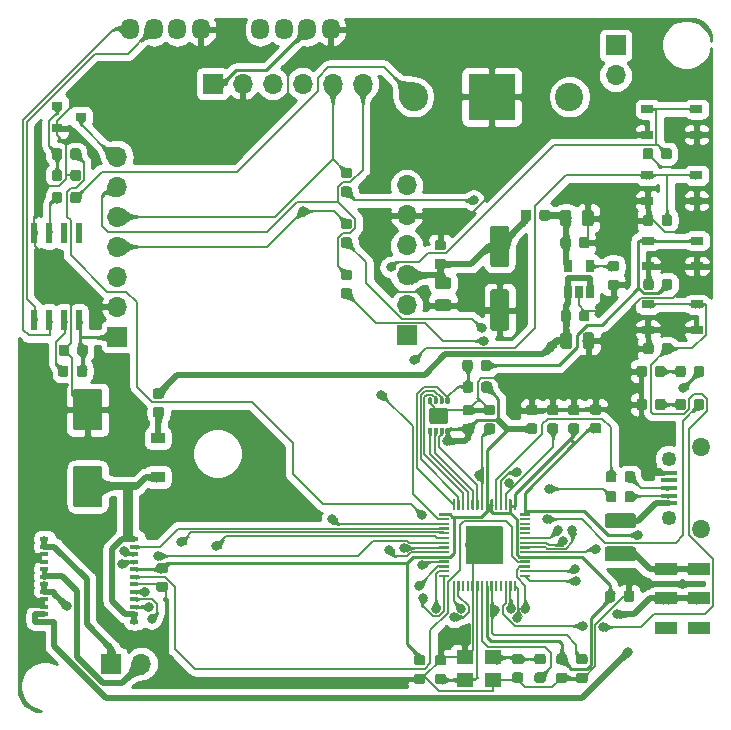
<source format=gtl>
G04 #@! TF.GenerationSoftware,KiCad,Pcbnew,(5.1.2)-1*
G04 #@! TF.CreationDate,2023-10-16T21:57:52+09:00*
G04 #@! TF.ProjectId,projectionball,70726f6a-6563-4746-996f-6e62616c6c2e,7.4*
G04 #@! TF.SameCoordinates,Original*
G04 #@! TF.FileFunction,Copper,L1,Top*
G04 #@! TF.FilePolarity,Positive*
%FSLAX46Y46*%
G04 Gerber Fmt 4.6, Leading zero omitted, Abs format (unit mm)*
G04 Created by KiCad (PCBNEW (5.1.2)-1) date 2023-10-16 21:57:52*
%MOMM*%
%LPD*%
G04 APERTURE LIST*
%ADD10R,1.850000X1.000000*%
%ADD11R,0.550000X1.750000*%
%ADD12C,0.100000*%
%ADD13C,0.875000*%
%ADD14C,1.600000*%
%ADD15R,0.900000X0.800000*%
%ADD16O,1.700000X1.700000*%
%ADD17R,1.700000X1.700000*%
%ADD18O,1.524000X1.800000*%
%ADD19C,0.975000*%
%ADD20C,1.400000*%
%ADD21C,0.350000*%
%ADD22C,0.200000*%
%ADD23C,0.600000*%
%ADD24C,3.200000*%
%ADD25R,1.400000X1.200000*%
%ADD26R,1.050000X0.650000*%
%ADD27R,4.000000X4.000000*%
%ADD28C,2.400000*%
%ADD29C,2.500000*%
%ADD30C,1.250000*%
%ADD31R,0.762000X0.406400*%
%ADD32O,1.250000X1.250000*%
%ADD33O,1.550000X1.550000*%
%ADD34R,1.350000X0.400000*%
%ADD35R,0.650000X1.060000*%
%ADD36R,1.200000X0.900000*%
%ADD37C,0.800000*%
%ADD38C,0.200000*%
%ADD39C,0.250000*%
%ADD40C,0.500000*%
%ADD41C,0.399800*%
%ADD42C,0.406200*%
%ADD43C,0.254000*%
%ADD44C,0.025400*%
G04 APERTURE END LIST*
D10*
X165430000Y-134770000D03*
X165430000Y-132270000D03*
X165430000Y-129770000D03*
X168230000Y-134770000D03*
X168230000Y-132270000D03*
X168230000Y-129770000D03*
D11*
X115755000Y-108710000D03*
X114485000Y-108710000D03*
X113215000Y-108710000D03*
X111945000Y-108710000D03*
X111945000Y-101310000D03*
X113215000Y-101310000D03*
X114485000Y-101310000D03*
X115755000Y-101310000D03*
D12*
G36*
X138687691Y-106013053D02*
G01*
X138708926Y-106016203D01*
X138729750Y-106021419D01*
X138749962Y-106028651D01*
X138769368Y-106037830D01*
X138787781Y-106048866D01*
X138805024Y-106061654D01*
X138820930Y-106076070D01*
X138835346Y-106091976D01*
X138848134Y-106109219D01*
X138859170Y-106127632D01*
X138868349Y-106147038D01*
X138875581Y-106167250D01*
X138880797Y-106188074D01*
X138883947Y-106209309D01*
X138885000Y-106230750D01*
X138885000Y-106668250D01*
X138883947Y-106689691D01*
X138880797Y-106710926D01*
X138875581Y-106731750D01*
X138868349Y-106751962D01*
X138859170Y-106771368D01*
X138848134Y-106789781D01*
X138835346Y-106807024D01*
X138820930Y-106822930D01*
X138805024Y-106837346D01*
X138787781Y-106850134D01*
X138769368Y-106861170D01*
X138749962Y-106870349D01*
X138729750Y-106877581D01*
X138708926Y-106882797D01*
X138687691Y-106885947D01*
X138666250Y-106887000D01*
X138153750Y-106887000D01*
X138132309Y-106885947D01*
X138111074Y-106882797D01*
X138090250Y-106877581D01*
X138070038Y-106870349D01*
X138050632Y-106861170D01*
X138032219Y-106850134D01*
X138014976Y-106837346D01*
X137999070Y-106822930D01*
X137984654Y-106807024D01*
X137971866Y-106789781D01*
X137960830Y-106771368D01*
X137951651Y-106751962D01*
X137944419Y-106731750D01*
X137939203Y-106710926D01*
X137936053Y-106689691D01*
X137935000Y-106668250D01*
X137935000Y-106230750D01*
X137936053Y-106209309D01*
X137939203Y-106188074D01*
X137944419Y-106167250D01*
X137951651Y-106147038D01*
X137960830Y-106127632D01*
X137971866Y-106109219D01*
X137984654Y-106091976D01*
X137999070Y-106076070D01*
X138014976Y-106061654D01*
X138032219Y-106048866D01*
X138050632Y-106037830D01*
X138070038Y-106028651D01*
X138090250Y-106021419D01*
X138111074Y-106016203D01*
X138132309Y-106013053D01*
X138153750Y-106012000D01*
X138666250Y-106012000D01*
X138687691Y-106013053D01*
X138687691Y-106013053D01*
G37*
D13*
X138410000Y-106449500D03*
D12*
G36*
X138687691Y-104438053D02*
G01*
X138708926Y-104441203D01*
X138729750Y-104446419D01*
X138749962Y-104453651D01*
X138769368Y-104462830D01*
X138787781Y-104473866D01*
X138805024Y-104486654D01*
X138820930Y-104501070D01*
X138835346Y-104516976D01*
X138848134Y-104534219D01*
X138859170Y-104552632D01*
X138868349Y-104572038D01*
X138875581Y-104592250D01*
X138880797Y-104613074D01*
X138883947Y-104634309D01*
X138885000Y-104655750D01*
X138885000Y-105093250D01*
X138883947Y-105114691D01*
X138880797Y-105135926D01*
X138875581Y-105156750D01*
X138868349Y-105176962D01*
X138859170Y-105196368D01*
X138848134Y-105214781D01*
X138835346Y-105232024D01*
X138820930Y-105247930D01*
X138805024Y-105262346D01*
X138787781Y-105275134D01*
X138769368Y-105286170D01*
X138749962Y-105295349D01*
X138729750Y-105302581D01*
X138708926Y-105307797D01*
X138687691Y-105310947D01*
X138666250Y-105312000D01*
X138153750Y-105312000D01*
X138132309Y-105310947D01*
X138111074Y-105307797D01*
X138090250Y-105302581D01*
X138070038Y-105295349D01*
X138050632Y-105286170D01*
X138032219Y-105275134D01*
X138014976Y-105262346D01*
X137999070Y-105247930D01*
X137984654Y-105232024D01*
X137971866Y-105214781D01*
X137960830Y-105196368D01*
X137951651Y-105176962D01*
X137944419Y-105156750D01*
X137939203Y-105135926D01*
X137936053Y-105114691D01*
X137935000Y-105093250D01*
X137935000Y-104655750D01*
X137936053Y-104634309D01*
X137939203Y-104613074D01*
X137944419Y-104592250D01*
X137951651Y-104572038D01*
X137960830Y-104552632D01*
X137971866Y-104534219D01*
X137984654Y-104516976D01*
X137999070Y-104501070D01*
X138014976Y-104486654D01*
X138032219Y-104473866D01*
X138050632Y-104462830D01*
X138070038Y-104453651D01*
X138090250Y-104446419D01*
X138111074Y-104441203D01*
X138132309Y-104438053D01*
X138153750Y-104437000D01*
X138666250Y-104437000D01*
X138687691Y-104438053D01*
X138687691Y-104438053D01*
G37*
D13*
X138410000Y-104874500D03*
D12*
G36*
X138687691Y-100131053D02*
G01*
X138708926Y-100134203D01*
X138729750Y-100139419D01*
X138749962Y-100146651D01*
X138769368Y-100155830D01*
X138787781Y-100166866D01*
X138805024Y-100179654D01*
X138820930Y-100194070D01*
X138835346Y-100209976D01*
X138848134Y-100227219D01*
X138859170Y-100245632D01*
X138868349Y-100265038D01*
X138875581Y-100285250D01*
X138880797Y-100306074D01*
X138883947Y-100327309D01*
X138885000Y-100348750D01*
X138885000Y-100786250D01*
X138883947Y-100807691D01*
X138880797Y-100828926D01*
X138875581Y-100849750D01*
X138868349Y-100869962D01*
X138859170Y-100889368D01*
X138848134Y-100907781D01*
X138835346Y-100925024D01*
X138820930Y-100940930D01*
X138805024Y-100955346D01*
X138787781Y-100968134D01*
X138769368Y-100979170D01*
X138749962Y-100988349D01*
X138729750Y-100995581D01*
X138708926Y-101000797D01*
X138687691Y-101003947D01*
X138666250Y-101005000D01*
X138153750Y-101005000D01*
X138132309Y-101003947D01*
X138111074Y-101000797D01*
X138090250Y-100995581D01*
X138070038Y-100988349D01*
X138050632Y-100979170D01*
X138032219Y-100968134D01*
X138014976Y-100955346D01*
X137999070Y-100940930D01*
X137984654Y-100925024D01*
X137971866Y-100907781D01*
X137960830Y-100889368D01*
X137951651Y-100869962D01*
X137944419Y-100849750D01*
X137939203Y-100828926D01*
X137936053Y-100807691D01*
X137935000Y-100786250D01*
X137935000Y-100348750D01*
X137936053Y-100327309D01*
X137939203Y-100306074D01*
X137944419Y-100285250D01*
X137951651Y-100265038D01*
X137960830Y-100245632D01*
X137971866Y-100227219D01*
X137984654Y-100209976D01*
X137999070Y-100194070D01*
X138014976Y-100179654D01*
X138032219Y-100166866D01*
X138050632Y-100155830D01*
X138070038Y-100146651D01*
X138090250Y-100139419D01*
X138111074Y-100134203D01*
X138132309Y-100131053D01*
X138153750Y-100130000D01*
X138666250Y-100130000D01*
X138687691Y-100131053D01*
X138687691Y-100131053D01*
G37*
D13*
X138410000Y-100567500D03*
D12*
G36*
X138687691Y-101706053D02*
G01*
X138708926Y-101709203D01*
X138729750Y-101714419D01*
X138749962Y-101721651D01*
X138769368Y-101730830D01*
X138787781Y-101741866D01*
X138805024Y-101754654D01*
X138820930Y-101769070D01*
X138835346Y-101784976D01*
X138848134Y-101802219D01*
X138859170Y-101820632D01*
X138868349Y-101840038D01*
X138875581Y-101860250D01*
X138880797Y-101881074D01*
X138883947Y-101902309D01*
X138885000Y-101923750D01*
X138885000Y-102361250D01*
X138883947Y-102382691D01*
X138880797Y-102403926D01*
X138875581Y-102424750D01*
X138868349Y-102444962D01*
X138859170Y-102464368D01*
X138848134Y-102482781D01*
X138835346Y-102500024D01*
X138820930Y-102515930D01*
X138805024Y-102530346D01*
X138787781Y-102543134D01*
X138769368Y-102554170D01*
X138749962Y-102563349D01*
X138729750Y-102570581D01*
X138708926Y-102575797D01*
X138687691Y-102578947D01*
X138666250Y-102580000D01*
X138153750Y-102580000D01*
X138132309Y-102578947D01*
X138111074Y-102575797D01*
X138090250Y-102570581D01*
X138070038Y-102563349D01*
X138050632Y-102554170D01*
X138032219Y-102543134D01*
X138014976Y-102530346D01*
X137999070Y-102515930D01*
X137984654Y-102500024D01*
X137971866Y-102482781D01*
X137960830Y-102464368D01*
X137951651Y-102444962D01*
X137944419Y-102424750D01*
X137939203Y-102403926D01*
X137936053Y-102382691D01*
X137935000Y-102361250D01*
X137935000Y-101923750D01*
X137936053Y-101902309D01*
X137939203Y-101881074D01*
X137944419Y-101860250D01*
X137951651Y-101840038D01*
X137960830Y-101820632D01*
X137971866Y-101802219D01*
X137984654Y-101784976D01*
X137999070Y-101769070D01*
X138014976Y-101754654D01*
X138032219Y-101741866D01*
X138050632Y-101730830D01*
X138070038Y-101721651D01*
X138090250Y-101714419D01*
X138111074Y-101709203D01*
X138132309Y-101706053D01*
X138153750Y-101705000D01*
X138666250Y-101705000D01*
X138687691Y-101706053D01*
X138687691Y-101706053D01*
G37*
D13*
X138410000Y-102142500D03*
D12*
G36*
X138687691Y-95823553D02*
G01*
X138708926Y-95826703D01*
X138729750Y-95831919D01*
X138749962Y-95839151D01*
X138769368Y-95848330D01*
X138787781Y-95859366D01*
X138805024Y-95872154D01*
X138820930Y-95886570D01*
X138835346Y-95902476D01*
X138848134Y-95919719D01*
X138859170Y-95938132D01*
X138868349Y-95957538D01*
X138875581Y-95977750D01*
X138880797Y-95998574D01*
X138883947Y-96019809D01*
X138885000Y-96041250D01*
X138885000Y-96478750D01*
X138883947Y-96500191D01*
X138880797Y-96521426D01*
X138875581Y-96542250D01*
X138868349Y-96562462D01*
X138859170Y-96581868D01*
X138848134Y-96600281D01*
X138835346Y-96617524D01*
X138820930Y-96633430D01*
X138805024Y-96647846D01*
X138787781Y-96660634D01*
X138769368Y-96671670D01*
X138749962Y-96680849D01*
X138729750Y-96688081D01*
X138708926Y-96693297D01*
X138687691Y-96696447D01*
X138666250Y-96697500D01*
X138153750Y-96697500D01*
X138132309Y-96696447D01*
X138111074Y-96693297D01*
X138090250Y-96688081D01*
X138070038Y-96680849D01*
X138050632Y-96671670D01*
X138032219Y-96660634D01*
X138014976Y-96647846D01*
X137999070Y-96633430D01*
X137984654Y-96617524D01*
X137971866Y-96600281D01*
X137960830Y-96581868D01*
X137951651Y-96562462D01*
X137944419Y-96542250D01*
X137939203Y-96521426D01*
X137936053Y-96500191D01*
X137935000Y-96478750D01*
X137935000Y-96041250D01*
X137936053Y-96019809D01*
X137939203Y-95998574D01*
X137944419Y-95977750D01*
X137951651Y-95957538D01*
X137960830Y-95938132D01*
X137971866Y-95919719D01*
X137984654Y-95902476D01*
X137999070Y-95886570D01*
X138014976Y-95872154D01*
X138032219Y-95859366D01*
X138050632Y-95848330D01*
X138070038Y-95839151D01*
X138090250Y-95831919D01*
X138111074Y-95826703D01*
X138132309Y-95823553D01*
X138153750Y-95822500D01*
X138666250Y-95822500D01*
X138687691Y-95823553D01*
X138687691Y-95823553D01*
G37*
D13*
X138410000Y-96260000D03*
D12*
G36*
X138687691Y-97398553D02*
G01*
X138708926Y-97401703D01*
X138729750Y-97406919D01*
X138749962Y-97414151D01*
X138769368Y-97423330D01*
X138787781Y-97434366D01*
X138805024Y-97447154D01*
X138820930Y-97461570D01*
X138835346Y-97477476D01*
X138848134Y-97494719D01*
X138859170Y-97513132D01*
X138868349Y-97532538D01*
X138875581Y-97552750D01*
X138880797Y-97573574D01*
X138883947Y-97594809D01*
X138885000Y-97616250D01*
X138885000Y-98053750D01*
X138883947Y-98075191D01*
X138880797Y-98096426D01*
X138875581Y-98117250D01*
X138868349Y-98137462D01*
X138859170Y-98156868D01*
X138848134Y-98175281D01*
X138835346Y-98192524D01*
X138820930Y-98208430D01*
X138805024Y-98222846D01*
X138787781Y-98235634D01*
X138769368Y-98246670D01*
X138749962Y-98255849D01*
X138729750Y-98263081D01*
X138708926Y-98268297D01*
X138687691Y-98271447D01*
X138666250Y-98272500D01*
X138153750Y-98272500D01*
X138132309Y-98271447D01*
X138111074Y-98268297D01*
X138090250Y-98263081D01*
X138070038Y-98255849D01*
X138050632Y-98246670D01*
X138032219Y-98235634D01*
X138014976Y-98222846D01*
X137999070Y-98208430D01*
X137984654Y-98192524D01*
X137971866Y-98175281D01*
X137960830Y-98156868D01*
X137951651Y-98137462D01*
X137944419Y-98117250D01*
X137939203Y-98096426D01*
X137936053Y-98075191D01*
X137935000Y-98053750D01*
X137935000Y-97616250D01*
X137936053Y-97594809D01*
X137939203Y-97573574D01*
X137944419Y-97552750D01*
X137951651Y-97532538D01*
X137960830Y-97513132D01*
X137971866Y-97494719D01*
X137984654Y-97477476D01*
X137999070Y-97461570D01*
X138014976Y-97447154D01*
X138032219Y-97434366D01*
X138050632Y-97423330D01*
X138070038Y-97414151D01*
X138090250Y-97406919D01*
X138111074Y-97401703D01*
X138132309Y-97398553D01*
X138153750Y-97397500D01*
X138666250Y-97397500D01*
X138687691Y-97398553D01*
X138687691Y-97398553D01*
G37*
D13*
X138410000Y-97835000D03*
D12*
G36*
X151958504Y-106107204D02*
G01*
X151982773Y-106110804D01*
X152006571Y-106116765D01*
X152029671Y-106125030D01*
X152051849Y-106135520D01*
X152072893Y-106148133D01*
X152092598Y-106162747D01*
X152110777Y-106179223D01*
X152127253Y-106197402D01*
X152141867Y-106217107D01*
X152154480Y-106238151D01*
X152164970Y-106260329D01*
X152173235Y-106283429D01*
X152179196Y-106307227D01*
X152182796Y-106331496D01*
X152184000Y-106356000D01*
X152184000Y-109356000D01*
X152182796Y-109380504D01*
X152179196Y-109404773D01*
X152173235Y-109428571D01*
X152164970Y-109451671D01*
X152154480Y-109473849D01*
X152141867Y-109494893D01*
X152127253Y-109514598D01*
X152110777Y-109532777D01*
X152092598Y-109549253D01*
X152072893Y-109563867D01*
X152051849Y-109576480D01*
X152029671Y-109586970D01*
X152006571Y-109595235D01*
X151982773Y-109601196D01*
X151958504Y-109604796D01*
X151934000Y-109606000D01*
X150834000Y-109606000D01*
X150809496Y-109604796D01*
X150785227Y-109601196D01*
X150761429Y-109595235D01*
X150738329Y-109586970D01*
X150716151Y-109576480D01*
X150695107Y-109563867D01*
X150675402Y-109549253D01*
X150657223Y-109532777D01*
X150640747Y-109514598D01*
X150626133Y-109494893D01*
X150613520Y-109473849D01*
X150603030Y-109451671D01*
X150594765Y-109428571D01*
X150588804Y-109404773D01*
X150585204Y-109380504D01*
X150584000Y-109356000D01*
X150584000Y-106356000D01*
X150585204Y-106331496D01*
X150588804Y-106307227D01*
X150594765Y-106283429D01*
X150603030Y-106260329D01*
X150613520Y-106238151D01*
X150626133Y-106217107D01*
X150640747Y-106197402D01*
X150657223Y-106179223D01*
X150675402Y-106162747D01*
X150695107Y-106148133D01*
X150716151Y-106135520D01*
X150738329Y-106125030D01*
X150761429Y-106116765D01*
X150785227Y-106110804D01*
X150809496Y-106107204D01*
X150834000Y-106106000D01*
X151934000Y-106106000D01*
X151958504Y-106107204D01*
X151958504Y-106107204D01*
G37*
D14*
X151384000Y-107856000D03*
D12*
G36*
X151958504Y-100707204D02*
G01*
X151982773Y-100710804D01*
X152006571Y-100716765D01*
X152029671Y-100725030D01*
X152051849Y-100735520D01*
X152072893Y-100748133D01*
X152092598Y-100762747D01*
X152110777Y-100779223D01*
X152127253Y-100797402D01*
X152141867Y-100817107D01*
X152154480Y-100838151D01*
X152164970Y-100860329D01*
X152173235Y-100883429D01*
X152179196Y-100907227D01*
X152182796Y-100931496D01*
X152184000Y-100956000D01*
X152184000Y-103956000D01*
X152182796Y-103980504D01*
X152179196Y-104004773D01*
X152173235Y-104028571D01*
X152164970Y-104051671D01*
X152154480Y-104073849D01*
X152141867Y-104094893D01*
X152127253Y-104114598D01*
X152110777Y-104132777D01*
X152092598Y-104149253D01*
X152072893Y-104163867D01*
X152051849Y-104176480D01*
X152029671Y-104186970D01*
X152006571Y-104195235D01*
X151982773Y-104201196D01*
X151958504Y-104204796D01*
X151934000Y-104206000D01*
X150834000Y-104206000D01*
X150809496Y-104204796D01*
X150785227Y-104201196D01*
X150761429Y-104195235D01*
X150738329Y-104186970D01*
X150716151Y-104176480D01*
X150695107Y-104163867D01*
X150675402Y-104149253D01*
X150657223Y-104132777D01*
X150640747Y-104114598D01*
X150626133Y-104094893D01*
X150613520Y-104073849D01*
X150603030Y-104051671D01*
X150594765Y-104028571D01*
X150588804Y-104004773D01*
X150585204Y-103980504D01*
X150584000Y-103956000D01*
X150584000Y-100956000D01*
X150585204Y-100931496D01*
X150588804Y-100907227D01*
X150594765Y-100883429D01*
X150603030Y-100860329D01*
X150613520Y-100838151D01*
X150626133Y-100817107D01*
X150640747Y-100797402D01*
X150657223Y-100779223D01*
X150675402Y-100762747D01*
X150695107Y-100748133D01*
X150716151Y-100735520D01*
X150738329Y-100725030D01*
X150761429Y-100716765D01*
X150785227Y-100710804D01*
X150809496Y-100707204D01*
X150834000Y-100706000D01*
X151934000Y-100706000D01*
X151958504Y-100707204D01*
X151958504Y-100707204D01*
G37*
D14*
X151384000Y-102456000D03*
D15*
X115917000Y-91500000D03*
X113917000Y-92450000D03*
X113917000Y-90550000D03*
D16*
X143500000Y-97300000D03*
X143500000Y-99840000D03*
X143500000Y-102380000D03*
X143500000Y-104920000D03*
X143500000Y-107460000D03*
D17*
X143500000Y-110000000D03*
D12*
G36*
X122777691Y-116063053D02*
G01*
X122798926Y-116066203D01*
X122819750Y-116071419D01*
X122839962Y-116078651D01*
X122859368Y-116087830D01*
X122877781Y-116098866D01*
X122895024Y-116111654D01*
X122910930Y-116126070D01*
X122925346Y-116141976D01*
X122938134Y-116159219D01*
X122949170Y-116177632D01*
X122958349Y-116197038D01*
X122965581Y-116217250D01*
X122970797Y-116238074D01*
X122973947Y-116259309D01*
X122975000Y-116280750D01*
X122975000Y-116718250D01*
X122973947Y-116739691D01*
X122970797Y-116760926D01*
X122965581Y-116781750D01*
X122958349Y-116801962D01*
X122949170Y-116821368D01*
X122938134Y-116839781D01*
X122925346Y-116857024D01*
X122910930Y-116872930D01*
X122895024Y-116887346D01*
X122877781Y-116900134D01*
X122859368Y-116911170D01*
X122839962Y-116920349D01*
X122819750Y-116927581D01*
X122798926Y-116932797D01*
X122777691Y-116935947D01*
X122756250Y-116937000D01*
X122243750Y-116937000D01*
X122222309Y-116935947D01*
X122201074Y-116932797D01*
X122180250Y-116927581D01*
X122160038Y-116920349D01*
X122140632Y-116911170D01*
X122122219Y-116900134D01*
X122104976Y-116887346D01*
X122089070Y-116872930D01*
X122074654Y-116857024D01*
X122061866Y-116839781D01*
X122050830Y-116821368D01*
X122041651Y-116801962D01*
X122034419Y-116781750D01*
X122029203Y-116760926D01*
X122026053Y-116739691D01*
X122025000Y-116718250D01*
X122025000Y-116280750D01*
X122026053Y-116259309D01*
X122029203Y-116238074D01*
X122034419Y-116217250D01*
X122041651Y-116197038D01*
X122050830Y-116177632D01*
X122061866Y-116159219D01*
X122074654Y-116141976D01*
X122089070Y-116126070D01*
X122104976Y-116111654D01*
X122122219Y-116098866D01*
X122140632Y-116087830D01*
X122160038Y-116078651D01*
X122180250Y-116071419D01*
X122201074Y-116066203D01*
X122222309Y-116063053D01*
X122243750Y-116062000D01*
X122756250Y-116062000D01*
X122777691Y-116063053D01*
X122777691Y-116063053D01*
G37*
D13*
X122500000Y-116499500D03*
D12*
G36*
X122777691Y-114488053D02*
G01*
X122798926Y-114491203D01*
X122819750Y-114496419D01*
X122839962Y-114503651D01*
X122859368Y-114512830D01*
X122877781Y-114523866D01*
X122895024Y-114536654D01*
X122910930Y-114551070D01*
X122925346Y-114566976D01*
X122938134Y-114584219D01*
X122949170Y-114602632D01*
X122958349Y-114622038D01*
X122965581Y-114642250D01*
X122970797Y-114663074D01*
X122973947Y-114684309D01*
X122975000Y-114705750D01*
X122975000Y-115143250D01*
X122973947Y-115164691D01*
X122970797Y-115185926D01*
X122965581Y-115206750D01*
X122958349Y-115226962D01*
X122949170Y-115246368D01*
X122938134Y-115264781D01*
X122925346Y-115282024D01*
X122910930Y-115297930D01*
X122895024Y-115312346D01*
X122877781Y-115325134D01*
X122859368Y-115336170D01*
X122839962Y-115345349D01*
X122819750Y-115352581D01*
X122798926Y-115357797D01*
X122777691Y-115360947D01*
X122756250Y-115362000D01*
X122243750Y-115362000D01*
X122222309Y-115360947D01*
X122201074Y-115357797D01*
X122180250Y-115352581D01*
X122160038Y-115345349D01*
X122140632Y-115336170D01*
X122122219Y-115325134D01*
X122104976Y-115312346D01*
X122089070Y-115297930D01*
X122074654Y-115282024D01*
X122061866Y-115264781D01*
X122050830Y-115246368D01*
X122041651Y-115226962D01*
X122034419Y-115206750D01*
X122029203Y-115185926D01*
X122026053Y-115164691D01*
X122025000Y-115143250D01*
X122025000Y-114705750D01*
X122026053Y-114684309D01*
X122029203Y-114663074D01*
X122034419Y-114642250D01*
X122041651Y-114622038D01*
X122050830Y-114602632D01*
X122061866Y-114584219D01*
X122074654Y-114566976D01*
X122089070Y-114551070D01*
X122104976Y-114536654D01*
X122122219Y-114523866D01*
X122140632Y-114512830D01*
X122160038Y-114503651D01*
X122180250Y-114496419D01*
X122201074Y-114491203D01*
X122222309Y-114488053D01*
X122243750Y-114487000D01*
X122756250Y-114487000D01*
X122777691Y-114488053D01*
X122777691Y-114488053D01*
G37*
D13*
X122500000Y-114924500D03*
D12*
G36*
X153858691Y-99348053D02*
G01*
X153879926Y-99351203D01*
X153900750Y-99356419D01*
X153920962Y-99363651D01*
X153940368Y-99372830D01*
X153958781Y-99383866D01*
X153976024Y-99396654D01*
X153991930Y-99411070D01*
X154006346Y-99426976D01*
X154019134Y-99444219D01*
X154030170Y-99462632D01*
X154039349Y-99482038D01*
X154046581Y-99502250D01*
X154051797Y-99523074D01*
X154054947Y-99544309D01*
X154056000Y-99565750D01*
X154056000Y-100078250D01*
X154054947Y-100099691D01*
X154051797Y-100120926D01*
X154046581Y-100141750D01*
X154039349Y-100161962D01*
X154030170Y-100181368D01*
X154019134Y-100199781D01*
X154006346Y-100217024D01*
X153991930Y-100232930D01*
X153976024Y-100247346D01*
X153958781Y-100260134D01*
X153940368Y-100271170D01*
X153920962Y-100280349D01*
X153900750Y-100287581D01*
X153879926Y-100292797D01*
X153858691Y-100295947D01*
X153837250Y-100297000D01*
X153399750Y-100297000D01*
X153378309Y-100295947D01*
X153357074Y-100292797D01*
X153336250Y-100287581D01*
X153316038Y-100280349D01*
X153296632Y-100271170D01*
X153278219Y-100260134D01*
X153260976Y-100247346D01*
X153245070Y-100232930D01*
X153230654Y-100217024D01*
X153217866Y-100199781D01*
X153206830Y-100181368D01*
X153197651Y-100161962D01*
X153190419Y-100141750D01*
X153185203Y-100120926D01*
X153182053Y-100099691D01*
X153181000Y-100078250D01*
X153181000Y-99565750D01*
X153182053Y-99544309D01*
X153185203Y-99523074D01*
X153190419Y-99502250D01*
X153197651Y-99482038D01*
X153206830Y-99462632D01*
X153217866Y-99444219D01*
X153230654Y-99426976D01*
X153245070Y-99411070D01*
X153260976Y-99396654D01*
X153278219Y-99383866D01*
X153296632Y-99372830D01*
X153316038Y-99363651D01*
X153336250Y-99356419D01*
X153357074Y-99351203D01*
X153378309Y-99348053D01*
X153399750Y-99347000D01*
X153837250Y-99347000D01*
X153858691Y-99348053D01*
X153858691Y-99348053D01*
G37*
D13*
X153618500Y-99822000D03*
D12*
G36*
X155433691Y-99348053D02*
G01*
X155454926Y-99351203D01*
X155475750Y-99356419D01*
X155495962Y-99363651D01*
X155515368Y-99372830D01*
X155533781Y-99383866D01*
X155551024Y-99396654D01*
X155566930Y-99411070D01*
X155581346Y-99426976D01*
X155594134Y-99444219D01*
X155605170Y-99462632D01*
X155614349Y-99482038D01*
X155621581Y-99502250D01*
X155626797Y-99523074D01*
X155629947Y-99544309D01*
X155631000Y-99565750D01*
X155631000Y-100078250D01*
X155629947Y-100099691D01*
X155626797Y-100120926D01*
X155621581Y-100141750D01*
X155614349Y-100161962D01*
X155605170Y-100181368D01*
X155594134Y-100199781D01*
X155581346Y-100217024D01*
X155566930Y-100232930D01*
X155551024Y-100247346D01*
X155533781Y-100260134D01*
X155515368Y-100271170D01*
X155495962Y-100280349D01*
X155475750Y-100287581D01*
X155454926Y-100292797D01*
X155433691Y-100295947D01*
X155412250Y-100297000D01*
X154974750Y-100297000D01*
X154953309Y-100295947D01*
X154932074Y-100292797D01*
X154911250Y-100287581D01*
X154891038Y-100280349D01*
X154871632Y-100271170D01*
X154853219Y-100260134D01*
X154835976Y-100247346D01*
X154820070Y-100232930D01*
X154805654Y-100217024D01*
X154792866Y-100199781D01*
X154781830Y-100181368D01*
X154772651Y-100161962D01*
X154765419Y-100141750D01*
X154760203Y-100120926D01*
X154757053Y-100099691D01*
X154756000Y-100078250D01*
X154756000Y-99565750D01*
X154757053Y-99544309D01*
X154760203Y-99523074D01*
X154765419Y-99502250D01*
X154772651Y-99482038D01*
X154781830Y-99462632D01*
X154792866Y-99444219D01*
X154805654Y-99426976D01*
X154820070Y-99411070D01*
X154835976Y-99396654D01*
X154853219Y-99383866D01*
X154871632Y-99372830D01*
X154891038Y-99363651D01*
X154911250Y-99356419D01*
X154932074Y-99351203D01*
X154953309Y-99348053D01*
X154974750Y-99347000D01*
X155412250Y-99347000D01*
X155433691Y-99348053D01*
X155433691Y-99348053D01*
G37*
D13*
X155193500Y-99822000D03*
D18*
X126100000Y-84100000D03*
X124100000Y-84100000D03*
X122100000Y-84100000D03*
X120100000Y-84100000D03*
X137100000Y-84100000D03*
X135100000Y-84100000D03*
X133100000Y-84100000D03*
X131100000Y-84100000D03*
D16*
X161200000Y-88000000D03*
D17*
X161200000Y-85460000D03*
D16*
X119000000Y-94860000D03*
X119000000Y-97400000D03*
X119000000Y-99940000D03*
X119000000Y-102480000D03*
X119000000Y-105020000D03*
X119000000Y-107560000D03*
D17*
X119000000Y-110100000D03*
D12*
G36*
X147070142Y-106959174D02*
G01*
X147093803Y-106962684D01*
X147117007Y-106968496D01*
X147139529Y-106976554D01*
X147161153Y-106986782D01*
X147181670Y-106999079D01*
X147200883Y-107013329D01*
X147218607Y-107029393D01*
X147234671Y-107047117D01*
X147248921Y-107066330D01*
X147261218Y-107086847D01*
X147271446Y-107108471D01*
X147279504Y-107130993D01*
X147285316Y-107154197D01*
X147288826Y-107177858D01*
X147290000Y-107201750D01*
X147290000Y-107689250D01*
X147288826Y-107713142D01*
X147285316Y-107736803D01*
X147279504Y-107760007D01*
X147271446Y-107782529D01*
X147261218Y-107804153D01*
X147248921Y-107824670D01*
X147234671Y-107843883D01*
X147218607Y-107861607D01*
X147200883Y-107877671D01*
X147181670Y-107891921D01*
X147161153Y-107904218D01*
X147139529Y-107914446D01*
X147117007Y-107922504D01*
X147093803Y-107928316D01*
X147070142Y-107931826D01*
X147046250Y-107933000D01*
X146133750Y-107933000D01*
X146109858Y-107931826D01*
X146086197Y-107928316D01*
X146062993Y-107922504D01*
X146040471Y-107914446D01*
X146018847Y-107904218D01*
X145998330Y-107891921D01*
X145979117Y-107877671D01*
X145961393Y-107861607D01*
X145945329Y-107843883D01*
X145931079Y-107824670D01*
X145918782Y-107804153D01*
X145908554Y-107782529D01*
X145900496Y-107760007D01*
X145894684Y-107736803D01*
X145891174Y-107713142D01*
X145890000Y-107689250D01*
X145890000Y-107201750D01*
X145891174Y-107177858D01*
X145894684Y-107154197D01*
X145900496Y-107130993D01*
X145908554Y-107108471D01*
X145918782Y-107086847D01*
X145931079Y-107066330D01*
X145945329Y-107047117D01*
X145961393Y-107029393D01*
X145979117Y-107013329D01*
X145998330Y-106999079D01*
X146018847Y-106986782D01*
X146040471Y-106976554D01*
X146062993Y-106968496D01*
X146086197Y-106962684D01*
X146109858Y-106959174D01*
X146133750Y-106958000D01*
X147046250Y-106958000D01*
X147070142Y-106959174D01*
X147070142Y-106959174D01*
G37*
D19*
X146590000Y-107445500D03*
D12*
G36*
X147070142Y-105084174D02*
G01*
X147093803Y-105087684D01*
X147117007Y-105093496D01*
X147139529Y-105101554D01*
X147161153Y-105111782D01*
X147181670Y-105124079D01*
X147200883Y-105138329D01*
X147218607Y-105154393D01*
X147234671Y-105172117D01*
X147248921Y-105191330D01*
X147261218Y-105211847D01*
X147271446Y-105233471D01*
X147279504Y-105255993D01*
X147285316Y-105279197D01*
X147288826Y-105302858D01*
X147290000Y-105326750D01*
X147290000Y-105814250D01*
X147288826Y-105838142D01*
X147285316Y-105861803D01*
X147279504Y-105885007D01*
X147271446Y-105907529D01*
X147261218Y-105929153D01*
X147248921Y-105949670D01*
X147234671Y-105968883D01*
X147218607Y-105986607D01*
X147200883Y-106002671D01*
X147181670Y-106016921D01*
X147161153Y-106029218D01*
X147139529Y-106039446D01*
X147117007Y-106047504D01*
X147093803Y-106053316D01*
X147070142Y-106056826D01*
X147046250Y-106058000D01*
X146133750Y-106058000D01*
X146109858Y-106056826D01*
X146086197Y-106053316D01*
X146062993Y-106047504D01*
X146040471Y-106039446D01*
X146018847Y-106029218D01*
X145998330Y-106016921D01*
X145979117Y-106002671D01*
X145961393Y-105986607D01*
X145945329Y-105968883D01*
X145931079Y-105949670D01*
X145918782Y-105929153D01*
X145908554Y-105907529D01*
X145900496Y-105885007D01*
X145894684Y-105861803D01*
X145891174Y-105838142D01*
X145890000Y-105814250D01*
X145890000Y-105326750D01*
X145891174Y-105302858D01*
X145894684Y-105279197D01*
X145900496Y-105255993D01*
X145908554Y-105233471D01*
X145918782Y-105211847D01*
X145931079Y-105191330D01*
X145945329Y-105172117D01*
X145961393Y-105154393D01*
X145979117Y-105138329D01*
X145998330Y-105124079D01*
X146018847Y-105111782D01*
X146040471Y-105101554D01*
X146062993Y-105093496D01*
X146086197Y-105087684D01*
X146109858Y-105084174D01*
X146133750Y-105083000D01*
X147046250Y-105083000D01*
X147070142Y-105084174D01*
X147070142Y-105084174D01*
G37*
D19*
X146590000Y-105570500D03*
D12*
G36*
X150807691Y-115886053D02*
G01*
X150828926Y-115889203D01*
X150849750Y-115894419D01*
X150869962Y-115901651D01*
X150889368Y-115910830D01*
X150907781Y-115921866D01*
X150925024Y-115934654D01*
X150940930Y-115949070D01*
X150955346Y-115964976D01*
X150968134Y-115982219D01*
X150979170Y-116000632D01*
X150988349Y-116020038D01*
X150995581Y-116040250D01*
X151000797Y-116061074D01*
X151003947Y-116082309D01*
X151005000Y-116103750D01*
X151005000Y-116541250D01*
X151003947Y-116562691D01*
X151000797Y-116583926D01*
X150995581Y-116604750D01*
X150988349Y-116624962D01*
X150979170Y-116644368D01*
X150968134Y-116662781D01*
X150955346Y-116680024D01*
X150940930Y-116695930D01*
X150925024Y-116710346D01*
X150907781Y-116723134D01*
X150889368Y-116734170D01*
X150869962Y-116743349D01*
X150849750Y-116750581D01*
X150828926Y-116755797D01*
X150807691Y-116758947D01*
X150786250Y-116760000D01*
X150273750Y-116760000D01*
X150252309Y-116758947D01*
X150231074Y-116755797D01*
X150210250Y-116750581D01*
X150190038Y-116743349D01*
X150170632Y-116734170D01*
X150152219Y-116723134D01*
X150134976Y-116710346D01*
X150119070Y-116695930D01*
X150104654Y-116680024D01*
X150091866Y-116662781D01*
X150080830Y-116644368D01*
X150071651Y-116624962D01*
X150064419Y-116604750D01*
X150059203Y-116583926D01*
X150056053Y-116562691D01*
X150055000Y-116541250D01*
X150055000Y-116103750D01*
X150056053Y-116082309D01*
X150059203Y-116061074D01*
X150064419Y-116040250D01*
X150071651Y-116020038D01*
X150080830Y-116000632D01*
X150091866Y-115982219D01*
X150104654Y-115964976D01*
X150119070Y-115949070D01*
X150134976Y-115934654D01*
X150152219Y-115921866D01*
X150170632Y-115910830D01*
X150190038Y-115901651D01*
X150210250Y-115894419D01*
X150231074Y-115889203D01*
X150252309Y-115886053D01*
X150273750Y-115885000D01*
X150786250Y-115885000D01*
X150807691Y-115886053D01*
X150807691Y-115886053D01*
G37*
D13*
X150530000Y-116322500D03*
D12*
G36*
X150807691Y-117461053D02*
G01*
X150828926Y-117464203D01*
X150849750Y-117469419D01*
X150869962Y-117476651D01*
X150889368Y-117485830D01*
X150907781Y-117496866D01*
X150925024Y-117509654D01*
X150940930Y-117524070D01*
X150955346Y-117539976D01*
X150968134Y-117557219D01*
X150979170Y-117575632D01*
X150988349Y-117595038D01*
X150995581Y-117615250D01*
X151000797Y-117636074D01*
X151003947Y-117657309D01*
X151005000Y-117678750D01*
X151005000Y-118116250D01*
X151003947Y-118137691D01*
X151000797Y-118158926D01*
X150995581Y-118179750D01*
X150988349Y-118199962D01*
X150979170Y-118219368D01*
X150968134Y-118237781D01*
X150955346Y-118255024D01*
X150940930Y-118270930D01*
X150925024Y-118285346D01*
X150907781Y-118298134D01*
X150889368Y-118309170D01*
X150869962Y-118318349D01*
X150849750Y-118325581D01*
X150828926Y-118330797D01*
X150807691Y-118333947D01*
X150786250Y-118335000D01*
X150273750Y-118335000D01*
X150252309Y-118333947D01*
X150231074Y-118330797D01*
X150210250Y-118325581D01*
X150190038Y-118318349D01*
X150170632Y-118309170D01*
X150152219Y-118298134D01*
X150134976Y-118285346D01*
X150119070Y-118270930D01*
X150104654Y-118255024D01*
X150091866Y-118237781D01*
X150080830Y-118219368D01*
X150071651Y-118199962D01*
X150064419Y-118179750D01*
X150059203Y-118158926D01*
X150056053Y-118137691D01*
X150055000Y-118116250D01*
X150055000Y-117678750D01*
X150056053Y-117657309D01*
X150059203Y-117636074D01*
X150064419Y-117615250D01*
X150071651Y-117595038D01*
X150080830Y-117575632D01*
X150091866Y-117557219D01*
X150104654Y-117539976D01*
X150119070Y-117524070D01*
X150134976Y-117509654D01*
X150152219Y-117496866D01*
X150170632Y-117485830D01*
X150190038Y-117476651D01*
X150210250Y-117469419D01*
X150231074Y-117464203D01*
X150252309Y-117461053D01*
X150273750Y-117460000D01*
X150786250Y-117460000D01*
X150807691Y-117461053D01*
X150807691Y-117461053D01*
G37*
D13*
X150530000Y-117897500D03*
D12*
G36*
X146794505Y-116111204D02*
G01*
X146818773Y-116114804D01*
X146842572Y-116120765D01*
X146865671Y-116129030D01*
X146887850Y-116139520D01*
X146908893Y-116152132D01*
X146928599Y-116166747D01*
X146946777Y-116183223D01*
X146963253Y-116201401D01*
X146977868Y-116221107D01*
X146990480Y-116242150D01*
X147000970Y-116264329D01*
X147009235Y-116287428D01*
X147015196Y-116311227D01*
X147018796Y-116335495D01*
X147020000Y-116359999D01*
X147020000Y-117260001D01*
X147018796Y-117284505D01*
X147015196Y-117308773D01*
X147009235Y-117332572D01*
X147000970Y-117355671D01*
X146990480Y-117377850D01*
X146977868Y-117398893D01*
X146963253Y-117418599D01*
X146946777Y-117436777D01*
X146928599Y-117453253D01*
X146908893Y-117467868D01*
X146887850Y-117480480D01*
X146865671Y-117490970D01*
X146842572Y-117499235D01*
X146818773Y-117505196D01*
X146794505Y-117508796D01*
X146770001Y-117510000D01*
X145669999Y-117510000D01*
X145645495Y-117508796D01*
X145621227Y-117505196D01*
X145597428Y-117499235D01*
X145574329Y-117490970D01*
X145552150Y-117480480D01*
X145531107Y-117467868D01*
X145511401Y-117453253D01*
X145493223Y-117436777D01*
X145476747Y-117418599D01*
X145462132Y-117398893D01*
X145449520Y-117377850D01*
X145439030Y-117355671D01*
X145430765Y-117332572D01*
X145424804Y-117308773D01*
X145421204Y-117284505D01*
X145420000Y-117260001D01*
X145420000Y-116359999D01*
X145421204Y-116335495D01*
X145424804Y-116311227D01*
X145430765Y-116287428D01*
X145439030Y-116264329D01*
X145449520Y-116242150D01*
X145462132Y-116221107D01*
X145476747Y-116201401D01*
X145493223Y-116183223D01*
X145511401Y-116166747D01*
X145531107Y-116152132D01*
X145552150Y-116139520D01*
X145574329Y-116129030D01*
X145597428Y-116120765D01*
X145621227Y-116114804D01*
X145645495Y-116111204D01*
X145669999Y-116110000D01*
X146770001Y-116110000D01*
X146794505Y-116111204D01*
X146794505Y-116111204D01*
G37*
D20*
X146220000Y-116810000D03*
D12*
G36*
X147066076Y-115260421D02*
G01*
X147074570Y-115261681D01*
X147082900Y-115263768D01*
X147090985Y-115266661D01*
X147098747Y-115270332D01*
X147106112Y-115274746D01*
X147113009Y-115279862D01*
X147119372Y-115285628D01*
X147125138Y-115291991D01*
X147130254Y-115298888D01*
X147134668Y-115306253D01*
X147138339Y-115314015D01*
X147141232Y-115322100D01*
X147143319Y-115330430D01*
X147144579Y-115338924D01*
X147145000Y-115347500D01*
X147145000Y-115697500D01*
X147144579Y-115706076D01*
X147143319Y-115714570D01*
X147141232Y-115722900D01*
X147138339Y-115730985D01*
X147134668Y-115738747D01*
X147130254Y-115746112D01*
X147125138Y-115753009D01*
X147119372Y-115759372D01*
X147113009Y-115765138D01*
X147106112Y-115770254D01*
X147098747Y-115774668D01*
X147090985Y-115778339D01*
X147082900Y-115781232D01*
X147074570Y-115783319D01*
X147066076Y-115784579D01*
X147057500Y-115785000D01*
X146882500Y-115785000D01*
X146873924Y-115784579D01*
X146865430Y-115783319D01*
X146857100Y-115781232D01*
X146849015Y-115778339D01*
X146841253Y-115774668D01*
X146833888Y-115770254D01*
X146826991Y-115765138D01*
X146820628Y-115759372D01*
X146814862Y-115753009D01*
X146809746Y-115746112D01*
X146805332Y-115738747D01*
X146801661Y-115730985D01*
X146798768Y-115722900D01*
X146796681Y-115714570D01*
X146795421Y-115706076D01*
X146795000Y-115697500D01*
X146795000Y-115347500D01*
X146795421Y-115338924D01*
X146796681Y-115330430D01*
X146798768Y-115322100D01*
X146801661Y-115314015D01*
X146805332Y-115306253D01*
X146809746Y-115298888D01*
X146814862Y-115291991D01*
X146820628Y-115285628D01*
X146826991Y-115279862D01*
X146833888Y-115274746D01*
X146841253Y-115270332D01*
X146849015Y-115266661D01*
X146857100Y-115263768D01*
X146865430Y-115261681D01*
X146873924Y-115260421D01*
X146882500Y-115260000D01*
X147057500Y-115260000D01*
X147066076Y-115260421D01*
X147066076Y-115260421D01*
G37*
D21*
X146970000Y-115522500D03*
D12*
G36*
X146566076Y-115260421D02*
G01*
X146574570Y-115261681D01*
X146582900Y-115263768D01*
X146590985Y-115266661D01*
X146598747Y-115270332D01*
X146606112Y-115274746D01*
X146613009Y-115279862D01*
X146619372Y-115285628D01*
X146625138Y-115291991D01*
X146630254Y-115298888D01*
X146634668Y-115306253D01*
X146638339Y-115314015D01*
X146641232Y-115322100D01*
X146643319Y-115330430D01*
X146644579Y-115338924D01*
X146645000Y-115347500D01*
X146645000Y-115697500D01*
X146644579Y-115706076D01*
X146643319Y-115714570D01*
X146641232Y-115722900D01*
X146638339Y-115730985D01*
X146634668Y-115738747D01*
X146630254Y-115746112D01*
X146625138Y-115753009D01*
X146619372Y-115759372D01*
X146613009Y-115765138D01*
X146606112Y-115770254D01*
X146598747Y-115774668D01*
X146590985Y-115778339D01*
X146582900Y-115781232D01*
X146574570Y-115783319D01*
X146566076Y-115784579D01*
X146557500Y-115785000D01*
X146382500Y-115785000D01*
X146373924Y-115784579D01*
X146365430Y-115783319D01*
X146357100Y-115781232D01*
X146349015Y-115778339D01*
X146341253Y-115774668D01*
X146333888Y-115770254D01*
X146326991Y-115765138D01*
X146320628Y-115759372D01*
X146314862Y-115753009D01*
X146309746Y-115746112D01*
X146305332Y-115738747D01*
X146301661Y-115730985D01*
X146298768Y-115722900D01*
X146296681Y-115714570D01*
X146295421Y-115706076D01*
X146295000Y-115697500D01*
X146295000Y-115347500D01*
X146295421Y-115338924D01*
X146296681Y-115330430D01*
X146298768Y-115322100D01*
X146301661Y-115314015D01*
X146305332Y-115306253D01*
X146309746Y-115298888D01*
X146314862Y-115291991D01*
X146320628Y-115285628D01*
X146326991Y-115279862D01*
X146333888Y-115274746D01*
X146341253Y-115270332D01*
X146349015Y-115266661D01*
X146357100Y-115263768D01*
X146365430Y-115261681D01*
X146373924Y-115260421D01*
X146382500Y-115260000D01*
X146557500Y-115260000D01*
X146566076Y-115260421D01*
X146566076Y-115260421D01*
G37*
D21*
X146470000Y-115522500D03*
D12*
G36*
X146066076Y-115260421D02*
G01*
X146074570Y-115261681D01*
X146082900Y-115263768D01*
X146090985Y-115266661D01*
X146098747Y-115270332D01*
X146106112Y-115274746D01*
X146113009Y-115279862D01*
X146119372Y-115285628D01*
X146125138Y-115291991D01*
X146130254Y-115298888D01*
X146134668Y-115306253D01*
X146138339Y-115314015D01*
X146141232Y-115322100D01*
X146143319Y-115330430D01*
X146144579Y-115338924D01*
X146145000Y-115347500D01*
X146145000Y-115697500D01*
X146144579Y-115706076D01*
X146143319Y-115714570D01*
X146141232Y-115722900D01*
X146138339Y-115730985D01*
X146134668Y-115738747D01*
X146130254Y-115746112D01*
X146125138Y-115753009D01*
X146119372Y-115759372D01*
X146113009Y-115765138D01*
X146106112Y-115770254D01*
X146098747Y-115774668D01*
X146090985Y-115778339D01*
X146082900Y-115781232D01*
X146074570Y-115783319D01*
X146066076Y-115784579D01*
X146057500Y-115785000D01*
X145882500Y-115785000D01*
X145873924Y-115784579D01*
X145865430Y-115783319D01*
X145857100Y-115781232D01*
X145849015Y-115778339D01*
X145841253Y-115774668D01*
X145833888Y-115770254D01*
X145826991Y-115765138D01*
X145820628Y-115759372D01*
X145814862Y-115753009D01*
X145809746Y-115746112D01*
X145805332Y-115738747D01*
X145801661Y-115730985D01*
X145798768Y-115722900D01*
X145796681Y-115714570D01*
X145795421Y-115706076D01*
X145795000Y-115697500D01*
X145795000Y-115347500D01*
X145795421Y-115338924D01*
X145796681Y-115330430D01*
X145798768Y-115322100D01*
X145801661Y-115314015D01*
X145805332Y-115306253D01*
X145809746Y-115298888D01*
X145814862Y-115291991D01*
X145820628Y-115285628D01*
X145826991Y-115279862D01*
X145833888Y-115274746D01*
X145841253Y-115270332D01*
X145849015Y-115266661D01*
X145857100Y-115263768D01*
X145865430Y-115261681D01*
X145873924Y-115260421D01*
X145882500Y-115260000D01*
X146057500Y-115260000D01*
X146066076Y-115260421D01*
X146066076Y-115260421D01*
G37*
D21*
X145970000Y-115522500D03*
D12*
G36*
X145566076Y-115260421D02*
G01*
X145574570Y-115261681D01*
X145582900Y-115263768D01*
X145590985Y-115266661D01*
X145598747Y-115270332D01*
X145606112Y-115274746D01*
X145613009Y-115279862D01*
X145619372Y-115285628D01*
X145625138Y-115291991D01*
X145630254Y-115298888D01*
X145634668Y-115306253D01*
X145638339Y-115314015D01*
X145641232Y-115322100D01*
X145643319Y-115330430D01*
X145644579Y-115338924D01*
X145645000Y-115347500D01*
X145645000Y-115697500D01*
X145644579Y-115706076D01*
X145643319Y-115714570D01*
X145641232Y-115722900D01*
X145638339Y-115730985D01*
X145634668Y-115738747D01*
X145630254Y-115746112D01*
X145625138Y-115753009D01*
X145619372Y-115759372D01*
X145613009Y-115765138D01*
X145606112Y-115770254D01*
X145598747Y-115774668D01*
X145590985Y-115778339D01*
X145582900Y-115781232D01*
X145574570Y-115783319D01*
X145566076Y-115784579D01*
X145557500Y-115785000D01*
X145382500Y-115785000D01*
X145373924Y-115784579D01*
X145365430Y-115783319D01*
X145357100Y-115781232D01*
X145349015Y-115778339D01*
X145341253Y-115774668D01*
X145333888Y-115770254D01*
X145326991Y-115765138D01*
X145320628Y-115759372D01*
X145314862Y-115753009D01*
X145309746Y-115746112D01*
X145305332Y-115738747D01*
X145301661Y-115730985D01*
X145298768Y-115722900D01*
X145296681Y-115714570D01*
X145295421Y-115706076D01*
X145295000Y-115697500D01*
X145295000Y-115347500D01*
X145295421Y-115338924D01*
X145296681Y-115330430D01*
X145298768Y-115322100D01*
X145301661Y-115314015D01*
X145305332Y-115306253D01*
X145309746Y-115298888D01*
X145314862Y-115291991D01*
X145320628Y-115285628D01*
X145326991Y-115279862D01*
X145333888Y-115274746D01*
X145341253Y-115270332D01*
X145349015Y-115266661D01*
X145357100Y-115263768D01*
X145365430Y-115261681D01*
X145373924Y-115260421D01*
X145382500Y-115260000D01*
X145557500Y-115260000D01*
X145566076Y-115260421D01*
X145566076Y-115260421D01*
G37*
D21*
X145470000Y-115522500D03*
D12*
G36*
X145566076Y-117835421D02*
G01*
X145574570Y-117836681D01*
X145582900Y-117838768D01*
X145590985Y-117841661D01*
X145598747Y-117845332D01*
X145606112Y-117849746D01*
X145613009Y-117854862D01*
X145619372Y-117860628D01*
X145625138Y-117866991D01*
X145630254Y-117873888D01*
X145634668Y-117881253D01*
X145638339Y-117889015D01*
X145641232Y-117897100D01*
X145643319Y-117905430D01*
X145644579Y-117913924D01*
X145645000Y-117922500D01*
X145645000Y-118272500D01*
X145644579Y-118281076D01*
X145643319Y-118289570D01*
X145641232Y-118297900D01*
X145638339Y-118305985D01*
X145634668Y-118313747D01*
X145630254Y-118321112D01*
X145625138Y-118328009D01*
X145619372Y-118334372D01*
X145613009Y-118340138D01*
X145606112Y-118345254D01*
X145598747Y-118349668D01*
X145590985Y-118353339D01*
X145582900Y-118356232D01*
X145574570Y-118358319D01*
X145566076Y-118359579D01*
X145557500Y-118360000D01*
X145382500Y-118360000D01*
X145373924Y-118359579D01*
X145365430Y-118358319D01*
X145357100Y-118356232D01*
X145349015Y-118353339D01*
X145341253Y-118349668D01*
X145333888Y-118345254D01*
X145326991Y-118340138D01*
X145320628Y-118334372D01*
X145314862Y-118328009D01*
X145309746Y-118321112D01*
X145305332Y-118313747D01*
X145301661Y-118305985D01*
X145298768Y-118297900D01*
X145296681Y-118289570D01*
X145295421Y-118281076D01*
X145295000Y-118272500D01*
X145295000Y-117922500D01*
X145295421Y-117913924D01*
X145296681Y-117905430D01*
X145298768Y-117897100D01*
X145301661Y-117889015D01*
X145305332Y-117881253D01*
X145309746Y-117873888D01*
X145314862Y-117866991D01*
X145320628Y-117860628D01*
X145326991Y-117854862D01*
X145333888Y-117849746D01*
X145341253Y-117845332D01*
X145349015Y-117841661D01*
X145357100Y-117838768D01*
X145365430Y-117836681D01*
X145373924Y-117835421D01*
X145382500Y-117835000D01*
X145557500Y-117835000D01*
X145566076Y-117835421D01*
X145566076Y-117835421D01*
G37*
D21*
X145470000Y-118097500D03*
D12*
G36*
X146066076Y-117835421D02*
G01*
X146074570Y-117836681D01*
X146082900Y-117838768D01*
X146090985Y-117841661D01*
X146098747Y-117845332D01*
X146106112Y-117849746D01*
X146113009Y-117854862D01*
X146119372Y-117860628D01*
X146125138Y-117866991D01*
X146130254Y-117873888D01*
X146134668Y-117881253D01*
X146138339Y-117889015D01*
X146141232Y-117897100D01*
X146143319Y-117905430D01*
X146144579Y-117913924D01*
X146145000Y-117922500D01*
X146145000Y-118272500D01*
X146144579Y-118281076D01*
X146143319Y-118289570D01*
X146141232Y-118297900D01*
X146138339Y-118305985D01*
X146134668Y-118313747D01*
X146130254Y-118321112D01*
X146125138Y-118328009D01*
X146119372Y-118334372D01*
X146113009Y-118340138D01*
X146106112Y-118345254D01*
X146098747Y-118349668D01*
X146090985Y-118353339D01*
X146082900Y-118356232D01*
X146074570Y-118358319D01*
X146066076Y-118359579D01*
X146057500Y-118360000D01*
X145882500Y-118360000D01*
X145873924Y-118359579D01*
X145865430Y-118358319D01*
X145857100Y-118356232D01*
X145849015Y-118353339D01*
X145841253Y-118349668D01*
X145833888Y-118345254D01*
X145826991Y-118340138D01*
X145820628Y-118334372D01*
X145814862Y-118328009D01*
X145809746Y-118321112D01*
X145805332Y-118313747D01*
X145801661Y-118305985D01*
X145798768Y-118297900D01*
X145796681Y-118289570D01*
X145795421Y-118281076D01*
X145795000Y-118272500D01*
X145795000Y-117922500D01*
X145795421Y-117913924D01*
X145796681Y-117905430D01*
X145798768Y-117897100D01*
X145801661Y-117889015D01*
X145805332Y-117881253D01*
X145809746Y-117873888D01*
X145814862Y-117866991D01*
X145820628Y-117860628D01*
X145826991Y-117854862D01*
X145833888Y-117849746D01*
X145841253Y-117845332D01*
X145849015Y-117841661D01*
X145857100Y-117838768D01*
X145865430Y-117836681D01*
X145873924Y-117835421D01*
X145882500Y-117835000D01*
X146057500Y-117835000D01*
X146066076Y-117835421D01*
X146066076Y-117835421D01*
G37*
D21*
X145970000Y-118097500D03*
D12*
G36*
X146566076Y-117835421D02*
G01*
X146574570Y-117836681D01*
X146582900Y-117838768D01*
X146590985Y-117841661D01*
X146598747Y-117845332D01*
X146606112Y-117849746D01*
X146613009Y-117854862D01*
X146619372Y-117860628D01*
X146625138Y-117866991D01*
X146630254Y-117873888D01*
X146634668Y-117881253D01*
X146638339Y-117889015D01*
X146641232Y-117897100D01*
X146643319Y-117905430D01*
X146644579Y-117913924D01*
X146645000Y-117922500D01*
X146645000Y-118272500D01*
X146644579Y-118281076D01*
X146643319Y-118289570D01*
X146641232Y-118297900D01*
X146638339Y-118305985D01*
X146634668Y-118313747D01*
X146630254Y-118321112D01*
X146625138Y-118328009D01*
X146619372Y-118334372D01*
X146613009Y-118340138D01*
X146606112Y-118345254D01*
X146598747Y-118349668D01*
X146590985Y-118353339D01*
X146582900Y-118356232D01*
X146574570Y-118358319D01*
X146566076Y-118359579D01*
X146557500Y-118360000D01*
X146382500Y-118360000D01*
X146373924Y-118359579D01*
X146365430Y-118358319D01*
X146357100Y-118356232D01*
X146349015Y-118353339D01*
X146341253Y-118349668D01*
X146333888Y-118345254D01*
X146326991Y-118340138D01*
X146320628Y-118334372D01*
X146314862Y-118328009D01*
X146309746Y-118321112D01*
X146305332Y-118313747D01*
X146301661Y-118305985D01*
X146298768Y-118297900D01*
X146296681Y-118289570D01*
X146295421Y-118281076D01*
X146295000Y-118272500D01*
X146295000Y-117922500D01*
X146295421Y-117913924D01*
X146296681Y-117905430D01*
X146298768Y-117897100D01*
X146301661Y-117889015D01*
X146305332Y-117881253D01*
X146309746Y-117873888D01*
X146314862Y-117866991D01*
X146320628Y-117860628D01*
X146326991Y-117854862D01*
X146333888Y-117849746D01*
X146341253Y-117845332D01*
X146349015Y-117841661D01*
X146357100Y-117838768D01*
X146365430Y-117836681D01*
X146373924Y-117835421D01*
X146382500Y-117835000D01*
X146557500Y-117835000D01*
X146566076Y-117835421D01*
X146566076Y-117835421D01*
G37*
D21*
X146470000Y-118097500D03*
D12*
G36*
X147066076Y-117835421D02*
G01*
X147074570Y-117836681D01*
X147082900Y-117838768D01*
X147090985Y-117841661D01*
X147098747Y-117845332D01*
X147106112Y-117849746D01*
X147113009Y-117854862D01*
X147119372Y-117860628D01*
X147125138Y-117866991D01*
X147130254Y-117873888D01*
X147134668Y-117881253D01*
X147138339Y-117889015D01*
X147141232Y-117897100D01*
X147143319Y-117905430D01*
X147144579Y-117913924D01*
X147145000Y-117922500D01*
X147145000Y-118272500D01*
X147144579Y-118281076D01*
X147143319Y-118289570D01*
X147141232Y-118297900D01*
X147138339Y-118305985D01*
X147134668Y-118313747D01*
X147130254Y-118321112D01*
X147125138Y-118328009D01*
X147119372Y-118334372D01*
X147113009Y-118340138D01*
X147106112Y-118345254D01*
X147098747Y-118349668D01*
X147090985Y-118353339D01*
X147082900Y-118356232D01*
X147074570Y-118358319D01*
X147066076Y-118359579D01*
X147057500Y-118360000D01*
X146882500Y-118360000D01*
X146873924Y-118359579D01*
X146865430Y-118358319D01*
X146857100Y-118356232D01*
X146849015Y-118353339D01*
X146841253Y-118349668D01*
X146833888Y-118345254D01*
X146826991Y-118340138D01*
X146820628Y-118334372D01*
X146814862Y-118328009D01*
X146809746Y-118321112D01*
X146805332Y-118313747D01*
X146801661Y-118305985D01*
X146798768Y-118297900D01*
X146796681Y-118289570D01*
X146795421Y-118281076D01*
X146795000Y-118272500D01*
X146795000Y-117922500D01*
X146795421Y-117913924D01*
X146796681Y-117905430D01*
X146798768Y-117897100D01*
X146801661Y-117889015D01*
X146805332Y-117881253D01*
X146809746Y-117873888D01*
X146814862Y-117866991D01*
X146820628Y-117860628D01*
X146826991Y-117854862D01*
X146833888Y-117849746D01*
X146841253Y-117845332D01*
X146849015Y-117841661D01*
X146857100Y-117838768D01*
X146865430Y-117836681D01*
X146873924Y-117835421D01*
X146882500Y-117835000D01*
X147057500Y-117835000D01*
X147066076Y-117835421D01*
X147066076Y-117835421D01*
G37*
D21*
X146970000Y-118097500D03*
D12*
G36*
X147554901Y-123887241D02*
G01*
X147559755Y-123887961D01*
X147564514Y-123889153D01*
X147569134Y-123890806D01*
X147573570Y-123892904D01*
X147577779Y-123895427D01*
X147581720Y-123898349D01*
X147585355Y-123901645D01*
X147588651Y-123905280D01*
X147591573Y-123909221D01*
X147594096Y-123913430D01*
X147596194Y-123917866D01*
X147597847Y-123922486D01*
X147599039Y-123927245D01*
X147599759Y-123932099D01*
X147600000Y-123937000D01*
X147600000Y-124712000D01*
X147599759Y-124716901D01*
X147599039Y-124721755D01*
X147597847Y-124726514D01*
X147596194Y-124731134D01*
X147594096Y-124735570D01*
X147591573Y-124739779D01*
X147588651Y-124743720D01*
X147585355Y-124747355D01*
X147581720Y-124750651D01*
X147577779Y-124753573D01*
X147573570Y-124756096D01*
X147569134Y-124758194D01*
X147564514Y-124759847D01*
X147559755Y-124761039D01*
X147554901Y-124761759D01*
X147550000Y-124762000D01*
X147450000Y-124762000D01*
X147445099Y-124761759D01*
X147440245Y-124761039D01*
X147435486Y-124759847D01*
X147430866Y-124758194D01*
X147426430Y-124756096D01*
X147422221Y-124753573D01*
X147418280Y-124750651D01*
X147414645Y-124747355D01*
X147411349Y-124743720D01*
X147408427Y-124739779D01*
X147405904Y-124735570D01*
X147403806Y-124731134D01*
X147402153Y-124726514D01*
X147400961Y-124721755D01*
X147400241Y-124716901D01*
X147400000Y-124712000D01*
X147400000Y-123937000D01*
X147400241Y-123932099D01*
X147400961Y-123927245D01*
X147402153Y-123922486D01*
X147403806Y-123917866D01*
X147405904Y-123913430D01*
X147408427Y-123909221D01*
X147411349Y-123905280D01*
X147414645Y-123901645D01*
X147418280Y-123898349D01*
X147422221Y-123895427D01*
X147426430Y-123892904D01*
X147430866Y-123890806D01*
X147435486Y-123889153D01*
X147440245Y-123887961D01*
X147445099Y-123887241D01*
X147450000Y-123887000D01*
X147550000Y-123887000D01*
X147554901Y-123887241D01*
X147554901Y-123887241D01*
G37*
D22*
X147500000Y-124324500D03*
D12*
G36*
X147954901Y-123887241D02*
G01*
X147959755Y-123887961D01*
X147964514Y-123889153D01*
X147969134Y-123890806D01*
X147973570Y-123892904D01*
X147977779Y-123895427D01*
X147981720Y-123898349D01*
X147985355Y-123901645D01*
X147988651Y-123905280D01*
X147991573Y-123909221D01*
X147994096Y-123913430D01*
X147996194Y-123917866D01*
X147997847Y-123922486D01*
X147999039Y-123927245D01*
X147999759Y-123932099D01*
X148000000Y-123937000D01*
X148000000Y-124712000D01*
X147999759Y-124716901D01*
X147999039Y-124721755D01*
X147997847Y-124726514D01*
X147996194Y-124731134D01*
X147994096Y-124735570D01*
X147991573Y-124739779D01*
X147988651Y-124743720D01*
X147985355Y-124747355D01*
X147981720Y-124750651D01*
X147977779Y-124753573D01*
X147973570Y-124756096D01*
X147969134Y-124758194D01*
X147964514Y-124759847D01*
X147959755Y-124761039D01*
X147954901Y-124761759D01*
X147950000Y-124762000D01*
X147850000Y-124762000D01*
X147845099Y-124761759D01*
X147840245Y-124761039D01*
X147835486Y-124759847D01*
X147830866Y-124758194D01*
X147826430Y-124756096D01*
X147822221Y-124753573D01*
X147818280Y-124750651D01*
X147814645Y-124747355D01*
X147811349Y-124743720D01*
X147808427Y-124739779D01*
X147805904Y-124735570D01*
X147803806Y-124731134D01*
X147802153Y-124726514D01*
X147800961Y-124721755D01*
X147800241Y-124716901D01*
X147800000Y-124712000D01*
X147800000Y-123937000D01*
X147800241Y-123932099D01*
X147800961Y-123927245D01*
X147802153Y-123922486D01*
X147803806Y-123917866D01*
X147805904Y-123913430D01*
X147808427Y-123909221D01*
X147811349Y-123905280D01*
X147814645Y-123901645D01*
X147818280Y-123898349D01*
X147822221Y-123895427D01*
X147826430Y-123892904D01*
X147830866Y-123890806D01*
X147835486Y-123889153D01*
X147840245Y-123887961D01*
X147845099Y-123887241D01*
X147850000Y-123887000D01*
X147950000Y-123887000D01*
X147954901Y-123887241D01*
X147954901Y-123887241D01*
G37*
D22*
X147900000Y-124324500D03*
D12*
G36*
X148354901Y-123887241D02*
G01*
X148359755Y-123887961D01*
X148364514Y-123889153D01*
X148369134Y-123890806D01*
X148373570Y-123892904D01*
X148377779Y-123895427D01*
X148381720Y-123898349D01*
X148385355Y-123901645D01*
X148388651Y-123905280D01*
X148391573Y-123909221D01*
X148394096Y-123913430D01*
X148396194Y-123917866D01*
X148397847Y-123922486D01*
X148399039Y-123927245D01*
X148399759Y-123932099D01*
X148400000Y-123937000D01*
X148400000Y-124712000D01*
X148399759Y-124716901D01*
X148399039Y-124721755D01*
X148397847Y-124726514D01*
X148396194Y-124731134D01*
X148394096Y-124735570D01*
X148391573Y-124739779D01*
X148388651Y-124743720D01*
X148385355Y-124747355D01*
X148381720Y-124750651D01*
X148377779Y-124753573D01*
X148373570Y-124756096D01*
X148369134Y-124758194D01*
X148364514Y-124759847D01*
X148359755Y-124761039D01*
X148354901Y-124761759D01*
X148350000Y-124762000D01*
X148250000Y-124762000D01*
X148245099Y-124761759D01*
X148240245Y-124761039D01*
X148235486Y-124759847D01*
X148230866Y-124758194D01*
X148226430Y-124756096D01*
X148222221Y-124753573D01*
X148218280Y-124750651D01*
X148214645Y-124747355D01*
X148211349Y-124743720D01*
X148208427Y-124739779D01*
X148205904Y-124735570D01*
X148203806Y-124731134D01*
X148202153Y-124726514D01*
X148200961Y-124721755D01*
X148200241Y-124716901D01*
X148200000Y-124712000D01*
X148200000Y-123937000D01*
X148200241Y-123932099D01*
X148200961Y-123927245D01*
X148202153Y-123922486D01*
X148203806Y-123917866D01*
X148205904Y-123913430D01*
X148208427Y-123909221D01*
X148211349Y-123905280D01*
X148214645Y-123901645D01*
X148218280Y-123898349D01*
X148222221Y-123895427D01*
X148226430Y-123892904D01*
X148230866Y-123890806D01*
X148235486Y-123889153D01*
X148240245Y-123887961D01*
X148245099Y-123887241D01*
X148250000Y-123887000D01*
X148350000Y-123887000D01*
X148354901Y-123887241D01*
X148354901Y-123887241D01*
G37*
D22*
X148300000Y-124324500D03*
D12*
G36*
X148754901Y-123887241D02*
G01*
X148759755Y-123887961D01*
X148764514Y-123889153D01*
X148769134Y-123890806D01*
X148773570Y-123892904D01*
X148777779Y-123895427D01*
X148781720Y-123898349D01*
X148785355Y-123901645D01*
X148788651Y-123905280D01*
X148791573Y-123909221D01*
X148794096Y-123913430D01*
X148796194Y-123917866D01*
X148797847Y-123922486D01*
X148799039Y-123927245D01*
X148799759Y-123932099D01*
X148800000Y-123937000D01*
X148800000Y-124712000D01*
X148799759Y-124716901D01*
X148799039Y-124721755D01*
X148797847Y-124726514D01*
X148796194Y-124731134D01*
X148794096Y-124735570D01*
X148791573Y-124739779D01*
X148788651Y-124743720D01*
X148785355Y-124747355D01*
X148781720Y-124750651D01*
X148777779Y-124753573D01*
X148773570Y-124756096D01*
X148769134Y-124758194D01*
X148764514Y-124759847D01*
X148759755Y-124761039D01*
X148754901Y-124761759D01*
X148750000Y-124762000D01*
X148650000Y-124762000D01*
X148645099Y-124761759D01*
X148640245Y-124761039D01*
X148635486Y-124759847D01*
X148630866Y-124758194D01*
X148626430Y-124756096D01*
X148622221Y-124753573D01*
X148618280Y-124750651D01*
X148614645Y-124747355D01*
X148611349Y-124743720D01*
X148608427Y-124739779D01*
X148605904Y-124735570D01*
X148603806Y-124731134D01*
X148602153Y-124726514D01*
X148600961Y-124721755D01*
X148600241Y-124716901D01*
X148600000Y-124712000D01*
X148600000Y-123937000D01*
X148600241Y-123932099D01*
X148600961Y-123927245D01*
X148602153Y-123922486D01*
X148603806Y-123917866D01*
X148605904Y-123913430D01*
X148608427Y-123909221D01*
X148611349Y-123905280D01*
X148614645Y-123901645D01*
X148618280Y-123898349D01*
X148622221Y-123895427D01*
X148626430Y-123892904D01*
X148630866Y-123890806D01*
X148635486Y-123889153D01*
X148640245Y-123887961D01*
X148645099Y-123887241D01*
X148650000Y-123887000D01*
X148750000Y-123887000D01*
X148754901Y-123887241D01*
X148754901Y-123887241D01*
G37*
D22*
X148700000Y-124324500D03*
D12*
G36*
X149154901Y-123887241D02*
G01*
X149159755Y-123887961D01*
X149164514Y-123889153D01*
X149169134Y-123890806D01*
X149173570Y-123892904D01*
X149177779Y-123895427D01*
X149181720Y-123898349D01*
X149185355Y-123901645D01*
X149188651Y-123905280D01*
X149191573Y-123909221D01*
X149194096Y-123913430D01*
X149196194Y-123917866D01*
X149197847Y-123922486D01*
X149199039Y-123927245D01*
X149199759Y-123932099D01*
X149200000Y-123937000D01*
X149200000Y-124712000D01*
X149199759Y-124716901D01*
X149199039Y-124721755D01*
X149197847Y-124726514D01*
X149196194Y-124731134D01*
X149194096Y-124735570D01*
X149191573Y-124739779D01*
X149188651Y-124743720D01*
X149185355Y-124747355D01*
X149181720Y-124750651D01*
X149177779Y-124753573D01*
X149173570Y-124756096D01*
X149169134Y-124758194D01*
X149164514Y-124759847D01*
X149159755Y-124761039D01*
X149154901Y-124761759D01*
X149150000Y-124762000D01*
X149050000Y-124762000D01*
X149045099Y-124761759D01*
X149040245Y-124761039D01*
X149035486Y-124759847D01*
X149030866Y-124758194D01*
X149026430Y-124756096D01*
X149022221Y-124753573D01*
X149018280Y-124750651D01*
X149014645Y-124747355D01*
X149011349Y-124743720D01*
X149008427Y-124739779D01*
X149005904Y-124735570D01*
X149003806Y-124731134D01*
X149002153Y-124726514D01*
X149000961Y-124721755D01*
X149000241Y-124716901D01*
X149000000Y-124712000D01*
X149000000Y-123937000D01*
X149000241Y-123932099D01*
X149000961Y-123927245D01*
X149002153Y-123922486D01*
X149003806Y-123917866D01*
X149005904Y-123913430D01*
X149008427Y-123909221D01*
X149011349Y-123905280D01*
X149014645Y-123901645D01*
X149018280Y-123898349D01*
X149022221Y-123895427D01*
X149026430Y-123892904D01*
X149030866Y-123890806D01*
X149035486Y-123889153D01*
X149040245Y-123887961D01*
X149045099Y-123887241D01*
X149050000Y-123887000D01*
X149150000Y-123887000D01*
X149154901Y-123887241D01*
X149154901Y-123887241D01*
G37*
D22*
X149100000Y-124324500D03*
D12*
G36*
X149554901Y-123887241D02*
G01*
X149559755Y-123887961D01*
X149564514Y-123889153D01*
X149569134Y-123890806D01*
X149573570Y-123892904D01*
X149577779Y-123895427D01*
X149581720Y-123898349D01*
X149585355Y-123901645D01*
X149588651Y-123905280D01*
X149591573Y-123909221D01*
X149594096Y-123913430D01*
X149596194Y-123917866D01*
X149597847Y-123922486D01*
X149599039Y-123927245D01*
X149599759Y-123932099D01*
X149600000Y-123937000D01*
X149600000Y-124712000D01*
X149599759Y-124716901D01*
X149599039Y-124721755D01*
X149597847Y-124726514D01*
X149596194Y-124731134D01*
X149594096Y-124735570D01*
X149591573Y-124739779D01*
X149588651Y-124743720D01*
X149585355Y-124747355D01*
X149581720Y-124750651D01*
X149577779Y-124753573D01*
X149573570Y-124756096D01*
X149569134Y-124758194D01*
X149564514Y-124759847D01*
X149559755Y-124761039D01*
X149554901Y-124761759D01*
X149550000Y-124762000D01*
X149450000Y-124762000D01*
X149445099Y-124761759D01*
X149440245Y-124761039D01*
X149435486Y-124759847D01*
X149430866Y-124758194D01*
X149426430Y-124756096D01*
X149422221Y-124753573D01*
X149418280Y-124750651D01*
X149414645Y-124747355D01*
X149411349Y-124743720D01*
X149408427Y-124739779D01*
X149405904Y-124735570D01*
X149403806Y-124731134D01*
X149402153Y-124726514D01*
X149400961Y-124721755D01*
X149400241Y-124716901D01*
X149400000Y-124712000D01*
X149400000Y-123937000D01*
X149400241Y-123932099D01*
X149400961Y-123927245D01*
X149402153Y-123922486D01*
X149403806Y-123917866D01*
X149405904Y-123913430D01*
X149408427Y-123909221D01*
X149411349Y-123905280D01*
X149414645Y-123901645D01*
X149418280Y-123898349D01*
X149422221Y-123895427D01*
X149426430Y-123892904D01*
X149430866Y-123890806D01*
X149435486Y-123889153D01*
X149440245Y-123887961D01*
X149445099Y-123887241D01*
X149450000Y-123887000D01*
X149550000Y-123887000D01*
X149554901Y-123887241D01*
X149554901Y-123887241D01*
G37*
D22*
X149500000Y-124324500D03*
D12*
G36*
X149954901Y-123887241D02*
G01*
X149959755Y-123887961D01*
X149964514Y-123889153D01*
X149969134Y-123890806D01*
X149973570Y-123892904D01*
X149977779Y-123895427D01*
X149981720Y-123898349D01*
X149985355Y-123901645D01*
X149988651Y-123905280D01*
X149991573Y-123909221D01*
X149994096Y-123913430D01*
X149996194Y-123917866D01*
X149997847Y-123922486D01*
X149999039Y-123927245D01*
X149999759Y-123932099D01*
X150000000Y-123937000D01*
X150000000Y-124712000D01*
X149999759Y-124716901D01*
X149999039Y-124721755D01*
X149997847Y-124726514D01*
X149996194Y-124731134D01*
X149994096Y-124735570D01*
X149991573Y-124739779D01*
X149988651Y-124743720D01*
X149985355Y-124747355D01*
X149981720Y-124750651D01*
X149977779Y-124753573D01*
X149973570Y-124756096D01*
X149969134Y-124758194D01*
X149964514Y-124759847D01*
X149959755Y-124761039D01*
X149954901Y-124761759D01*
X149950000Y-124762000D01*
X149850000Y-124762000D01*
X149845099Y-124761759D01*
X149840245Y-124761039D01*
X149835486Y-124759847D01*
X149830866Y-124758194D01*
X149826430Y-124756096D01*
X149822221Y-124753573D01*
X149818280Y-124750651D01*
X149814645Y-124747355D01*
X149811349Y-124743720D01*
X149808427Y-124739779D01*
X149805904Y-124735570D01*
X149803806Y-124731134D01*
X149802153Y-124726514D01*
X149800961Y-124721755D01*
X149800241Y-124716901D01*
X149800000Y-124712000D01*
X149800000Y-123937000D01*
X149800241Y-123932099D01*
X149800961Y-123927245D01*
X149802153Y-123922486D01*
X149803806Y-123917866D01*
X149805904Y-123913430D01*
X149808427Y-123909221D01*
X149811349Y-123905280D01*
X149814645Y-123901645D01*
X149818280Y-123898349D01*
X149822221Y-123895427D01*
X149826430Y-123892904D01*
X149830866Y-123890806D01*
X149835486Y-123889153D01*
X149840245Y-123887961D01*
X149845099Y-123887241D01*
X149850000Y-123887000D01*
X149950000Y-123887000D01*
X149954901Y-123887241D01*
X149954901Y-123887241D01*
G37*
D22*
X149900000Y-124324500D03*
D12*
G36*
X150354901Y-123887241D02*
G01*
X150359755Y-123887961D01*
X150364514Y-123889153D01*
X150369134Y-123890806D01*
X150373570Y-123892904D01*
X150377779Y-123895427D01*
X150381720Y-123898349D01*
X150385355Y-123901645D01*
X150388651Y-123905280D01*
X150391573Y-123909221D01*
X150394096Y-123913430D01*
X150396194Y-123917866D01*
X150397847Y-123922486D01*
X150399039Y-123927245D01*
X150399759Y-123932099D01*
X150400000Y-123937000D01*
X150400000Y-124712000D01*
X150399759Y-124716901D01*
X150399039Y-124721755D01*
X150397847Y-124726514D01*
X150396194Y-124731134D01*
X150394096Y-124735570D01*
X150391573Y-124739779D01*
X150388651Y-124743720D01*
X150385355Y-124747355D01*
X150381720Y-124750651D01*
X150377779Y-124753573D01*
X150373570Y-124756096D01*
X150369134Y-124758194D01*
X150364514Y-124759847D01*
X150359755Y-124761039D01*
X150354901Y-124761759D01*
X150350000Y-124762000D01*
X150250000Y-124762000D01*
X150245099Y-124761759D01*
X150240245Y-124761039D01*
X150235486Y-124759847D01*
X150230866Y-124758194D01*
X150226430Y-124756096D01*
X150222221Y-124753573D01*
X150218280Y-124750651D01*
X150214645Y-124747355D01*
X150211349Y-124743720D01*
X150208427Y-124739779D01*
X150205904Y-124735570D01*
X150203806Y-124731134D01*
X150202153Y-124726514D01*
X150200961Y-124721755D01*
X150200241Y-124716901D01*
X150200000Y-124712000D01*
X150200000Y-123937000D01*
X150200241Y-123932099D01*
X150200961Y-123927245D01*
X150202153Y-123922486D01*
X150203806Y-123917866D01*
X150205904Y-123913430D01*
X150208427Y-123909221D01*
X150211349Y-123905280D01*
X150214645Y-123901645D01*
X150218280Y-123898349D01*
X150222221Y-123895427D01*
X150226430Y-123892904D01*
X150230866Y-123890806D01*
X150235486Y-123889153D01*
X150240245Y-123887961D01*
X150245099Y-123887241D01*
X150250000Y-123887000D01*
X150350000Y-123887000D01*
X150354901Y-123887241D01*
X150354901Y-123887241D01*
G37*
D22*
X150300000Y-124324500D03*
D12*
G36*
X150754901Y-123887241D02*
G01*
X150759755Y-123887961D01*
X150764514Y-123889153D01*
X150769134Y-123890806D01*
X150773570Y-123892904D01*
X150777779Y-123895427D01*
X150781720Y-123898349D01*
X150785355Y-123901645D01*
X150788651Y-123905280D01*
X150791573Y-123909221D01*
X150794096Y-123913430D01*
X150796194Y-123917866D01*
X150797847Y-123922486D01*
X150799039Y-123927245D01*
X150799759Y-123932099D01*
X150800000Y-123937000D01*
X150800000Y-124712000D01*
X150799759Y-124716901D01*
X150799039Y-124721755D01*
X150797847Y-124726514D01*
X150796194Y-124731134D01*
X150794096Y-124735570D01*
X150791573Y-124739779D01*
X150788651Y-124743720D01*
X150785355Y-124747355D01*
X150781720Y-124750651D01*
X150777779Y-124753573D01*
X150773570Y-124756096D01*
X150769134Y-124758194D01*
X150764514Y-124759847D01*
X150759755Y-124761039D01*
X150754901Y-124761759D01*
X150750000Y-124762000D01*
X150650000Y-124762000D01*
X150645099Y-124761759D01*
X150640245Y-124761039D01*
X150635486Y-124759847D01*
X150630866Y-124758194D01*
X150626430Y-124756096D01*
X150622221Y-124753573D01*
X150618280Y-124750651D01*
X150614645Y-124747355D01*
X150611349Y-124743720D01*
X150608427Y-124739779D01*
X150605904Y-124735570D01*
X150603806Y-124731134D01*
X150602153Y-124726514D01*
X150600961Y-124721755D01*
X150600241Y-124716901D01*
X150600000Y-124712000D01*
X150600000Y-123937000D01*
X150600241Y-123932099D01*
X150600961Y-123927245D01*
X150602153Y-123922486D01*
X150603806Y-123917866D01*
X150605904Y-123913430D01*
X150608427Y-123909221D01*
X150611349Y-123905280D01*
X150614645Y-123901645D01*
X150618280Y-123898349D01*
X150622221Y-123895427D01*
X150626430Y-123892904D01*
X150630866Y-123890806D01*
X150635486Y-123889153D01*
X150640245Y-123887961D01*
X150645099Y-123887241D01*
X150650000Y-123887000D01*
X150750000Y-123887000D01*
X150754901Y-123887241D01*
X150754901Y-123887241D01*
G37*
D22*
X150700000Y-124324500D03*
D12*
G36*
X151154901Y-123887241D02*
G01*
X151159755Y-123887961D01*
X151164514Y-123889153D01*
X151169134Y-123890806D01*
X151173570Y-123892904D01*
X151177779Y-123895427D01*
X151181720Y-123898349D01*
X151185355Y-123901645D01*
X151188651Y-123905280D01*
X151191573Y-123909221D01*
X151194096Y-123913430D01*
X151196194Y-123917866D01*
X151197847Y-123922486D01*
X151199039Y-123927245D01*
X151199759Y-123932099D01*
X151200000Y-123937000D01*
X151200000Y-124712000D01*
X151199759Y-124716901D01*
X151199039Y-124721755D01*
X151197847Y-124726514D01*
X151196194Y-124731134D01*
X151194096Y-124735570D01*
X151191573Y-124739779D01*
X151188651Y-124743720D01*
X151185355Y-124747355D01*
X151181720Y-124750651D01*
X151177779Y-124753573D01*
X151173570Y-124756096D01*
X151169134Y-124758194D01*
X151164514Y-124759847D01*
X151159755Y-124761039D01*
X151154901Y-124761759D01*
X151150000Y-124762000D01*
X151050000Y-124762000D01*
X151045099Y-124761759D01*
X151040245Y-124761039D01*
X151035486Y-124759847D01*
X151030866Y-124758194D01*
X151026430Y-124756096D01*
X151022221Y-124753573D01*
X151018280Y-124750651D01*
X151014645Y-124747355D01*
X151011349Y-124743720D01*
X151008427Y-124739779D01*
X151005904Y-124735570D01*
X151003806Y-124731134D01*
X151002153Y-124726514D01*
X151000961Y-124721755D01*
X151000241Y-124716901D01*
X151000000Y-124712000D01*
X151000000Y-123937000D01*
X151000241Y-123932099D01*
X151000961Y-123927245D01*
X151002153Y-123922486D01*
X151003806Y-123917866D01*
X151005904Y-123913430D01*
X151008427Y-123909221D01*
X151011349Y-123905280D01*
X151014645Y-123901645D01*
X151018280Y-123898349D01*
X151022221Y-123895427D01*
X151026430Y-123892904D01*
X151030866Y-123890806D01*
X151035486Y-123889153D01*
X151040245Y-123887961D01*
X151045099Y-123887241D01*
X151050000Y-123887000D01*
X151150000Y-123887000D01*
X151154901Y-123887241D01*
X151154901Y-123887241D01*
G37*
D22*
X151100000Y-124324500D03*
D12*
G36*
X151554901Y-123887241D02*
G01*
X151559755Y-123887961D01*
X151564514Y-123889153D01*
X151569134Y-123890806D01*
X151573570Y-123892904D01*
X151577779Y-123895427D01*
X151581720Y-123898349D01*
X151585355Y-123901645D01*
X151588651Y-123905280D01*
X151591573Y-123909221D01*
X151594096Y-123913430D01*
X151596194Y-123917866D01*
X151597847Y-123922486D01*
X151599039Y-123927245D01*
X151599759Y-123932099D01*
X151600000Y-123937000D01*
X151600000Y-124712000D01*
X151599759Y-124716901D01*
X151599039Y-124721755D01*
X151597847Y-124726514D01*
X151596194Y-124731134D01*
X151594096Y-124735570D01*
X151591573Y-124739779D01*
X151588651Y-124743720D01*
X151585355Y-124747355D01*
X151581720Y-124750651D01*
X151577779Y-124753573D01*
X151573570Y-124756096D01*
X151569134Y-124758194D01*
X151564514Y-124759847D01*
X151559755Y-124761039D01*
X151554901Y-124761759D01*
X151550000Y-124762000D01*
X151450000Y-124762000D01*
X151445099Y-124761759D01*
X151440245Y-124761039D01*
X151435486Y-124759847D01*
X151430866Y-124758194D01*
X151426430Y-124756096D01*
X151422221Y-124753573D01*
X151418280Y-124750651D01*
X151414645Y-124747355D01*
X151411349Y-124743720D01*
X151408427Y-124739779D01*
X151405904Y-124735570D01*
X151403806Y-124731134D01*
X151402153Y-124726514D01*
X151400961Y-124721755D01*
X151400241Y-124716901D01*
X151400000Y-124712000D01*
X151400000Y-123937000D01*
X151400241Y-123932099D01*
X151400961Y-123927245D01*
X151402153Y-123922486D01*
X151403806Y-123917866D01*
X151405904Y-123913430D01*
X151408427Y-123909221D01*
X151411349Y-123905280D01*
X151414645Y-123901645D01*
X151418280Y-123898349D01*
X151422221Y-123895427D01*
X151426430Y-123892904D01*
X151430866Y-123890806D01*
X151435486Y-123889153D01*
X151440245Y-123887961D01*
X151445099Y-123887241D01*
X151450000Y-123887000D01*
X151550000Y-123887000D01*
X151554901Y-123887241D01*
X151554901Y-123887241D01*
G37*
D22*
X151500000Y-124324500D03*
D12*
G36*
X151954901Y-123887241D02*
G01*
X151959755Y-123887961D01*
X151964514Y-123889153D01*
X151969134Y-123890806D01*
X151973570Y-123892904D01*
X151977779Y-123895427D01*
X151981720Y-123898349D01*
X151985355Y-123901645D01*
X151988651Y-123905280D01*
X151991573Y-123909221D01*
X151994096Y-123913430D01*
X151996194Y-123917866D01*
X151997847Y-123922486D01*
X151999039Y-123927245D01*
X151999759Y-123932099D01*
X152000000Y-123937000D01*
X152000000Y-124712000D01*
X151999759Y-124716901D01*
X151999039Y-124721755D01*
X151997847Y-124726514D01*
X151996194Y-124731134D01*
X151994096Y-124735570D01*
X151991573Y-124739779D01*
X151988651Y-124743720D01*
X151985355Y-124747355D01*
X151981720Y-124750651D01*
X151977779Y-124753573D01*
X151973570Y-124756096D01*
X151969134Y-124758194D01*
X151964514Y-124759847D01*
X151959755Y-124761039D01*
X151954901Y-124761759D01*
X151950000Y-124762000D01*
X151850000Y-124762000D01*
X151845099Y-124761759D01*
X151840245Y-124761039D01*
X151835486Y-124759847D01*
X151830866Y-124758194D01*
X151826430Y-124756096D01*
X151822221Y-124753573D01*
X151818280Y-124750651D01*
X151814645Y-124747355D01*
X151811349Y-124743720D01*
X151808427Y-124739779D01*
X151805904Y-124735570D01*
X151803806Y-124731134D01*
X151802153Y-124726514D01*
X151800961Y-124721755D01*
X151800241Y-124716901D01*
X151800000Y-124712000D01*
X151800000Y-123937000D01*
X151800241Y-123932099D01*
X151800961Y-123927245D01*
X151802153Y-123922486D01*
X151803806Y-123917866D01*
X151805904Y-123913430D01*
X151808427Y-123909221D01*
X151811349Y-123905280D01*
X151814645Y-123901645D01*
X151818280Y-123898349D01*
X151822221Y-123895427D01*
X151826430Y-123892904D01*
X151830866Y-123890806D01*
X151835486Y-123889153D01*
X151840245Y-123887961D01*
X151845099Y-123887241D01*
X151850000Y-123887000D01*
X151950000Y-123887000D01*
X151954901Y-123887241D01*
X151954901Y-123887241D01*
G37*
D22*
X151900000Y-124324500D03*
D12*
G36*
X152354901Y-123887241D02*
G01*
X152359755Y-123887961D01*
X152364514Y-123889153D01*
X152369134Y-123890806D01*
X152373570Y-123892904D01*
X152377779Y-123895427D01*
X152381720Y-123898349D01*
X152385355Y-123901645D01*
X152388651Y-123905280D01*
X152391573Y-123909221D01*
X152394096Y-123913430D01*
X152396194Y-123917866D01*
X152397847Y-123922486D01*
X152399039Y-123927245D01*
X152399759Y-123932099D01*
X152400000Y-123937000D01*
X152400000Y-124712000D01*
X152399759Y-124716901D01*
X152399039Y-124721755D01*
X152397847Y-124726514D01*
X152396194Y-124731134D01*
X152394096Y-124735570D01*
X152391573Y-124739779D01*
X152388651Y-124743720D01*
X152385355Y-124747355D01*
X152381720Y-124750651D01*
X152377779Y-124753573D01*
X152373570Y-124756096D01*
X152369134Y-124758194D01*
X152364514Y-124759847D01*
X152359755Y-124761039D01*
X152354901Y-124761759D01*
X152350000Y-124762000D01*
X152250000Y-124762000D01*
X152245099Y-124761759D01*
X152240245Y-124761039D01*
X152235486Y-124759847D01*
X152230866Y-124758194D01*
X152226430Y-124756096D01*
X152222221Y-124753573D01*
X152218280Y-124750651D01*
X152214645Y-124747355D01*
X152211349Y-124743720D01*
X152208427Y-124739779D01*
X152205904Y-124735570D01*
X152203806Y-124731134D01*
X152202153Y-124726514D01*
X152200961Y-124721755D01*
X152200241Y-124716901D01*
X152200000Y-124712000D01*
X152200000Y-123937000D01*
X152200241Y-123932099D01*
X152200961Y-123927245D01*
X152202153Y-123922486D01*
X152203806Y-123917866D01*
X152205904Y-123913430D01*
X152208427Y-123909221D01*
X152211349Y-123905280D01*
X152214645Y-123901645D01*
X152218280Y-123898349D01*
X152222221Y-123895427D01*
X152226430Y-123892904D01*
X152230866Y-123890806D01*
X152235486Y-123889153D01*
X152240245Y-123887961D01*
X152245099Y-123887241D01*
X152250000Y-123887000D01*
X152350000Y-123887000D01*
X152354901Y-123887241D01*
X152354901Y-123887241D01*
G37*
D22*
X152300000Y-124324500D03*
D12*
G36*
X152754901Y-123887241D02*
G01*
X152759755Y-123887961D01*
X152764514Y-123889153D01*
X152769134Y-123890806D01*
X152773570Y-123892904D01*
X152777779Y-123895427D01*
X152781720Y-123898349D01*
X152785355Y-123901645D01*
X152788651Y-123905280D01*
X152791573Y-123909221D01*
X152794096Y-123913430D01*
X152796194Y-123917866D01*
X152797847Y-123922486D01*
X152799039Y-123927245D01*
X152799759Y-123932099D01*
X152800000Y-123937000D01*
X152800000Y-124712000D01*
X152799759Y-124716901D01*
X152799039Y-124721755D01*
X152797847Y-124726514D01*
X152796194Y-124731134D01*
X152794096Y-124735570D01*
X152791573Y-124739779D01*
X152788651Y-124743720D01*
X152785355Y-124747355D01*
X152781720Y-124750651D01*
X152777779Y-124753573D01*
X152773570Y-124756096D01*
X152769134Y-124758194D01*
X152764514Y-124759847D01*
X152759755Y-124761039D01*
X152754901Y-124761759D01*
X152750000Y-124762000D01*
X152650000Y-124762000D01*
X152645099Y-124761759D01*
X152640245Y-124761039D01*
X152635486Y-124759847D01*
X152630866Y-124758194D01*
X152626430Y-124756096D01*
X152622221Y-124753573D01*
X152618280Y-124750651D01*
X152614645Y-124747355D01*
X152611349Y-124743720D01*
X152608427Y-124739779D01*
X152605904Y-124735570D01*
X152603806Y-124731134D01*
X152602153Y-124726514D01*
X152600961Y-124721755D01*
X152600241Y-124716901D01*
X152600000Y-124712000D01*
X152600000Y-123937000D01*
X152600241Y-123932099D01*
X152600961Y-123927245D01*
X152602153Y-123922486D01*
X152603806Y-123917866D01*
X152605904Y-123913430D01*
X152608427Y-123909221D01*
X152611349Y-123905280D01*
X152614645Y-123901645D01*
X152618280Y-123898349D01*
X152622221Y-123895427D01*
X152626430Y-123892904D01*
X152630866Y-123890806D01*
X152635486Y-123889153D01*
X152640245Y-123887961D01*
X152645099Y-123887241D01*
X152650000Y-123887000D01*
X152750000Y-123887000D01*
X152754901Y-123887241D01*
X152754901Y-123887241D01*
G37*
D22*
X152700000Y-124324500D03*
D12*
G36*
X153929901Y-125062241D02*
G01*
X153934755Y-125062961D01*
X153939514Y-125064153D01*
X153944134Y-125065806D01*
X153948570Y-125067904D01*
X153952779Y-125070427D01*
X153956720Y-125073349D01*
X153960355Y-125076645D01*
X153963651Y-125080280D01*
X153966573Y-125084221D01*
X153969096Y-125088430D01*
X153971194Y-125092866D01*
X153972847Y-125097486D01*
X153974039Y-125102245D01*
X153974759Y-125107099D01*
X153975000Y-125112000D01*
X153975000Y-125212000D01*
X153974759Y-125216901D01*
X153974039Y-125221755D01*
X153972847Y-125226514D01*
X153971194Y-125231134D01*
X153969096Y-125235570D01*
X153966573Y-125239779D01*
X153963651Y-125243720D01*
X153960355Y-125247355D01*
X153956720Y-125250651D01*
X153952779Y-125253573D01*
X153948570Y-125256096D01*
X153944134Y-125258194D01*
X153939514Y-125259847D01*
X153934755Y-125261039D01*
X153929901Y-125261759D01*
X153925000Y-125262000D01*
X153150000Y-125262000D01*
X153145099Y-125261759D01*
X153140245Y-125261039D01*
X153135486Y-125259847D01*
X153130866Y-125258194D01*
X153126430Y-125256096D01*
X153122221Y-125253573D01*
X153118280Y-125250651D01*
X153114645Y-125247355D01*
X153111349Y-125243720D01*
X153108427Y-125239779D01*
X153105904Y-125235570D01*
X153103806Y-125231134D01*
X153102153Y-125226514D01*
X153100961Y-125221755D01*
X153100241Y-125216901D01*
X153100000Y-125212000D01*
X153100000Y-125112000D01*
X153100241Y-125107099D01*
X153100961Y-125102245D01*
X153102153Y-125097486D01*
X153103806Y-125092866D01*
X153105904Y-125088430D01*
X153108427Y-125084221D01*
X153111349Y-125080280D01*
X153114645Y-125076645D01*
X153118280Y-125073349D01*
X153122221Y-125070427D01*
X153126430Y-125067904D01*
X153130866Y-125065806D01*
X153135486Y-125064153D01*
X153140245Y-125062961D01*
X153145099Y-125062241D01*
X153150000Y-125062000D01*
X153925000Y-125062000D01*
X153929901Y-125062241D01*
X153929901Y-125062241D01*
G37*
D22*
X153537500Y-125162000D03*
D12*
G36*
X153929901Y-125462241D02*
G01*
X153934755Y-125462961D01*
X153939514Y-125464153D01*
X153944134Y-125465806D01*
X153948570Y-125467904D01*
X153952779Y-125470427D01*
X153956720Y-125473349D01*
X153960355Y-125476645D01*
X153963651Y-125480280D01*
X153966573Y-125484221D01*
X153969096Y-125488430D01*
X153971194Y-125492866D01*
X153972847Y-125497486D01*
X153974039Y-125502245D01*
X153974759Y-125507099D01*
X153975000Y-125512000D01*
X153975000Y-125612000D01*
X153974759Y-125616901D01*
X153974039Y-125621755D01*
X153972847Y-125626514D01*
X153971194Y-125631134D01*
X153969096Y-125635570D01*
X153966573Y-125639779D01*
X153963651Y-125643720D01*
X153960355Y-125647355D01*
X153956720Y-125650651D01*
X153952779Y-125653573D01*
X153948570Y-125656096D01*
X153944134Y-125658194D01*
X153939514Y-125659847D01*
X153934755Y-125661039D01*
X153929901Y-125661759D01*
X153925000Y-125662000D01*
X153150000Y-125662000D01*
X153145099Y-125661759D01*
X153140245Y-125661039D01*
X153135486Y-125659847D01*
X153130866Y-125658194D01*
X153126430Y-125656096D01*
X153122221Y-125653573D01*
X153118280Y-125650651D01*
X153114645Y-125647355D01*
X153111349Y-125643720D01*
X153108427Y-125639779D01*
X153105904Y-125635570D01*
X153103806Y-125631134D01*
X153102153Y-125626514D01*
X153100961Y-125621755D01*
X153100241Y-125616901D01*
X153100000Y-125612000D01*
X153100000Y-125512000D01*
X153100241Y-125507099D01*
X153100961Y-125502245D01*
X153102153Y-125497486D01*
X153103806Y-125492866D01*
X153105904Y-125488430D01*
X153108427Y-125484221D01*
X153111349Y-125480280D01*
X153114645Y-125476645D01*
X153118280Y-125473349D01*
X153122221Y-125470427D01*
X153126430Y-125467904D01*
X153130866Y-125465806D01*
X153135486Y-125464153D01*
X153140245Y-125462961D01*
X153145099Y-125462241D01*
X153150000Y-125462000D01*
X153925000Y-125462000D01*
X153929901Y-125462241D01*
X153929901Y-125462241D01*
G37*
D22*
X153537500Y-125562000D03*
D12*
G36*
X153929901Y-125862241D02*
G01*
X153934755Y-125862961D01*
X153939514Y-125864153D01*
X153944134Y-125865806D01*
X153948570Y-125867904D01*
X153952779Y-125870427D01*
X153956720Y-125873349D01*
X153960355Y-125876645D01*
X153963651Y-125880280D01*
X153966573Y-125884221D01*
X153969096Y-125888430D01*
X153971194Y-125892866D01*
X153972847Y-125897486D01*
X153974039Y-125902245D01*
X153974759Y-125907099D01*
X153975000Y-125912000D01*
X153975000Y-126012000D01*
X153974759Y-126016901D01*
X153974039Y-126021755D01*
X153972847Y-126026514D01*
X153971194Y-126031134D01*
X153969096Y-126035570D01*
X153966573Y-126039779D01*
X153963651Y-126043720D01*
X153960355Y-126047355D01*
X153956720Y-126050651D01*
X153952779Y-126053573D01*
X153948570Y-126056096D01*
X153944134Y-126058194D01*
X153939514Y-126059847D01*
X153934755Y-126061039D01*
X153929901Y-126061759D01*
X153925000Y-126062000D01*
X153150000Y-126062000D01*
X153145099Y-126061759D01*
X153140245Y-126061039D01*
X153135486Y-126059847D01*
X153130866Y-126058194D01*
X153126430Y-126056096D01*
X153122221Y-126053573D01*
X153118280Y-126050651D01*
X153114645Y-126047355D01*
X153111349Y-126043720D01*
X153108427Y-126039779D01*
X153105904Y-126035570D01*
X153103806Y-126031134D01*
X153102153Y-126026514D01*
X153100961Y-126021755D01*
X153100241Y-126016901D01*
X153100000Y-126012000D01*
X153100000Y-125912000D01*
X153100241Y-125907099D01*
X153100961Y-125902245D01*
X153102153Y-125897486D01*
X153103806Y-125892866D01*
X153105904Y-125888430D01*
X153108427Y-125884221D01*
X153111349Y-125880280D01*
X153114645Y-125876645D01*
X153118280Y-125873349D01*
X153122221Y-125870427D01*
X153126430Y-125867904D01*
X153130866Y-125865806D01*
X153135486Y-125864153D01*
X153140245Y-125862961D01*
X153145099Y-125862241D01*
X153150000Y-125862000D01*
X153925000Y-125862000D01*
X153929901Y-125862241D01*
X153929901Y-125862241D01*
G37*
D22*
X153537500Y-125962000D03*
D12*
G36*
X153929901Y-126262241D02*
G01*
X153934755Y-126262961D01*
X153939514Y-126264153D01*
X153944134Y-126265806D01*
X153948570Y-126267904D01*
X153952779Y-126270427D01*
X153956720Y-126273349D01*
X153960355Y-126276645D01*
X153963651Y-126280280D01*
X153966573Y-126284221D01*
X153969096Y-126288430D01*
X153971194Y-126292866D01*
X153972847Y-126297486D01*
X153974039Y-126302245D01*
X153974759Y-126307099D01*
X153975000Y-126312000D01*
X153975000Y-126412000D01*
X153974759Y-126416901D01*
X153974039Y-126421755D01*
X153972847Y-126426514D01*
X153971194Y-126431134D01*
X153969096Y-126435570D01*
X153966573Y-126439779D01*
X153963651Y-126443720D01*
X153960355Y-126447355D01*
X153956720Y-126450651D01*
X153952779Y-126453573D01*
X153948570Y-126456096D01*
X153944134Y-126458194D01*
X153939514Y-126459847D01*
X153934755Y-126461039D01*
X153929901Y-126461759D01*
X153925000Y-126462000D01*
X153150000Y-126462000D01*
X153145099Y-126461759D01*
X153140245Y-126461039D01*
X153135486Y-126459847D01*
X153130866Y-126458194D01*
X153126430Y-126456096D01*
X153122221Y-126453573D01*
X153118280Y-126450651D01*
X153114645Y-126447355D01*
X153111349Y-126443720D01*
X153108427Y-126439779D01*
X153105904Y-126435570D01*
X153103806Y-126431134D01*
X153102153Y-126426514D01*
X153100961Y-126421755D01*
X153100241Y-126416901D01*
X153100000Y-126412000D01*
X153100000Y-126312000D01*
X153100241Y-126307099D01*
X153100961Y-126302245D01*
X153102153Y-126297486D01*
X153103806Y-126292866D01*
X153105904Y-126288430D01*
X153108427Y-126284221D01*
X153111349Y-126280280D01*
X153114645Y-126276645D01*
X153118280Y-126273349D01*
X153122221Y-126270427D01*
X153126430Y-126267904D01*
X153130866Y-126265806D01*
X153135486Y-126264153D01*
X153140245Y-126262961D01*
X153145099Y-126262241D01*
X153150000Y-126262000D01*
X153925000Y-126262000D01*
X153929901Y-126262241D01*
X153929901Y-126262241D01*
G37*
D22*
X153537500Y-126362000D03*
D12*
G36*
X153929901Y-126662241D02*
G01*
X153934755Y-126662961D01*
X153939514Y-126664153D01*
X153944134Y-126665806D01*
X153948570Y-126667904D01*
X153952779Y-126670427D01*
X153956720Y-126673349D01*
X153960355Y-126676645D01*
X153963651Y-126680280D01*
X153966573Y-126684221D01*
X153969096Y-126688430D01*
X153971194Y-126692866D01*
X153972847Y-126697486D01*
X153974039Y-126702245D01*
X153974759Y-126707099D01*
X153975000Y-126712000D01*
X153975000Y-126812000D01*
X153974759Y-126816901D01*
X153974039Y-126821755D01*
X153972847Y-126826514D01*
X153971194Y-126831134D01*
X153969096Y-126835570D01*
X153966573Y-126839779D01*
X153963651Y-126843720D01*
X153960355Y-126847355D01*
X153956720Y-126850651D01*
X153952779Y-126853573D01*
X153948570Y-126856096D01*
X153944134Y-126858194D01*
X153939514Y-126859847D01*
X153934755Y-126861039D01*
X153929901Y-126861759D01*
X153925000Y-126862000D01*
X153150000Y-126862000D01*
X153145099Y-126861759D01*
X153140245Y-126861039D01*
X153135486Y-126859847D01*
X153130866Y-126858194D01*
X153126430Y-126856096D01*
X153122221Y-126853573D01*
X153118280Y-126850651D01*
X153114645Y-126847355D01*
X153111349Y-126843720D01*
X153108427Y-126839779D01*
X153105904Y-126835570D01*
X153103806Y-126831134D01*
X153102153Y-126826514D01*
X153100961Y-126821755D01*
X153100241Y-126816901D01*
X153100000Y-126812000D01*
X153100000Y-126712000D01*
X153100241Y-126707099D01*
X153100961Y-126702245D01*
X153102153Y-126697486D01*
X153103806Y-126692866D01*
X153105904Y-126688430D01*
X153108427Y-126684221D01*
X153111349Y-126680280D01*
X153114645Y-126676645D01*
X153118280Y-126673349D01*
X153122221Y-126670427D01*
X153126430Y-126667904D01*
X153130866Y-126665806D01*
X153135486Y-126664153D01*
X153140245Y-126662961D01*
X153145099Y-126662241D01*
X153150000Y-126662000D01*
X153925000Y-126662000D01*
X153929901Y-126662241D01*
X153929901Y-126662241D01*
G37*
D22*
X153537500Y-126762000D03*
D12*
G36*
X153929901Y-127062241D02*
G01*
X153934755Y-127062961D01*
X153939514Y-127064153D01*
X153944134Y-127065806D01*
X153948570Y-127067904D01*
X153952779Y-127070427D01*
X153956720Y-127073349D01*
X153960355Y-127076645D01*
X153963651Y-127080280D01*
X153966573Y-127084221D01*
X153969096Y-127088430D01*
X153971194Y-127092866D01*
X153972847Y-127097486D01*
X153974039Y-127102245D01*
X153974759Y-127107099D01*
X153975000Y-127112000D01*
X153975000Y-127212000D01*
X153974759Y-127216901D01*
X153974039Y-127221755D01*
X153972847Y-127226514D01*
X153971194Y-127231134D01*
X153969096Y-127235570D01*
X153966573Y-127239779D01*
X153963651Y-127243720D01*
X153960355Y-127247355D01*
X153956720Y-127250651D01*
X153952779Y-127253573D01*
X153948570Y-127256096D01*
X153944134Y-127258194D01*
X153939514Y-127259847D01*
X153934755Y-127261039D01*
X153929901Y-127261759D01*
X153925000Y-127262000D01*
X153150000Y-127262000D01*
X153145099Y-127261759D01*
X153140245Y-127261039D01*
X153135486Y-127259847D01*
X153130866Y-127258194D01*
X153126430Y-127256096D01*
X153122221Y-127253573D01*
X153118280Y-127250651D01*
X153114645Y-127247355D01*
X153111349Y-127243720D01*
X153108427Y-127239779D01*
X153105904Y-127235570D01*
X153103806Y-127231134D01*
X153102153Y-127226514D01*
X153100961Y-127221755D01*
X153100241Y-127216901D01*
X153100000Y-127212000D01*
X153100000Y-127112000D01*
X153100241Y-127107099D01*
X153100961Y-127102245D01*
X153102153Y-127097486D01*
X153103806Y-127092866D01*
X153105904Y-127088430D01*
X153108427Y-127084221D01*
X153111349Y-127080280D01*
X153114645Y-127076645D01*
X153118280Y-127073349D01*
X153122221Y-127070427D01*
X153126430Y-127067904D01*
X153130866Y-127065806D01*
X153135486Y-127064153D01*
X153140245Y-127062961D01*
X153145099Y-127062241D01*
X153150000Y-127062000D01*
X153925000Y-127062000D01*
X153929901Y-127062241D01*
X153929901Y-127062241D01*
G37*
D22*
X153537500Y-127162000D03*
D12*
G36*
X153929901Y-127462241D02*
G01*
X153934755Y-127462961D01*
X153939514Y-127464153D01*
X153944134Y-127465806D01*
X153948570Y-127467904D01*
X153952779Y-127470427D01*
X153956720Y-127473349D01*
X153960355Y-127476645D01*
X153963651Y-127480280D01*
X153966573Y-127484221D01*
X153969096Y-127488430D01*
X153971194Y-127492866D01*
X153972847Y-127497486D01*
X153974039Y-127502245D01*
X153974759Y-127507099D01*
X153975000Y-127512000D01*
X153975000Y-127612000D01*
X153974759Y-127616901D01*
X153974039Y-127621755D01*
X153972847Y-127626514D01*
X153971194Y-127631134D01*
X153969096Y-127635570D01*
X153966573Y-127639779D01*
X153963651Y-127643720D01*
X153960355Y-127647355D01*
X153956720Y-127650651D01*
X153952779Y-127653573D01*
X153948570Y-127656096D01*
X153944134Y-127658194D01*
X153939514Y-127659847D01*
X153934755Y-127661039D01*
X153929901Y-127661759D01*
X153925000Y-127662000D01*
X153150000Y-127662000D01*
X153145099Y-127661759D01*
X153140245Y-127661039D01*
X153135486Y-127659847D01*
X153130866Y-127658194D01*
X153126430Y-127656096D01*
X153122221Y-127653573D01*
X153118280Y-127650651D01*
X153114645Y-127647355D01*
X153111349Y-127643720D01*
X153108427Y-127639779D01*
X153105904Y-127635570D01*
X153103806Y-127631134D01*
X153102153Y-127626514D01*
X153100961Y-127621755D01*
X153100241Y-127616901D01*
X153100000Y-127612000D01*
X153100000Y-127512000D01*
X153100241Y-127507099D01*
X153100961Y-127502245D01*
X153102153Y-127497486D01*
X153103806Y-127492866D01*
X153105904Y-127488430D01*
X153108427Y-127484221D01*
X153111349Y-127480280D01*
X153114645Y-127476645D01*
X153118280Y-127473349D01*
X153122221Y-127470427D01*
X153126430Y-127467904D01*
X153130866Y-127465806D01*
X153135486Y-127464153D01*
X153140245Y-127462961D01*
X153145099Y-127462241D01*
X153150000Y-127462000D01*
X153925000Y-127462000D01*
X153929901Y-127462241D01*
X153929901Y-127462241D01*
G37*
D22*
X153537500Y-127562000D03*
D12*
G36*
X153929901Y-127862241D02*
G01*
X153934755Y-127862961D01*
X153939514Y-127864153D01*
X153944134Y-127865806D01*
X153948570Y-127867904D01*
X153952779Y-127870427D01*
X153956720Y-127873349D01*
X153960355Y-127876645D01*
X153963651Y-127880280D01*
X153966573Y-127884221D01*
X153969096Y-127888430D01*
X153971194Y-127892866D01*
X153972847Y-127897486D01*
X153974039Y-127902245D01*
X153974759Y-127907099D01*
X153975000Y-127912000D01*
X153975000Y-128012000D01*
X153974759Y-128016901D01*
X153974039Y-128021755D01*
X153972847Y-128026514D01*
X153971194Y-128031134D01*
X153969096Y-128035570D01*
X153966573Y-128039779D01*
X153963651Y-128043720D01*
X153960355Y-128047355D01*
X153956720Y-128050651D01*
X153952779Y-128053573D01*
X153948570Y-128056096D01*
X153944134Y-128058194D01*
X153939514Y-128059847D01*
X153934755Y-128061039D01*
X153929901Y-128061759D01*
X153925000Y-128062000D01*
X153150000Y-128062000D01*
X153145099Y-128061759D01*
X153140245Y-128061039D01*
X153135486Y-128059847D01*
X153130866Y-128058194D01*
X153126430Y-128056096D01*
X153122221Y-128053573D01*
X153118280Y-128050651D01*
X153114645Y-128047355D01*
X153111349Y-128043720D01*
X153108427Y-128039779D01*
X153105904Y-128035570D01*
X153103806Y-128031134D01*
X153102153Y-128026514D01*
X153100961Y-128021755D01*
X153100241Y-128016901D01*
X153100000Y-128012000D01*
X153100000Y-127912000D01*
X153100241Y-127907099D01*
X153100961Y-127902245D01*
X153102153Y-127897486D01*
X153103806Y-127892866D01*
X153105904Y-127888430D01*
X153108427Y-127884221D01*
X153111349Y-127880280D01*
X153114645Y-127876645D01*
X153118280Y-127873349D01*
X153122221Y-127870427D01*
X153126430Y-127867904D01*
X153130866Y-127865806D01*
X153135486Y-127864153D01*
X153140245Y-127862961D01*
X153145099Y-127862241D01*
X153150000Y-127862000D01*
X153925000Y-127862000D01*
X153929901Y-127862241D01*
X153929901Y-127862241D01*
G37*
D22*
X153537500Y-127962000D03*
D12*
G36*
X153929901Y-128262241D02*
G01*
X153934755Y-128262961D01*
X153939514Y-128264153D01*
X153944134Y-128265806D01*
X153948570Y-128267904D01*
X153952779Y-128270427D01*
X153956720Y-128273349D01*
X153960355Y-128276645D01*
X153963651Y-128280280D01*
X153966573Y-128284221D01*
X153969096Y-128288430D01*
X153971194Y-128292866D01*
X153972847Y-128297486D01*
X153974039Y-128302245D01*
X153974759Y-128307099D01*
X153975000Y-128312000D01*
X153975000Y-128412000D01*
X153974759Y-128416901D01*
X153974039Y-128421755D01*
X153972847Y-128426514D01*
X153971194Y-128431134D01*
X153969096Y-128435570D01*
X153966573Y-128439779D01*
X153963651Y-128443720D01*
X153960355Y-128447355D01*
X153956720Y-128450651D01*
X153952779Y-128453573D01*
X153948570Y-128456096D01*
X153944134Y-128458194D01*
X153939514Y-128459847D01*
X153934755Y-128461039D01*
X153929901Y-128461759D01*
X153925000Y-128462000D01*
X153150000Y-128462000D01*
X153145099Y-128461759D01*
X153140245Y-128461039D01*
X153135486Y-128459847D01*
X153130866Y-128458194D01*
X153126430Y-128456096D01*
X153122221Y-128453573D01*
X153118280Y-128450651D01*
X153114645Y-128447355D01*
X153111349Y-128443720D01*
X153108427Y-128439779D01*
X153105904Y-128435570D01*
X153103806Y-128431134D01*
X153102153Y-128426514D01*
X153100961Y-128421755D01*
X153100241Y-128416901D01*
X153100000Y-128412000D01*
X153100000Y-128312000D01*
X153100241Y-128307099D01*
X153100961Y-128302245D01*
X153102153Y-128297486D01*
X153103806Y-128292866D01*
X153105904Y-128288430D01*
X153108427Y-128284221D01*
X153111349Y-128280280D01*
X153114645Y-128276645D01*
X153118280Y-128273349D01*
X153122221Y-128270427D01*
X153126430Y-128267904D01*
X153130866Y-128265806D01*
X153135486Y-128264153D01*
X153140245Y-128262961D01*
X153145099Y-128262241D01*
X153150000Y-128262000D01*
X153925000Y-128262000D01*
X153929901Y-128262241D01*
X153929901Y-128262241D01*
G37*
D22*
X153537500Y-128362000D03*
D12*
G36*
X153929901Y-128662241D02*
G01*
X153934755Y-128662961D01*
X153939514Y-128664153D01*
X153944134Y-128665806D01*
X153948570Y-128667904D01*
X153952779Y-128670427D01*
X153956720Y-128673349D01*
X153960355Y-128676645D01*
X153963651Y-128680280D01*
X153966573Y-128684221D01*
X153969096Y-128688430D01*
X153971194Y-128692866D01*
X153972847Y-128697486D01*
X153974039Y-128702245D01*
X153974759Y-128707099D01*
X153975000Y-128712000D01*
X153975000Y-128812000D01*
X153974759Y-128816901D01*
X153974039Y-128821755D01*
X153972847Y-128826514D01*
X153971194Y-128831134D01*
X153969096Y-128835570D01*
X153966573Y-128839779D01*
X153963651Y-128843720D01*
X153960355Y-128847355D01*
X153956720Y-128850651D01*
X153952779Y-128853573D01*
X153948570Y-128856096D01*
X153944134Y-128858194D01*
X153939514Y-128859847D01*
X153934755Y-128861039D01*
X153929901Y-128861759D01*
X153925000Y-128862000D01*
X153150000Y-128862000D01*
X153145099Y-128861759D01*
X153140245Y-128861039D01*
X153135486Y-128859847D01*
X153130866Y-128858194D01*
X153126430Y-128856096D01*
X153122221Y-128853573D01*
X153118280Y-128850651D01*
X153114645Y-128847355D01*
X153111349Y-128843720D01*
X153108427Y-128839779D01*
X153105904Y-128835570D01*
X153103806Y-128831134D01*
X153102153Y-128826514D01*
X153100961Y-128821755D01*
X153100241Y-128816901D01*
X153100000Y-128812000D01*
X153100000Y-128712000D01*
X153100241Y-128707099D01*
X153100961Y-128702245D01*
X153102153Y-128697486D01*
X153103806Y-128692866D01*
X153105904Y-128688430D01*
X153108427Y-128684221D01*
X153111349Y-128680280D01*
X153114645Y-128676645D01*
X153118280Y-128673349D01*
X153122221Y-128670427D01*
X153126430Y-128667904D01*
X153130866Y-128665806D01*
X153135486Y-128664153D01*
X153140245Y-128662961D01*
X153145099Y-128662241D01*
X153150000Y-128662000D01*
X153925000Y-128662000D01*
X153929901Y-128662241D01*
X153929901Y-128662241D01*
G37*
D22*
X153537500Y-128762000D03*
D12*
G36*
X153929901Y-129062241D02*
G01*
X153934755Y-129062961D01*
X153939514Y-129064153D01*
X153944134Y-129065806D01*
X153948570Y-129067904D01*
X153952779Y-129070427D01*
X153956720Y-129073349D01*
X153960355Y-129076645D01*
X153963651Y-129080280D01*
X153966573Y-129084221D01*
X153969096Y-129088430D01*
X153971194Y-129092866D01*
X153972847Y-129097486D01*
X153974039Y-129102245D01*
X153974759Y-129107099D01*
X153975000Y-129112000D01*
X153975000Y-129212000D01*
X153974759Y-129216901D01*
X153974039Y-129221755D01*
X153972847Y-129226514D01*
X153971194Y-129231134D01*
X153969096Y-129235570D01*
X153966573Y-129239779D01*
X153963651Y-129243720D01*
X153960355Y-129247355D01*
X153956720Y-129250651D01*
X153952779Y-129253573D01*
X153948570Y-129256096D01*
X153944134Y-129258194D01*
X153939514Y-129259847D01*
X153934755Y-129261039D01*
X153929901Y-129261759D01*
X153925000Y-129262000D01*
X153150000Y-129262000D01*
X153145099Y-129261759D01*
X153140245Y-129261039D01*
X153135486Y-129259847D01*
X153130866Y-129258194D01*
X153126430Y-129256096D01*
X153122221Y-129253573D01*
X153118280Y-129250651D01*
X153114645Y-129247355D01*
X153111349Y-129243720D01*
X153108427Y-129239779D01*
X153105904Y-129235570D01*
X153103806Y-129231134D01*
X153102153Y-129226514D01*
X153100961Y-129221755D01*
X153100241Y-129216901D01*
X153100000Y-129212000D01*
X153100000Y-129112000D01*
X153100241Y-129107099D01*
X153100961Y-129102245D01*
X153102153Y-129097486D01*
X153103806Y-129092866D01*
X153105904Y-129088430D01*
X153108427Y-129084221D01*
X153111349Y-129080280D01*
X153114645Y-129076645D01*
X153118280Y-129073349D01*
X153122221Y-129070427D01*
X153126430Y-129067904D01*
X153130866Y-129065806D01*
X153135486Y-129064153D01*
X153140245Y-129062961D01*
X153145099Y-129062241D01*
X153150000Y-129062000D01*
X153925000Y-129062000D01*
X153929901Y-129062241D01*
X153929901Y-129062241D01*
G37*
D22*
X153537500Y-129162000D03*
D12*
G36*
X153929901Y-129462241D02*
G01*
X153934755Y-129462961D01*
X153939514Y-129464153D01*
X153944134Y-129465806D01*
X153948570Y-129467904D01*
X153952779Y-129470427D01*
X153956720Y-129473349D01*
X153960355Y-129476645D01*
X153963651Y-129480280D01*
X153966573Y-129484221D01*
X153969096Y-129488430D01*
X153971194Y-129492866D01*
X153972847Y-129497486D01*
X153974039Y-129502245D01*
X153974759Y-129507099D01*
X153975000Y-129512000D01*
X153975000Y-129612000D01*
X153974759Y-129616901D01*
X153974039Y-129621755D01*
X153972847Y-129626514D01*
X153971194Y-129631134D01*
X153969096Y-129635570D01*
X153966573Y-129639779D01*
X153963651Y-129643720D01*
X153960355Y-129647355D01*
X153956720Y-129650651D01*
X153952779Y-129653573D01*
X153948570Y-129656096D01*
X153944134Y-129658194D01*
X153939514Y-129659847D01*
X153934755Y-129661039D01*
X153929901Y-129661759D01*
X153925000Y-129662000D01*
X153150000Y-129662000D01*
X153145099Y-129661759D01*
X153140245Y-129661039D01*
X153135486Y-129659847D01*
X153130866Y-129658194D01*
X153126430Y-129656096D01*
X153122221Y-129653573D01*
X153118280Y-129650651D01*
X153114645Y-129647355D01*
X153111349Y-129643720D01*
X153108427Y-129639779D01*
X153105904Y-129635570D01*
X153103806Y-129631134D01*
X153102153Y-129626514D01*
X153100961Y-129621755D01*
X153100241Y-129616901D01*
X153100000Y-129612000D01*
X153100000Y-129512000D01*
X153100241Y-129507099D01*
X153100961Y-129502245D01*
X153102153Y-129497486D01*
X153103806Y-129492866D01*
X153105904Y-129488430D01*
X153108427Y-129484221D01*
X153111349Y-129480280D01*
X153114645Y-129476645D01*
X153118280Y-129473349D01*
X153122221Y-129470427D01*
X153126430Y-129467904D01*
X153130866Y-129465806D01*
X153135486Y-129464153D01*
X153140245Y-129462961D01*
X153145099Y-129462241D01*
X153150000Y-129462000D01*
X153925000Y-129462000D01*
X153929901Y-129462241D01*
X153929901Y-129462241D01*
G37*
D22*
X153537500Y-129562000D03*
D12*
G36*
X153929901Y-129862241D02*
G01*
X153934755Y-129862961D01*
X153939514Y-129864153D01*
X153944134Y-129865806D01*
X153948570Y-129867904D01*
X153952779Y-129870427D01*
X153956720Y-129873349D01*
X153960355Y-129876645D01*
X153963651Y-129880280D01*
X153966573Y-129884221D01*
X153969096Y-129888430D01*
X153971194Y-129892866D01*
X153972847Y-129897486D01*
X153974039Y-129902245D01*
X153974759Y-129907099D01*
X153975000Y-129912000D01*
X153975000Y-130012000D01*
X153974759Y-130016901D01*
X153974039Y-130021755D01*
X153972847Y-130026514D01*
X153971194Y-130031134D01*
X153969096Y-130035570D01*
X153966573Y-130039779D01*
X153963651Y-130043720D01*
X153960355Y-130047355D01*
X153956720Y-130050651D01*
X153952779Y-130053573D01*
X153948570Y-130056096D01*
X153944134Y-130058194D01*
X153939514Y-130059847D01*
X153934755Y-130061039D01*
X153929901Y-130061759D01*
X153925000Y-130062000D01*
X153150000Y-130062000D01*
X153145099Y-130061759D01*
X153140245Y-130061039D01*
X153135486Y-130059847D01*
X153130866Y-130058194D01*
X153126430Y-130056096D01*
X153122221Y-130053573D01*
X153118280Y-130050651D01*
X153114645Y-130047355D01*
X153111349Y-130043720D01*
X153108427Y-130039779D01*
X153105904Y-130035570D01*
X153103806Y-130031134D01*
X153102153Y-130026514D01*
X153100961Y-130021755D01*
X153100241Y-130016901D01*
X153100000Y-130012000D01*
X153100000Y-129912000D01*
X153100241Y-129907099D01*
X153100961Y-129902245D01*
X153102153Y-129897486D01*
X153103806Y-129892866D01*
X153105904Y-129888430D01*
X153108427Y-129884221D01*
X153111349Y-129880280D01*
X153114645Y-129876645D01*
X153118280Y-129873349D01*
X153122221Y-129870427D01*
X153126430Y-129867904D01*
X153130866Y-129865806D01*
X153135486Y-129864153D01*
X153140245Y-129862961D01*
X153145099Y-129862241D01*
X153150000Y-129862000D01*
X153925000Y-129862000D01*
X153929901Y-129862241D01*
X153929901Y-129862241D01*
G37*
D22*
X153537500Y-129962000D03*
D12*
G36*
X153929901Y-130262241D02*
G01*
X153934755Y-130262961D01*
X153939514Y-130264153D01*
X153944134Y-130265806D01*
X153948570Y-130267904D01*
X153952779Y-130270427D01*
X153956720Y-130273349D01*
X153960355Y-130276645D01*
X153963651Y-130280280D01*
X153966573Y-130284221D01*
X153969096Y-130288430D01*
X153971194Y-130292866D01*
X153972847Y-130297486D01*
X153974039Y-130302245D01*
X153974759Y-130307099D01*
X153975000Y-130312000D01*
X153975000Y-130412000D01*
X153974759Y-130416901D01*
X153974039Y-130421755D01*
X153972847Y-130426514D01*
X153971194Y-130431134D01*
X153969096Y-130435570D01*
X153966573Y-130439779D01*
X153963651Y-130443720D01*
X153960355Y-130447355D01*
X153956720Y-130450651D01*
X153952779Y-130453573D01*
X153948570Y-130456096D01*
X153944134Y-130458194D01*
X153939514Y-130459847D01*
X153934755Y-130461039D01*
X153929901Y-130461759D01*
X153925000Y-130462000D01*
X153150000Y-130462000D01*
X153145099Y-130461759D01*
X153140245Y-130461039D01*
X153135486Y-130459847D01*
X153130866Y-130458194D01*
X153126430Y-130456096D01*
X153122221Y-130453573D01*
X153118280Y-130450651D01*
X153114645Y-130447355D01*
X153111349Y-130443720D01*
X153108427Y-130439779D01*
X153105904Y-130435570D01*
X153103806Y-130431134D01*
X153102153Y-130426514D01*
X153100961Y-130421755D01*
X153100241Y-130416901D01*
X153100000Y-130412000D01*
X153100000Y-130312000D01*
X153100241Y-130307099D01*
X153100961Y-130302245D01*
X153102153Y-130297486D01*
X153103806Y-130292866D01*
X153105904Y-130288430D01*
X153108427Y-130284221D01*
X153111349Y-130280280D01*
X153114645Y-130276645D01*
X153118280Y-130273349D01*
X153122221Y-130270427D01*
X153126430Y-130267904D01*
X153130866Y-130265806D01*
X153135486Y-130264153D01*
X153140245Y-130262961D01*
X153145099Y-130262241D01*
X153150000Y-130262000D01*
X153925000Y-130262000D01*
X153929901Y-130262241D01*
X153929901Y-130262241D01*
G37*
D22*
X153537500Y-130362000D03*
D12*
G36*
X152754901Y-130762241D02*
G01*
X152759755Y-130762961D01*
X152764514Y-130764153D01*
X152769134Y-130765806D01*
X152773570Y-130767904D01*
X152777779Y-130770427D01*
X152781720Y-130773349D01*
X152785355Y-130776645D01*
X152788651Y-130780280D01*
X152791573Y-130784221D01*
X152794096Y-130788430D01*
X152796194Y-130792866D01*
X152797847Y-130797486D01*
X152799039Y-130802245D01*
X152799759Y-130807099D01*
X152800000Y-130812000D01*
X152800000Y-131587000D01*
X152799759Y-131591901D01*
X152799039Y-131596755D01*
X152797847Y-131601514D01*
X152796194Y-131606134D01*
X152794096Y-131610570D01*
X152791573Y-131614779D01*
X152788651Y-131618720D01*
X152785355Y-131622355D01*
X152781720Y-131625651D01*
X152777779Y-131628573D01*
X152773570Y-131631096D01*
X152769134Y-131633194D01*
X152764514Y-131634847D01*
X152759755Y-131636039D01*
X152754901Y-131636759D01*
X152750000Y-131637000D01*
X152650000Y-131637000D01*
X152645099Y-131636759D01*
X152640245Y-131636039D01*
X152635486Y-131634847D01*
X152630866Y-131633194D01*
X152626430Y-131631096D01*
X152622221Y-131628573D01*
X152618280Y-131625651D01*
X152614645Y-131622355D01*
X152611349Y-131618720D01*
X152608427Y-131614779D01*
X152605904Y-131610570D01*
X152603806Y-131606134D01*
X152602153Y-131601514D01*
X152600961Y-131596755D01*
X152600241Y-131591901D01*
X152600000Y-131587000D01*
X152600000Y-130812000D01*
X152600241Y-130807099D01*
X152600961Y-130802245D01*
X152602153Y-130797486D01*
X152603806Y-130792866D01*
X152605904Y-130788430D01*
X152608427Y-130784221D01*
X152611349Y-130780280D01*
X152614645Y-130776645D01*
X152618280Y-130773349D01*
X152622221Y-130770427D01*
X152626430Y-130767904D01*
X152630866Y-130765806D01*
X152635486Y-130764153D01*
X152640245Y-130762961D01*
X152645099Y-130762241D01*
X152650000Y-130762000D01*
X152750000Y-130762000D01*
X152754901Y-130762241D01*
X152754901Y-130762241D01*
G37*
D22*
X152700000Y-131199500D03*
D12*
G36*
X152354901Y-130762241D02*
G01*
X152359755Y-130762961D01*
X152364514Y-130764153D01*
X152369134Y-130765806D01*
X152373570Y-130767904D01*
X152377779Y-130770427D01*
X152381720Y-130773349D01*
X152385355Y-130776645D01*
X152388651Y-130780280D01*
X152391573Y-130784221D01*
X152394096Y-130788430D01*
X152396194Y-130792866D01*
X152397847Y-130797486D01*
X152399039Y-130802245D01*
X152399759Y-130807099D01*
X152400000Y-130812000D01*
X152400000Y-131587000D01*
X152399759Y-131591901D01*
X152399039Y-131596755D01*
X152397847Y-131601514D01*
X152396194Y-131606134D01*
X152394096Y-131610570D01*
X152391573Y-131614779D01*
X152388651Y-131618720D01*
X152385355Y-131622355D01*
X152381720Y-131625651D01*
X152377779Y-131628573D01*
X152373570Y-131631096D01*
X152369134Y-131633194D01*
X152364514Y-131634847D01*
X152359755Y-131636039D01*
X152354901Y-131636759D01*
X152350000Y-131637000D01*
X152250000Y-131637000D01*
X152245099Y-131636759D01*
X152240245Y-131636039D01*
X152235486Y-131634847D01*
X152230866Y-131633194D01*
X152226430Y-131631096D01*
X152222221Y-131628573D01*
X152218280Y-131625651D01*
X152214645Y-131622355D01*
X152211349Y-131618720D01*
X152208427Y-131614779D01*
X152205904Y-131610570D01*
X152203806Y-131606134D01*
X152202153Y-131601514D01*
X152200961Y-131596755D01*
X152200241Y-131591901D01*
X152200000Y-131587000D01*
X152200000Y-130812000D01*
X152200241Y-130807099D01*
X152200961Y-130802245D01*
X152202153Y-130797486D01*
X152203806Y-130792866D01*
X152205904Y-130788430D01*
X152208427Y-130784221D01*
X152211349Y-130780280D01*
X152214645Y-130776645D01*
X152218280Y-130773349D01*
X152222221Y-130770427D01*
X152226430Y-130767904D01*
X152230866Y-130765806D01*
X152235486Y-130764153D01*
X152240245Y-130762961D01*
X152245099Y-130762241D01*
X152250000Y-130762000D01*
X152350000Y-130762000D01*
X152354901Y-130762241D01*
X152354901Y-130762241D01*
G37*
D22*
X152300000Y-131199500D03*
D12*
G36*
X151954901Y-130762241D02*
G01*
X151959755Y-130762961D01*
X151964514Y-130764153D01*
X151969134Y-130765806D01*
X151973570Y-130767904D01*
X151977779Y-130770427D01*
X151981720Y-130773349D01*
X151985355Y-130776645D01*
X151988651Y-130780280D01*
X151991573Y-130784221D01*
X151994096Y-130788430D01*
X151996194Y-130792866D01*
X151997847Y-130797486D01*
X151999039Y-130802245D01*
X151999759Y-130807099D01*
X152000000Y-130812000D01*
X152000000Y-131587000D01*
X151999759Y-131591901D01*
X151999039Y-131596755D01*
X151997847Y-131601514D01*
X151996194Y-131606134D01*
X151994096Y-131610570D01*
X151991573Y-131614779D01*
X151988651Y-131618720D01*
X151985355Y-131622355D01*
X151981720Y-131625651D01*
X151977779Y-131628573D01*
X151973570Y-131631096D01*
X151969134Y-131633194D01*
X151964514Y-131634847D01*
X151959755Y-131636039D01*
X151954901Y-131636759D01*
X151950000Y-131637000D01*
X151850000Y-131637000D01*
X151845099Y-131636759D01*
X151840245Y-131636039D01*
X151835486Y-131634847D01*
X151830866Y-131633194D01*
X151826430Y-131631096D01*
X151822221Y-131628573D01*
X151818280Y-131625651D01*
X151814645Y-131622355D01*
X151811349Y-131618720D01*
X151808427Y-131614779D01*
X151805904Y-131610570D01*
X151803806Y-131606134D01*
X151802153Y-131601514D01*
X151800961Y-131596755D01*
X151800241Y-131591901D01*
X151800000Y-131587000D01*
X151800000Y-130812000D01*
X151800241Y-130807099D01*
X151800961Y-130802245D01*
X151802153Y-130797486D01*
X151803806Y-130792866D01*
X151805904Y-130788430D01*
X151808427Y-130784221D01*
X151811349Y-130780280D01*
X151814645Y-130776645D01*
X151818280Y-130773349D01*
X151822221Y-130770427D01*
X151826430Y-130767904D01*
X151830866Y-130765806D01*
X151835486Y-130764153D01*
X151840245Y-130762961D01*
X151845099Y-130762241D01*
X151850000Y-130762000D01*
X151950000Y-130762000D01*
X151954901Y-130762241D01*
X151954901Y-130762241D01*
G37*
D22*
X151900000Y-131199500D03*
D12*
G36*
X151554901Y-130762241D02*
G01*
X151559755Y-130762961D01*
X151564514Y-130764153D01*
X151569134Y-130765806D01*
X151573570Y-130767904D01*
X151577779Y-130770427D01*
X151581720Y-130773349D01*
X151585355Y-130776645D01*
X151588651Y-130780280D01*
X151591573Y-130784221D01*
X151594096Y-130788430D01*
X151596194Y-130792866D01*
X151597847Y-130797486D01*
X151599039Y-130802245D01*
X151599759Y-130807099D01*
X151600000Y-130812000D01*
X151600000Y-131587000D01*
X151599759Y-131591901D01*
X151599039Y-131596755D01*
X151597847Y-131601514D01*
X151596194Y-131606134D01*
X151594096Y-131610570D01*
X151591573Y-131614779D01*
X151588651Y-131618720D01*
X151585355Y-131622355D01*
X151581720Y-131625651D01*
X151577779Y-131628573D01*
X151573570Y-131631096D01*
X151569134Y-131633194D01*
X151564514Y-131634847D01*
X151559755Y-131636039D01*
X151554901Y-131636759D01*
X151550000Y-131637000D01*
X151450000Y-131637000D01*
X151445099Y-131636759D01*
X151440245Y-131636039D01*
X151435486Y-131634847D01*
X151430866Y-131633194D01*
X151426430Y-131631096D01*
X151422221Y-131628573D01*
X151418280Y-131625651D01*
X151414645Y-131622355D01*
X151411349Y-131618720D01*
X151408427Y-131614779D01*
X151405904Y-131610570D01*
X151403806Y-131606134D01*
X151402153Y-131601514D01*
X151400961Y-131596755D01*
X151400241Y-131591901D01*
X151400000Y-131587000D01*
X151400000Y-130812000D01*
X151400241Y-130807099D01*
X151400961Y-130802245D01*
X151402153Y-130797486D01*
X151403806Y-130792866D01*
X151405904Y-130788430D01*
X151408427Y-130784221D01*
X151411349Y-130780280D01*
X151414645Y-130776645D01*
X151418280Y-130773349D01*
X151422221Y-130770427D01*
X151426430Y-130767904D01*
X151430866Y-130765806D01*
X151435486Y-130764153D01*
X151440245Y-130762961D01*
X151445099Y-130762241D01*
X151450000Y-130762000D01*
X151550000Y-130762000D01*
X151554901Y-130762241D01*
X151554901Y-130762241D01*
G37*
D22*
X151500000Y-131199500D03*
D12*
G36*
X151154901Y-130762241D02*
G01*
X151159755Y-130762961D01*
X151164514Y-130764153D01*
X151169134Y-130765806D01*
X151173570Y-130767904D01*
X151177779Y-130770427D01*
X151181720Y-130773349D01*
X151185355Y-130776645D01*
X151188651Y-130780280D01*
X151191573Y-130784221D01*
X151194096Y-130788430D01*
X151196194Y-130792866D01*
X151197847Y-130797486D01*
X151199039Y-130802245D01*
X151199759Y-130807099D01*
X151200000Y-130812000D01*
X151200000Y-131587000D01*
X151199759Y-131591901D01*
X151199039Y-131596755D01*
X151197847Y-131601514D01*
X151196194Y-131606134D01*
X151194096Y-131610570D01*
X151191573Y-131614779D01*
X151188651Y-131618720D01*
X151185355Y-131622355D01*
X151181720Y-131625651D01*
X151177779Y-131628573D01*
X151173570Y-131631096D01*
X151169134Y-131633194D01*
X151164514Y-131634847D01*
X151159755Y-131636039D01*
X151154901Y-131636759D01*
X151150000Y-131637000D01*
X151050000Y-131637000D01*
X151045099Y-131636759D01*
X151040245Y-131636039D01*
X151035486Y-131634847D01*
X151030866Y-131633194D01*
X151026430Y-131631096D01*
X151022221Y-131628573D01*
X151018280Y-131625651D01*
X151014645Y-131622355D01*
X151011349Y-131618720D01*
X151008427Y-131614779D01*
X151005904Y-131610570D01*
X151003806Y-131606134D01*
X151002153Y-131601514D01*
X151000961Y-131596755D01*
X151000241Y-131591901D01*
X151000000Y-131587000D01*
X151000000Y-130812000D01*
X151000241Y-130807099D01*
X151000961Y-130802245D01*
X151002153Y-130797486D01*
X151003806Y-130792866D01*
X151005904Y-130788430D01*
X151008427Y-130784221D01*
X151011349Y-130780280D01*
X151014645Y-130776645D01*
X151018280Y-130773349D01*
X151022221Y-130770427D01*
X151026430Y-130767904D01*
X151030866Y-130765806D01*
X151035486Y-130764153D01*
X151040245Y-130762961D01*
X151045099Y-130762241D01*
X151050000Y-130762000D01*
X151150000Y-130762000D01*
X151154901Y-130762241D01*
X151154901Y-130762241D01*
G37*
D22*
X151100000Y-131199500D03*
D12*
G36*
X150754901Y-130762241D02*
G01*
X150759755Y-130762961D01*
X150764514Y-130764153D01*
X150769134Y-130765806D01*
X150773570Y-130767904D01*
X150777779Y-130770427D01*
X150781720Y-130773349D01*
X150785355Y-130776645D01*
X150788651Y-130780280D01*
X150791573Y-130784221D01*
X150794096Y-130788430D01*
X150796194Y-130792866D01*
X150797847Y-130797486D01*
X150799039Y-130802245D01*
X150799759Y-130807099D01*
X150800000Y-130812000D01*
X150800000Y-131587000D01*
X150799759Y-131591901D01*
X150799039Y-131596755D01*
X150797847Y-131601514D01*
X150796194Y-131606134D01*
X150794096Y-131610570D01*
X150791573Y-131614779D01*
X150788651Y-131618720D01*
X150785355Y-131622355D01*
X150781720Y-131625651D01*
X150777779Y-131628573D01*
X150773570Y-131631096D01*
X150769134Y-131633194D01*
X150764514Y-131634847D01*
X150759755Y-131636039D01*
X150754901Y-131636759D01*
X150750000Y-131637000D01*
X150650000Y-131637000D01*
X150645099Y-131636759D01*
X150640245Y-131636039D01*
X150635486Y-131634847D01*
X150630866Y-131633194D01*
X150626430Y-131631096D01*
X150622221Y-131628573D01*
X150618280Y-131625651D01*
X150614645Y-131622355D01*
X150611349Y-131618720D01*
X150608427Y-131614779D01*
X150605904Y-131610570D01*
X150603806Y-131606134D01*
X150602153Y-131601514D01*
X150600961Y-131596755D01*
X150600241Y-131591901D01*
X150600000Y-131587000D01*
X150600000Y-130812000D01*
X150600241Y-130807099D01*
X150600961Y-130802245D01*
X150602153Y-130797486D01*
X150603806Y-130792866D01*
X150605904Y-130788430D01*
X150608427Y-130784221D01*
X150611349Y-130780280D01*
X150614645Y-130776645D01*
X150618280Y-130773349D01*
X150622221Y-130770427D01*
X150626430Y-130767904D01*
X150630866Y-130765806D01*
X150635486Y-130764153D01*
X150640245Y-130762961D01*
X150645099Y-130762241D01*
X150650000Y-130762000D01*
X150750000Y-130762000D01*
X150754901Y-130762241D01*
X150754901Y-130762241D01*
G37*
D22*
X150700000Y-131199500D03*
D12*
G36*
X150354901Y-130762241D02*
G01*
X150359755Y-130762961D01*
X150364514Y-130764153D01*
X150369134Y-130765806D01*
X150373570Y-130767904D01*
X150377779Y-130770427D01*
X150381720Y-130773349D01*
X150385355Y-130776645D01*
X150388651Y-130780280D01*
X150391573Y-130784221D01*
X150394096Y-130788430D01*
X150396194Y-130792866D01*
X150397847Y-130797486D01*
X150399039Y-130802245D01*
X150399759Y-130807099D01*
X150400000Y-130812000D01*
X150400000Y-131587000D01*
X150399759Y-131591901D01*
X150399039Y-131596755D01*
X150397847Y-131601514D01*
X150396194Y-131606134D01*
X150394096Y-131610570D01*
X150391573Y-131614779D01*
X150388651Y-131618720D01*
X150385355Y-131622355D01*
X150381720Y-131625651D01*
X150377779Y-131628573D01*
X150373570Y-131631096D01*
X150369134Y-131633194D01*
X150364514Y-131634847D01*
X150359755Y-131636039D01*
X150354901Y-131636759D01*
X150350000Y-131637000D01*
X150250000Y-131637000D01*
X150245099Y-131636759D01*
X150240245Y-131636039D01*
X150235486Y-131634847D01*
X150230866Y-131633194D01*
X150226430Y-131631096D01*
X150222221Y-131628573D01*
X150218280Y-131625651D01*
X150214645Y-131622355D01*
X150211349Y-131618720D01*
X150208427Y-131614779D01*
X150205904Y-131610570D01*
X150203806Y-131606134D01*
X150202153Y-131601514D01*
X150200961Y-131596755D01*
X150200241Y-131591901D01*
X150200000Y-131587000D01*
X150200000Y-130812000D01*
X150200241Y-130807099D01*
X150200961Y-130802245D01*
X150202153Y-130797486D01*
X150203806Y-130792866D01*
X150205904Y-130788430D01*
X150208427Y-130784221D01*
X150211349Y-130780280D01*
X150214645Y-130776645D01*
X150218280Y-130773349D01*
X150222221Y-130770427D01*
X150226430Y-130767904D01*
X150230866Y-130765806D01*
X150235486Y-130764153D01*
X150240245Y-130762961D01*
X150245099Y-130762241D01*
X150250000Y-130762000D01*
X150350000Y-130762000D01*
X150354901Y-130762241D01*
X150354901Y-130762241D01*
G37*
D22*
X150300000Y-131199500D03*
D12*
G36*
X149954901Y-130762241D02*
G01*
X149959755Y-130762961D01*
X149964514Y-130764153D01*
X149969134Y-130765806D01*
X149973570Y-130767904D01*
X149977779Y-130770427D01*
X149981720Y-130773349D01*
X149985355Y-130776645D01*
X149988651Y-130780280D01*
X149991573Y-130784221D01*
X149994096Y-130788430D01*
X149996194Y-130792866D01*
X149997847Y-130797486D01*
X149999039Y-130802245D01*
X149999759Y-130807099D01*
X150000000Y-130812000D01*
X150000000Y-131587000D01*
X149999759Y-131591901D01*
X149999039Y-131596755D01*
X149997847Y-131601514D01*
X149996194Y-131606134D01*
X149994096Y-131610570D01*
X149991573Y-131614779D01*
X149988651Y-131618720D01*
X149985355Y-131622355D01*
X149981720Y-131625651D01*
X149977779Y-131628573D01*
X149973570Y-131631096D01*
X149969134Y-131633194D01*
X149964514Y-131634847D01*
X149959755Y-131636039D01*
X149954901Y-131636759D01*
X149950000Y-131637000D01*
X149850000Y-131637000D01*
X149845099Y-131636759D01*
X149840245Y-131636039D01*
X149835486Y-131634847D01*
X149830866Y-131633194D01*
X149826430Y-131631096D01*
X149822221Y-131628573D01*
X149818280Y-131625651D01*
X149814645Y-131622355D01*
X149811349Y-131618720D01*
X149808427Y-131614779D01*
X149805904Y-131610570D01*
X149803806Y-131606134D01*
X149802153Y-131601514D01*
X149800961Y-131596755D01*
X149800241Y-131591901D01*
X149800000Y-131587000D01*
X149800000Y-130812000D01*
X149800241Y-130807099D01*
X149800961Y-130802245D01*
X149802153Y-130797486D01*
X149803806Y-130792866D01*
X149805904Y-130788430D01*
X149808427Y-130784221D01*
X149811349Y-130780280D01*
X149814645Y-130776645D01*
X149818280Y-130773349D01*
X149822221Y-130770427D01*
X149826430Y-130767904D01*
X149830866Y-130765806D01*
X149835486Y-130764153D01*
X149840245Y-130762961D01*
X149845099Y-130762241D01*
X149850000Y-130762000D01*
X149950000Y-130762000D01*
X149954901Y-130762241D01*
X149954901Y-130762241D01*
G37*
D22*
X149900000Y-131199500D03*
D12*
G36*
X149554901Y-130762241D02*
G01*
X149559755Y-130762961D01*
X149564514Y-130764153D01*
X149569134Y-130765806D01*
X149573570Y-130767904D01*
X149577779Y-130770427D01*
X149581720Y-130773349D01*
X149585355Y-130776645D01*
X149588651Y-130780280D01*
X149591573Y-130784221D01*
X149594096Y-130788430D01*
X149596194Y-130792866D01*
X149597847Y-130797486D01*
X149599039Y-130802245D01*
X149599759Y-130807099D01*
X149600000Y-130812000D01*
X149600000Y-131587000D01*
X149599759Y-131591901D01*
X149599039Y-131596755D01*
X149597847Y-131601514D01*
X149596194Y-131606134D01*
X149594096Y-131610570D01*
X149591573Y-131614779D01*
X149588651Y-131618720D01*
X149585355Y-131622355D01*
X149581720Y-131625651D01*
X149577779Y-131628573D01*
X149573570Y-131631096D01*
X149569134Y-131633194D01*
X149564514Y-131634847D01*
X149559755Y-131636039D01*
X149554901Y-131636759D01*
X149550000Y-131637000D01*
X149450000Y-131637000D01*
X149445099Y-131636759D01*
X149440245Y-131636039D01*
X149435486Y-131634847D01*
X149430866Y-131633194D01*
X149426430Y-131631096D01*
X149422221Y-131628573D01*
X149418280Y-131625651D01*
X149414645Y-131622355D01*
X149411349Y-131618720D01*
X149408427Y-131614779D01*
X149405904Y-131610570D01*
X149403806Y-131606134D01*
X149402153Y-131601514D01*
X149400961Y-131596755D01*
X149400241Y-131591901D01*
X149400000Y-131587000D01*
X149400000Y-130812000D01*
X149400241Y-130807099D01*
X149400961Y-130802245D01*
X149402153Y-130797486D01*
X149403806Y-130792866D01*
X149405904Y-130788430D01*
X149408427Y-130784221D01*
X149411349Y-130780280D01*
X149414645Y-130776645D01*
X149418280Y-130773349D01*
X149422221Y-130770427D01*
X149426430Y-130767904D01*
X149430866Y-130765806D01*
X149435486Y-130764153D01*
X149440245Y-130762961D01*
X149445099Y-130762241D01*
X149450000Y-130762000D01*
X149550000Y-130762000D01*
X149554901Y-130762241D01*
X149554901Y-130762241D01*
G37*
D22*
X149500000Y-131199500D03*
D12*
G36*
X149154901Y-130762241D02*
G01*
X149159755Y-130762961D01*
X149164514Y-130764153D01*
X149169134Y-130765806D01*
X149173570Y-130767904D01*
X149177779Y-130770427D01*
X149181720Y-130773349D01*
X149185355Y-130776645D01*
X149188651Y-130780280D01*
X149191573Y-130784221D01*
X149194096Y-130788430D01*
X149196194Y-130792866D01*
X149197847Y-130797486D01*
X149199039Y-130802245D01*
X149199759Y-130807099D01*
X149200000Y-130812000D01*
X149200000Y-131587000D01*
X149199759Y-131591901D01*
X149199039Y-131596755D01*
X149197847Y-131601514D01*
X149196194Y-131606134D01*
X149194096Y-131610570D01*
X149191573Y-131614779D01*
X149188651Y-131618720D01*
X149185355Y-131622355D01*
X149181720Y-131625651D01*
X149177779Y-131628573D01*
X149173570Y-131631096D01*
X149169134Y-131633194D01*
X149164514Y-131634847D01*
X149159755Y-131636039D01*
X149154901Y-131636759D01*
X149150000Y-131637000D01*
X149050000Y-131637000D01*
X149045099Y-131636759D01*
X149040245Y-131636039D01*
X149035486Y-131634847D01*
X149030866Y-131633194D01*
X149026430Y-131631096D01*
X149022221Y-131628573D01*
X149018280Y-131625651D01*
X149014645Y-131622355D01*
X149011349Y-131618720D01*
X149008427Y-131614779D01*
X149005904Y-131610570D01*
X149003806Y-131606134D01*
X149002153Y-131601514D01*
X149000961Y-131596755D01*
X149000241Y-131591901D01*
X149000000Y-131587000D01*
X149000000Y-130812000D01*
X149000241Y-130807099D01*
X149000961Y-130802245D01*
X149002153Y-130797486D01*
X149003806Y-130792866D01*
X149005904Y-130788430D01*
X149008427Y-130784221D01*
X149011349Y-130780280D01*
X149014645Y-130776645D01*
X149018280Y-130773349D01*
X149022221Y-130770427D01*
X149026430Y-130767904D01*
X149030866Y-130765806D01*
X149035486Y-130764153D01*
X149040245Y-130762961D01*
X149045099Y-130762241D01*
X149050000Y-130762000D01*
X149150000Y-130762000D01*
X149154901Y-130762241D01*
X149154901Y-130762241D01*
G37*
D22*
X149100000Y-131199500D03*
D12*
G36*
X148754901Y-130762241D02*
G01*
X148759755Y-130762961D01*
X148764514Y-130764153D01*
X148769134Y-130765806D01*
X148773570Y-130767904D01*
X148777779Y-130770427D01*
X148781720Y-130773349D01*
X148785355Y-130776645D01*
X148788651Y-130780280D01*
X148791573Y-130784221D01*
X148794096Y-130788430D01*
X148796194Y-130792866D01*
X148797847Y-130797486D01*
X148799039Y-130802245D01*
X148799759Y-130807099D01*
X148800000Y-130812000D01*
X148800000Y-131587000D01*
X148799759Y-131591901D01*
X148799039Y-131596755D01*
X148797847Y-131601514D01*
X148796194Y-131606134D01*
X148794096Y-131610570D01*
X148791573Y-131614779D01*
X148788651Y-131618720D01*
X148785355Y-131622355D01*
X148781720Y-131625651D01*
X148777779Y-131628573D01*
X148773570Y-131631096D01*
X148769134Y-131633194D01*
X148764514Y-131634847D01*
X148759755Y-131636039D01*
X148754901Y-131636759D01*
X148750000Y-131637000D01*
X148650000Y-131637000D01*
X148645099Y-131636759D01*
X148640245Y-131636039D01*
X148635486Y-131634847D01*
X148630866Y-131633194D01*
X148626430Y-131631096D01*
X148622221Y-131628573D01*
X148618280Y-131625651D01*
X148614645Y-131622355D01*
X148611349Y-131618720D01*
X148608427Y-131614779D01*
X148605904Y-131610570D01*
X148603806Y-131606134D01*
X148602153Y-131601514D01*
X148600961Y-131596755D01*
X148600241Y-131591901D01*
X148600000Y-131587000D01*
X148600000Y-130812000D01*
X148600241Y-130807099D01*
X148600961Y-130802245D01*
X148602153Y-130797486D01*
X148603806Y-130792866D01*
X148605904Y-130788430D01*
X148608427Y-130784221D01*
X148611349Y-130780280D01*
X148614645Y-130776645D01*
X148618280Y-130773349D01*
X148622221Y-130770427D01*
X148626430Y-130767904D01*
X148630866Y-130765806D01*
X148635486Y-130764153D01*
X148640245Y-130762961D01*
X148645099Y-130762241D01*
X148650000Y-130762000D01*
X148750000Y-130762000D01*
X148754901Y-130762241D01*
X148754901Y-130762241D01*
G37*
D22*
X148700000Y-131199500D03*
D12*
G36*
X148354901Y-130762241D02*
G01*
X148359755Y-130762961D01*
X148364514Y-130764153D01*
X148369134Y-130765806D01*
X148373570Y-130767904D01*
X148377779Y-130770427D01*
X148381720Y-130773349D01*
X148385355Y-130776645D01*
X148388651Y-130780280D01*
X148391573Y-130784221D01*
X148394096Y-130788430D01*
X148396194Y-130792866D01*
X148397847Y-130797486D01*
X148399039Y-130802245D01*
X148399759Y-130807099D01*
X148400000Y-130812000D01*
X148400000Y-131587000D01*
X148399759Y-131591901D01*
X148399039Y-131596755D01*
X148397847Y-131601514D01*
X148396194Y-131606134D01*
X148394096Y-131610570D01*
X148391573Y-131614779D01*
X148388651Y-131618720D01*
X148385355Y-131622355D01*
X148381720Y-131625651D01*
X148377779Y-131628573D01*
X148373570Y-131631096D01*
X148369134Y-131633194D01*
X148364514Y-131634847D01*
X148359755Y-131636039D01*
X148354901Y-131636759D01*
X148350000Y-131637000D01*
X148250000Y-131637000D01*
X148245099Y-131636759D01*
X148240245Y-131636039D01*
X148235486Y-131634847D01*
X148230866Y-131633194D01*
X148226430Y-131631096D01*
X148222221Y-131628573D01*
X148218280Y-131625651D01*
X148214645Y-131622355D01*
X148211349Y-131618720D01*
X148208427Y-131614779D01*
X148205904Y-131610570D01*
X148203806Y-131606134D01*
X148202153Y-131601514D01*
X148200961Y-131596755D01*
X148200241Y-131591901D01*
X148200000Y-131587000D01*
X148200000Y-130812000D01*
X148200241Y-130807099D01*
X148200961Y-130802245D01*
X148202153Y-130797486D01*
X148203806Y-130792866D01*
X148205904Y-130788430D01*
X148208427Y-130784221D01*
X148211349Y-130780280D01*
X148214645Y-130776645D01*
X148218280Y-130773349D01*
X148222221Y-130770427D01*
X148226430Y-130767904D01*
X148230866Y-130765806D01*
X148235486Y-130764153D01*
X148240245Y-130762961D01*
X148245099Y-130762241D01*
X148250000Y-130762000D01*
X148350000Y-130762000D01*
X148354901Y-130762241D01*
X148354901Y-130762241D01*
G37*
D22*
X148300000Y-131199500D03*
D12*
G36*
X147954901Y-130762241D02*
G01*
X147959755Y-130762961D01*
X147964514Y-130764153D01*
X147969134Y-130765806D01*
X147973570Y-130767904D01*
X147977779Y-130770427D01*
X147981720Y-130773349D01*
X147985355Y-130776645D01*
X147988651Y-130780280D01*
X147991573Y-130784221D01*
X147994096Y-130788430D01*
X147996194Y-130792866D01*
X147997847Y-130797486D01*
X147999039Y-130802245D01*
X147999759Y-130807099D01*
X148000000Y-130812000D01*
X148000000Y-131587000D01*
X147999759Y-131591901D01*
X147999039Y-131596755D01*
X147997847Y-131601514D01*
X147996194Y-131606134D01*
X147994096Y-131610570D01*
X147991573Y-131614779D01*
X147988651Y-131618720D01*
X147985355Y-131622355D01*
X147981720Y-131625651D01*
X147977779Y-131628573D01*
X147973570Y-131631096D01*
X147969134Y-131633194D01*
X147964514Y-131634847D01*
X147959755Y-131636039D01*
X147954901Y-131636759D01*
X147950000Y-131637000D01*
X147850000Y-131637000D01*
X147845099Y-131636759D01*
X147840245Y-131636039D01*
X147835486Y-131634847D01*
X147830866Y-131633194D01*
X147826430Y-131631096D01*
X147822221Y-131628573D01*
X147818280Y-131625651D01*
X147814645Y-131622355D01*
X147811349Y-131618720D01*
X147808427Y-131614779D01*
X147805904Y-131610570D01*
X147803806Y-131606134D01*
X147802153Y-131601514D01*
X147800961Y-131596755D01*
X147800241Y-131591901D01*
X147800000Y-131587000D01*
X147800000Y-130812000D01*
X147800241Y-130807099D01*
X147800961Y-130802245D01*
X147802153Y-130797486D01*
X147803806Y-130792866D01*
X147805904Y-130788430D01*
X147808427Y-130784221D01*
X147811349Y-130780280D01*
X147814645Y-130776645D01*
X147818280Y-130773349D01*
X147822221Y-130770427D01*
X147826430Y-130767904D01*
X147830866Y-130765806D01*
X147835486Y-130764153D01*
X147840245Y-130762961D01*
X147845099Y-130762241D01*
X147850000Y-130762000D01*
X147950000Y-130762000D01*
X147954901Y-130762241D01*
X147954901Y-130762241D01*
G37*
D22*
X147900000Y-131199500D03*
D12*
G36*
X147554901Y-130762241D02*
G01*
X147559755Y-130762961D01*
X147564514Y-130764153D01*
X147569134Y-130765806D01*
X147573570Y-130767904D01*
X147577779Y-130770427D01*
X147581720Y-130773349D01*
X147585355Y-130776645D01*
X147588651Y-130780280D01*
X147591573Y-130784221D01*
X147594096Y-130788430D01*
X147596194Y-130792866D01*
X147597847Y-130797486D01*
X147599039Y-130802245D01*
X147599759Y-130807099D01*
X147600000Y-130812000D01*
X147600000Y-131587000D01*
X147599759Y-131591901D01*
X147599039Y-131596755D01*
X147597847Y-131601514D01*
X147596194Y-131606134D01*
X147594096Y-131610570D01*
X147591573Y-131614779D01*
X147588651Y-131618720D01*
X147585355Y-131622355D01*
X147581720Y-131625651D01*
X147577779Y-131628573D01*
X147573570Y-131631096D01*
X147569134Y-131633194D01*
X147564514Y-131634847D01*
X147559755Y-131636039D01*
X147554901Y-131636759D01*
X147550000Y-131637000D01*
X147450000Y-131637000D01*
X147445099Y-131636759D01*
X147440245Y-131636039D01*
X147435486Y-131634847D01*
X147430866Y-131633194D01*
X147426430Y-131631096D01*
X147422221Y-131628573D01*
X147418280Y-131625651D01*
X147414645Y-131622355D01*
X147411349Y-131618720D01*
X147408427Y-131614779D01*
X147405904Y-131610570D01*
X147403806Y-131606134D01*
X147402153Y-131601514D01*
X147400961Y-131596755D01*
X147400241Y-131591901D01*
X147400000Y-131587000D01*
X147400000Y-130812000D01*
X147400241Y-130807099D01*
X147400961Y-130802245D01*
X147402153Y-130797486D01*
X147403806Y-130792866D01*
X147405904Y-130788430D01*
X147408427Y-130784221D01*
X147411349Y-130780280D01*
X147414645Y-130776645D01*
X147418280Y-130773349D01*
X147422221Y-130770427D01*
X147426430Y-130767904D01*
X147430866Y-130765806D01*
X147435486Y-130764153D01*
X147440245Y-130762961D01*
X147445099Y-130762241D01*
X147450000Y-130762000D01*
X147550000Y-130762000D01*
X147554901Y-130762241D01*
X147554901Y-130762241D01*
G37*
D22*
X147500000Y-131199500D03*
D12*
G36*
X147054901Y-130262241D02*
G01*
X147059755Y-130262961D01*
X147064514Y-130264153D01*
X147069134Y-130265806D01*
X147073570Y-130267904D01*
X147077779Y-130270427D01*
X147081720Y-130273349D01*
X147085355Y-130276645D01*
X147088651Y-130280280D01*
X147091573Y-130284221D01*
X147094096Y-130288430D01*
X147096194Y-130292866D01*
X147097847Y-130297486D01*
X147099039Y-130302245D01*
X147099759Y-130307099D01*
X147100000Y-130312000D01*
X147100000Y-130412000D01*
X147099759Y-130416901D01*
X147099039Y-130421755D01*
X147097847Y-130426514D01*
X147096194Y-130431134D01*
X147094096Y-130435570D01*
X147091573Y-130439779D01*
X147088651Y-130443720D01*
X147085355Y-130447355D01*
X147081720Y-130450651D01*
X147077779Y-130453573D01*
X147073570Y-130456096D01*
X147069134Y-130458194D01*
X147064514Y-130459847D01*
X147059755Y-130461039D01*
X147054901Y-130461759D01*
X147050000Y-130462000D01*
X146275000Y-130462000D01*
X146270099Y-130461759D01*
X146265245Y-130461039D01*
X146260486Y-130459847D01*
X146255866Y-130458194D01*
X146251430Y-130456096D01*
X146247221Y-130453573D01*
X146243280Y-130450651D01*
X146239645Y-130447355D01*
X146236349Y-130443720D01*
X146233427Y-130439779D01*
X146230904Y-130435570D01*
X146228806Y-130431134D01*
X146227153Y-130426514D01*
X146225961Y-130421755D01*
X146225241Y-130416901D01*
X146225000Y-130412000D01*
X146225000Y-130312000D01*
X146225241Y-130307099D01*
X146225961Y-130302245D01*
X146227153Y-130297486D01*
X146228806Y-130292866D01*
X146230904Y-130288430D01*
X146233427Y-130284221D01*
X146236349Y-130280280D01*
X146239645Y-130276645D01*
X146243280Y-130273349D01*
X146247221Y-130270427D01*
X146251430Y-130267904D01*
X146255866Y-130265806D01*
X146260486Y-130264153D01*
X146265245Y-130262961D01*
X146270099Y-130262241D01*
X146275000Y-130262000D01*
X147050000Y-130262000D01*
X147054901Y-130262241D01*
X147054901Y-130262241D01*
G37*
D22*
X146662500Y-130362000D03*
D12*
G36*
X147054901Y-129862241D02*
G01*
X147059755Y-129862961D01*
X147064514Y-129864153D01*
X147069134Y-129865806D01*
X147073570Y-129867904D01*
X147077779Y-129870427D01*
X147081720Y-129873349D01*
X147085355Y-129876645D01*
X147088651Y-129880280D01*
X147091573Y-129884221D01*
X147094096Y-129888430D01*
X147096194Y-129892866D01*
X147097847Y-129897486D01*
X147099039Y-129902245D01*
X147099759Y-129907099D01*
X147100000Y-129912000D01*
X147100000Y-130012000D01*
X147099759Y-130016901D01*
X147099039Y-130021755D01*
X147097847Y-130026514D01*
X147096194Y-130031134D01*
X147094096Y-130035570D01*
X147091573Y-130039779D01*
X147088651Y-130043720D01*
X147085355Y-130047355D01*
X147081720Y-130050651D01*
X147077779Y-130053573D01*
X147073570Y-130056096D01*
X147069134Y-130058194D01*
X147064514Y-130059847D01*
X147059755Y-130061039D01*
X147054901Y-130061759D01*
X147050000Y-130062000D01*
X146275000Y-130062000D01*
X146270099Y-130061759D01*
X146265245Y-130061039D01*
X146260486Y-130059847D01*
X146255866Y-130058194D01*
X146251430Y-130056096D01*
X146247221Y-130053573D01*
X146243280Y-130050651D01*
X146239645Y-130047355D01*
X146236349Y-130043720D01*
X146233427Y-130039779D01*
X146230904Y-130035570D01*
X146228806Y-130031134D01*
X146227153Y-130026514D01*
X146225961Y-130021755D01*
X146225241Y-130016901D01*
X146225000Y-130012000D01*
X146225000Y-129912000D01*
X146225241Y-129907099D01*
X146225961Y-129902245D01*
X146227153Y-129897486D01*
X146228806Y-129892866D01*
X146230904Y-129888430D01*
X146233427Y-129884221D01*
X146236349Y-129880280D01*
X146239645Y-129876645D01*
X146243280Y-129873349D01*
X146247221Y-129870427D01*
X146251430Y-129867904D01*
X146255866Y-129865806D01*
X146260486Y-129864153D01*
X146265245Y-129862961D01*
X146270099Y-129862241D01*
X146275000Y-129862000D01*
X147050000Y-129862000D01*
X147054901Y-129862241D01*
X147054901Y-129862241D01*
G37*
D22*
X146662500Y-129962000D03*
D12*
G36*
X147054901Y-129462241D02*
G01*
X147059755Y-129462961D01*
X147064514Y-129464153D01*
X147069134Y-129465806D01*
X147073570Y-129467904D01*
X147077779Y-129470427D01*
X147081720Y-129473349D01*
X147085355Y-129476645D01*
X147088651Y-129480280D01*
X147091573Y-129484221D01*
X147094096Y-129488430D01*
X147096194Y-129492866D01*
X147097847Y-129497486D01*
X147099039Y-129502245D01*
X147099759Y-129507099D01*
X147100000Y-129512000D01*
X147100000Y-129612000D01*
X147099759Y-129616901D01*
X147099039Y-129621755D01*
X147097847Y-129626514D01*
X147096194Y-129631134D01*
X147094096Y-129635570D01*
X147091573Y-129639779D01*
X147088651Y-129643720D01*
X147085355Y-129647355D01*
X147081720Y-129650651D01*
X147077779Y-129653573D01*
X147073570Y-129656096D01*
X147069134Y-129658194D01*
X147064514Y-129659847D01*
X147059755Y-129661039D01*
X147054901Y-129661759D01*
X147050000Y-129662000D01*
X146275000Y-129662000D01*
X146270099Y-129661759D01*
X146265245Y-129661039D01*
X146260486Y-129659847D01*
X146255866Y-129658194D01*
X146251430Y-129656096D01*
X146247221Y-129653573D01*
X146243280Y-129650651D01*
X146239645Y-129647355D01*
X146236349Y-129643720D01*
X146233427Y-129639779D01*
X146230904Y-129635570D01*
X146228806Y-129631134D01*
X146227153Y-129626514D01*
X146225961Y-129621755D01*
X146225241Y-129616901D01*
X146225000Y-129612000D01*
X146225000Y-129512000D01*
X146225241Y-129507099D01*
X146225961Y-129502245D01*
X146227153Y-129497486D01*
X146228806Y-129492866D01*
X146230904Y-129488430D01*
X146233427Y-129484221D01*
X146236349Y-129480280D01*
X146239645Y-129476645D01*
X146243280Y-129473349D01*
X146247221Y-129470427D01*
X146251430Y-129467904D01*
X146255866Y-129465806D01*
X146260486Y-129464153D01*
X146265245Y-129462961D01*
X146270099Y-129462241D01*
X146275000Y-129462000D01*
X147050000Y-129462000D01*
X147054901Y-129462241D01*
X147054901Y-129462241D01*
G37*
D22*
X146662500Y-129562000D03*
D12*
G36*
X147054901Y-129062241D02*
G01*
X147059755Y-129062961D01*
X147064514Y-129064153D01*
X147069134Y-129065806D01*
X147073570Y-129067904D01*
X147077779Y-129070427D01*
X147081720Y-129073349D01*
X147085355Y-129076645D01*
X147088651Y-129080280D01*
X147091573Y-129084221D01*
X147094096Y-129088430D01*
X147096194Y-129092866D01*
X147097847Y-129097486D01*
X147099039Y-129102245D01*
X147099759Y-129107099D01*
X147100000Y-129112000D01*
X147100000Y-129212000D01*
X147099759Y-129216901D01*
X147099039Y-129221755D01*
X147097847Y-129226514D01*
X147096194Y-129231134D01*
X147094096Y-129235570D01*
X147091573Y-129239779D01*
X147088651Y-129243720D01*
X147085355Y-129247355D01*
X147081720Y-129250651D01*
X147077779Y-129253573D01*
X147073570Y-129256096D01*
X147069134Y-129258194D01*
X147064514Y-129259847D01*
X147059755Y-129261039D01*
X147054901Y-129261759D01*
X147050000Y-129262000D01*
X146275000Y-129262000D01*
X146270099Y-129261759D01*
X146265245Y-129261039D01*
X146260486Y-129259847D01*
X146255866Y-129258194D01*
X146251430Y-129256096D01*
X146247221Y-129253573D01*
X146243280Y-129250651D01*
X146239645Y-129247355D01*
X146236349Y-129243720D01*
X146233427Y-129239779D01*
X146230904Y-129235570D01*
X146228806Y-129231134D01*
X146227153Y-129226514D01*
X146225961Y-129221755D01*
X146225241Y-129216901D01*
X146225000Y-129212000D01*
X146225000Y-129112000D01*
X146225241Y-129107099D01*
X146225961Y-129102245D01*
X146227153Y-129097486D01*
X146228806Y-129092866D01*
X146230904Y-129088430D01*
X146233427Y-129084221D01*
X146236349Y-129080280D01*
X146239645Y-129076645D01*
X146243280Y-129073349D01*
X146247221Y-129070427D01*
X146251430Y-129067904D01*
X146255866Y-129065806D01*
X146260486Y-129064153D01*
X146265245Y-129062961D01*
X146270099Y-129062241D01*
X146275000Y-129062000D01*
X147050000Y-129062000D01*
X147054901Y-129062241D01*
X147054901Y-129062241D01*
G37*
D22*
X146662500Y-129162000D03*
D12*
G36*
X147054901Y-128662241D02*
G01*
X147059755Y-128662961D01*
X147064514Y-128664153D01*
X147069134Y-128665806D01*
X147073570Y-128667904D01*
X147077779Y-128670427D01*
X147081720Y-128673349D01*
X147085355Y-128676645D01*
X147088651Y-128680280D01*
X147091573Y-128684221D01*
X147094096Y-128688430D01*
X147096194Y-128692866D01*
X147097847Y-128697486D01*
X147099039Y-128702245D01*
X147099759Y-128707099D01*
X147100000Y-128712000D01*
X147100000Y-128812000D01*
X147099759Y-128816901D01*
X147099039Y-128821755D01*
X147097847Y-128826514D01*
X147096194Y-128831134D01*
X147094096Y-128835570D01*
X147091573Y-128839779D01*
X147088651Y-128843720D01*
X147085355Y-128847355D01*
X147081720Y-128850651D01*
X147077779Y-128853573D01*
X147073570Y-128856096D01*
X147069134Y-128858194D01*
X147064514Y-128859847D01*
X147059755Y-128861039D01*
X147054901Y-128861759D01*
X147050000Y-128862000D01*
X146275000Y-128862000D01*
X146270099Y-128861759D01*
X146265245Y-128861039D01*
X146260486Y-128859847D01*
X146255866Y-128858194D01*
X146251430Y-128856096D01*
X146247221Y-128853573D01*
X146243280Y-128850651D01*
X146239645Y-128847355D01*
X146236349Y-128843720D01*
X146233427Y-128839779D01*
X146230904Y-128835570D01*
X146228806Y-128831134D01*
X146227153Y-128826514D01*
X146225961Y-128821755D01*
X146225241Y-128816901D01*
X146225000Y-128812000D01*
X146225000Y-128712000D01*
X146225241Y-128707099D01*
X146225961Y-128702245D01*
X146227153Y-128697486D01*
X146228806Y-128692866D01*
X146230904Y-128688430D01*
X146233427Y-128684221D01*
X146236349Y-128680280D01*
X146239645Y-128676645D01*
X146243280Y-128673349D01*
X146247221Y-128670427D01*
X146251430Y-128667904D01*
X146255866Y-128665806D01*
X146260486Y-128664153D01*
X146265245Y-128662961D01*
X146270099Y-128662241D01*
X146275000Y-128662000D01*
X147050000Y-128662000D01*
X147054901Y-128662241D01*
X147054901Y-128662241D01*
G37*
D22*
X146662500Y-128762000D03*
D12*
G36*
X147054901Y-128262241D02*
G01*
X147059755Y-128262961D01*
X147064514Y-128264153D01*
X147069134Y-128265806D01*
X147073570Y-128267904D01*
X147077779Y-128270427D01*
X147081720Y-128273349D01*
X147085355Y-128276645D01*
X147088651Y-128280280D01*
X147091573Y-128284221D01*
X147094096Y-128288430D01*
X147096194Y-128292866D01*
X147097847Y-128297486D01*
X147099039Y-128302245D01*
X147099759Y-128307099D01*
X147100000Y-128312000D01*
X147100000Y-128412000D01*
X147099759Y-128416901D01*
X147099039Y-128421755D01*
X147097847Y-128426514D01*
X147096194Y-128431134D01*
X147094096Y-128435570D01*
X147091573Y-128439779D01*
X147088651Y-128443720D01*
X147085355Y-128447355D01*
X147081720Y-128450651D01*
X147077779Y-128453573D01*
X147073570Y-128456096D01*
X147069134Y-128458194D01*
X147064514Y-128459847D01*
X147059755Y-128461039D01*
X147054901Y-128461759D01*
X147050000Y-128462000D01*
X146275000Y-128462000D01*
X146270099Y-128461759D01*
X146265245Y-128461039D01*
X146260486Y-128459847D01*
X146255866Y-128458194D01*
X146251430Y-128456096D01*
X146247221Y-128453573D01*
X146243280Y-128450651D01*
X146239645Y-128447355D01*
X146236349Y-128443720D01*
X146233427Y-128439779D01*
X146230904Y-128435570D01*
X146228806Y-128431134D01*
X146227153Y-128426514D01*
X146225961Y-128421755D01*
X146225241Y-128416901D01*
X146225000Y-128412000D01*
X146225000Y-128312000D01*
X146225241Y-128307099D01*
X146225961Y-128302245D01*
X146227153Y-128297486D01*
X146228806Y-128292866D01*
X146230904Y-128288430D01*
X146233427Y-128284221D01*
X146236349Y-128280280D01*
X146239645Y-128276645D01*
X146243280Y-128273349D01*
X146247221Y-128270427D01*
X146251430Y-128267904D01*
X146255866Y-128265806D01*
X146260486Y-128264153D01*
X146265245Y-128262961D01*
X146270099Y-128262241D01*
X146275000Y-128262000D01*
X147050000Y-128262000D01*
X147054901Y-128262241D01*
X147054901Y-128262241D01*
G37*
D22*
X146662500Y-128362000D03*
D12*
G36*
X147054901Y-127862241D02*
G01*
X147059755Y-127862961D01*
X147064514Y-127864153D01*
X147069134Y-127865806D01*
X147073570Y-127867904D01*
X147077779Y-127870427D01*
X147081720Y-127873349D01*
X147085355Y-127876645D01*
X147088651Y-127880280D01*
X147091573Y-127884221D01*
X147094096Y-127888430D01*
X147096194Y-127892866D01*
X147097847Y-127897486D01*
X147099039Y-127902245D01*
X147099759Y-127907099D01*
X147100000Y-127912000D01*
X147100000Y-128012000D01*
X147099759Y-128016901D01*
X147099039Y-128021755D01*
X147097847Y-128026514D01*
X147096194Y-128031134D01*
X147094096Y-128035570D01*
X147091573Y-128039779D01*
X147088651Y-128043720D01*
X147085355Y-128047355D01*
X147081720Y-128050651D01*
X147077779Y-128053573D01*
X147073570Y-128056096D01*
X147069134Y-128058194D01*
X147064514Y-128059847D01*
X147059755Y-128061039D01*
X147054901Y-128061759D01*
X147050000Y-128062000D01*
X146275000Y-128062000D01*
X146270099Y-128061759D01*
X146265245Y-128061039D01*
X146260486Y-128059847D01*
X146255866Y-128058194D01*
X146251430Y-128056096D01*
X146247221Y-128053573D01*
X146243280Y-128050651D01*
X146239645Y-128047355D01*
X146236349Y-128043720D01*
X146233427Y-128039779D01*
X146230904Y-128035570D01*
X146228806Y-128031134D01*
X146227153Y-128026514D01*
X146225961Y-128021755D01*
X146225241Y-128016901D01*
X146225000Y-128012000D01*
X146225000Y-127912000D01*
X146225241Y-127907099D01*
X146225961Y-127902245D01*
X146227153Y-127897486D01*
X146228806Y-127892866D01*
X146230904Y-127888430D01*
X146233427Y-127884221D01*
X146236349Y-127880280D01*
X146239645Y-127876645D01*
X146243280Y-127873349D01*
X146247221Y-127870427D01*
X146251430Y-127867904D01*
X146255866Y-127865806D01*
X146260486Y-127864153D01*
X146265245Y-127862961D01*
X146270099Y-127862241D01*
X146275000Y-127862000D01*
X147050000Y-127862000D01*
X147054901Y-127862241D01*
X147054901Y-127862241D01*
G37*
D22*
X146662500Y-127962000D03*
D12*
G36*
X147054901Y-127462241D02*
G01*
X147059755Y-127462961D01*
X147064514Y-127464153D01*
X147069134Y-127465806D01*
X147073570Y-127467904D01*
X147077779Y-127470427D01*
X147081720Y-127473349D01*
X147085355Y-127476645D01*
X147088651Y-127480280D01*
X147091573Y-127484221D01*
X147094096Y-127488430D01*
X147096194Y-127492866D01*
X147097847Y-127497486D01*
X147099039Y-127502245D01*
X147099759Y-127507099D01*
X147100000Y-127512000D01*
X147100000Y-127612000D01*
X147099759Y-127616901D01*
X147099039Y-127621755D01*
X147097847Y-127626514D01*
X147096194Y-127631134D01*
X147094096Y-127635570D01*
X147091573Y-127639779D01*
X147088651Y-127643720D01*
X147085355Y-127647355D01*
X147081720Y-127650651D01*
X147077779Y-127653573D01*
X147073570Y-127656096D01*
X147069134Y-127658194D01*
X147064514Y-127659847D01*
X147059755Y-127661039D01*
X147054901Y-127661759D01*
X147050000Y-127662000D01*
X146275000Y-127662000D01*
X146270099Y-127661759D01*
X146265245Y-127661039D01*
X146260486Y-127659847D01*
X146255866Y-127658194D01*
X146251430Y-127656096D01*
X146247221Y-127653573D01*
X146243280Y-127650651D01*
X146239645Y-127647355D01*
X146236349Y-127643720D01*
X146233427Y-127639779D01*
X146230904Y-127635570D01*
X146228806Y-127631134D01*
X146227153Y-127626514D01*
X146225961Y-127621755D01*
X146225241Y-127616901D01*
X146225000Y-127612000D01*
X146225000Y-127512000D01*
X146225241Y-127507099D01*
X146225961Y-127502245D01*
X146227153Y-127497486D01*
X146228806Y-127492866D01*
X146230904Y-127488430D01*
X146233427Y-127484221D01*
X146236349Y-127480280D01*
X146239645Y-127476645D01*
X146243280Y-127473349D01*
X146247221Y-127470427D01*
X146251430Y-127467904D01*
X146255866Y-127465806D01*
X146260486Y-127464153D01*
X146265245Y-127462961D01*
X146270099Y-127462241D01*
X146275000Y-127462000D01*
X147050000Y-127462000D01*
X147054901Y-127462241D01*
X147054901Y-127462241D01*
G37*
D22*
X146662500Y-127562000D03*
D12*
G36*
X147054901Y-127062241D02*
G01*
X147059755Y-127062961D01*
X147064514Y-127064153D01*
X147069134Y-127065806D01*
X147073570Y-127067904D01*
X147077779Y-127070427D01*
X147081720Y-127073349D01*
X147085355Y-127076645D01*
X147088651Y-127080280D01*
X147091573Y-127084221D01*
X147094096Y-127088430D01*
X147096194Y-127092866D01*
X147097847Y-127097486D01*
X147099039Y-127102245D01*
X147099759Y-127107099D01*
X147100000Y-127112000D01*
X147100000Y-127212000D01*
X147099759Y-127216901D01*
X147099039Y-127221755D01*
X147097847Y-127226514D01*
X147096194Y-127231134D01*
X147094096Y-127235570D01*
X147091573Y-127239779D01*
X147088651Y-127243720D01*
X147085355Y-127247355D01*
X147081720Y-127250651D01*
X147077779Y-127253573D01*
X147073570Y-127256096D01*
X147069134Y-127258194D01*
X147064514Y-127259847D01*
X147059755Y-127261039D01*
X147054901Y-127261759D01*
X147050000Y-127262000D01*
X146275000Y-127262000D01*
X146270099Y-127261759D01*
X146265245Y-127261039D01*
X146260486Y-127259847D01*
X146255866Y-127258194D01*
X146251430Y-127256096D01*
X146247221Y-127253573D01*
X146243280Y-127250651D01*
X146239645Y-127247355D01*
X146236349Y-127243720D01*
X146233427Y-127239779D01*
X146230904Y-127235570D01*
X146228806Y-127231134D01*
X146227153Y-127226514D01*
X146225961Y-127221755D01*
X146225241Y-127216901D01*
X146225000Y-127212000D01*
X146225000Y-127112000D01*
X146225241Y-127107099D01*
X146225961Y-127102245D01*
X146227153Y-127097486D01*
X146228806Y-127092866D01*
X146230904Y-127088430D01*
X146233427Y-127084221D01*
X146236349Y-127080280D01*
X146239645Y-127076645D01*
X146243280Y-127073349D01*
X146247221Y-127070427D01*
X146251430Y-127067904D01*
X146255866Y-127065806D01*
X146260486Y-127064153D01*
X146265245Y-127062961D01*
X146270099Y-127062241D01*
X146275000Y-127062000D01*
X147050000Y-127062000D01*
X147054901Y-127062241D01*
X147054901Y-127062241D01*
G37*
D22*
X146662500Y-127162000D03*
D12*
G36*
X147054901Y-126662241D02*
G01*
X147059755Y-126662961D01*
X147064514Y-126664153D01*
X147069134Y-126665806D01*
X147073570Y-126667904D01*
X147077779Y-126670427D01*
X147081720Y-126673349D01*
X147085355Y-126676645D01*
X147088651Y-126680280D01*
X147091573Y-126684221D01*
X147094096Y-126688430D01*
X147096194Y-126692866D01*
X147097847Y-126697486D01*
X147099039Y-126702245D01*
X147099759Y-126707099D01*
X147100000Y-126712000D01*
X147100000Y-126812000D01*
X147099759Y-126816901D01*
X147099039Y-126821755D01*
X147097847Y-126826514D01*
X147096194Y-126831134D01*
X147094096Y-126835570D01*
X147091573Y-126839779D01*
X147088651Y-126843720D01*
X147085355Y-126847355D01*
X147081720Y-126850651D01*
X147077779Y-126853573D01*
X147073570Y-126856096D01*
X147069134Y-126858194D01*
X147064514Y-126859847D01*
X147059755Y-126861039D01*
X147054901Y-126861759D01*
X147050000Y-126862000D01*
X146275000Y-126862000D01*
X146270099Y-126861759D01*
X146265245Y-126861039D01*
X146260486Y-126859847D01*
X146255866Y-126858194D01*
X146251430Y-126856096D01*
X146247221Y-126853573D01*
X146243280Y-126850651D01*
X146239645Y-126847355D01*
X146236349Y-126843720D01*
X146233427Y-126839779D01*
X146230904Y-126835570D01*
X146228806Y-126831134D01*
X146227153Y-126826514D01*
X146225961Y-126821755D01*
X146225241Y-126816901D01*
X146225000Y-126812000D01*
X146225000Y-126712000D01*
X146225241Y-126707099D01*
X146225961Y-126702245D01*
X146227153Y-126697486D01*
X146228806Y-126692866D01*
X146230904Y-126688430D01*
X146233427Y-126684221D01*
X146236349Y-126680280D01*
X146239645Y-126676645D01*
X146243280Y-126673349D01*
X146247221Y-126670427D01*
X146251430Y-126667904D01*
X146255866Y-126665806D01*
X146260486Y-126664153D01*
X146265245Y-126662961D01*
X146270099Y-126662241D01*
X146275000Y-126662000D01*
X147050000Y-126662000D01*
X147054901Y-126662241D01*
X147054901Y-126662241D01*
G37*
D22*
X146662500Y-126762000D03*
D12*
G36*
X147054901Y-126262241D02*
G01*
X147059755Y-126262961D01*
X147064514Y-126264153D01*
X147069134Y-126265806D01*
X147073570Y-126267904D01*
X147077779Y-126270427D01*
X147081720Y-126273349D01*
X147085355Y-126276645D01*
X147088651Y-126280280D01*
X147091573Y-126284221D01*
X147094096Y-126288430D01*
X147096194Y-126292866D01*
X147097847Y-126297486D01*
X147099039Y-126302245D01*
X147099759Y-126307099D01*
X147100000Y-126312000D01*
X147100000Y-126412000D01*
X147099759Y-126416901D01*
X147099039Y-126421755D01*
X147097847Y-126426514D01*
X147096194Y-126431134D01*
X147094096Y-126435570D01*
X147091573Y-126439779D01*
X147088651Y-126443720D01*
X147085355Y-126447355D01*
X147081720Y-126450651D01*
X147077779Y-126453573D01*
X147073570Y-126456096D01*
X147069134Y-126458194D01*
X147064514Y-126459847D01*
X147059755Y-126461039D01*
X147054901Y-126461759D01*
X147050000Y-126462000D01*
X146275000Y-126462000D01*
X146270099Y-126461759D01*
X146265245Y-126461039D01*
X146260486Y-126459847D01*
X146255866Y-126458194D01*
X146251430Y-126456096D01*
X146247221Y-126453573D01*
X146243280Y-126450651D01*
X146239645Y-126447355D01*
X146236349Y-126443720D01*
X146233427Y-126439779D01*
X146230904Y-126435570D01*
X146228806Y-126431134D01*
X146227153Y-126426514D01*
X146225961Y-126421755D01*
X146225241Y-126416901D01*
X146225000Y-126412000D01*
X146225000Y-126312000D01*
X146225241Y-126307099D01*
X146225961Y-126302245D01*
X146227153Y-126297486D01*
X146228806Y-126292866D01*
X146230904Y-126288430D01*
X146233427Y-126284221D01*
X146236349Y-126280280D01*
X146239645Y-126276645D01*
X146243280Y-126273349D01*
X146247221Y-126270427D01*
X146251430Y-126267904D01*
X146255866Y-126265806D01*
X146260486Y-126264153D01*
X146265245Y-126262961D01*
X146270099Y-126262241D01*
X146275000Y-126262000D01*
X147050000Y-126262000D01*
X147054901Y-126262241D01*
X147054901Y-126262241D01*
G37*
D22*
X146662500Y-126362000D03*
D12*
G36*
X147054901Y-125862241D02*
G01*
X147059755Y-125862961D01*
X147064514Y-125864153D01*
X147069134Y-125865806D01*
X147073570Y-125867904D01*
X147077779Y-125870427D01*
X147081720Y-125873349D01*
X147085355Y-125876645D01*
X147088651Y-125880280D01*
X147091573Y-125884221D01*
X147094096Y-125888430D01*
X147096194Y-125892866D01*
X147097847Y-125897486D01*
X147099039Y-125902245D01*
X147099759Y-125907099D01*
X147100000Y-125912000D01*
X147100000Y-126012000D01*
X147099759Y-126016901D01*
X147099039Y-126021755D01*
X147097847Y-126026514D01*
X147096194Y-126031134D01*
X147094096Y-126035570D01*
X147091573Y-126039779D01*
X147088651Y-126043720D01*
X147085355Y-126047355D01*
X147081720Y-126050651D01*
X147077779Y-126053573D01*
X147073570Y-126056096D01*
X147069134Y-126058194D01*
X147064514Y-126059847D01*
X147059755Y-126061039D01*
X147054901Y-126061759D01*
X147050000Y-126062000D01*
X146275000Y-126062000D01*
X146270099Y-126061759D01*
X146265245Y-126061039D01*
X146260486Y-126059847D01*
X146255866Y-126058194D01*
X146251430Y-126056096D01*
X146247221Y-126053573D01*
X146243280Y-126050651D01*
X146239645Y-126047355D01*
X146236349Y-126043720D01*
X146233427Y-126039779D01*
X146230904Y-126035570D01*
X146228806Y-126031134D01*
X146227153Y-126026514D01*
X146225961Y-126021755D01*
X146225241Y-126016901D01*
X146225000Y-126012000D01*
X146225000Y-125912000D01*
X146225241Y-125907099D01*
X146225961Y-125902245D01*
X146227153Y-125897486D01*
X146228806Y-125892866D01*
X146230904Y-125888430D01*
X146233427Y-125884221D01*
X146236349Y-125880280D01*
X146239645Y-125876645D01*
X146243280Y-125873349D01*
X146247221Y-125870427D01*
X146251430Y-125867904D01*
X146255866Y-125865806D01*
X146260486Y-125864153D01*
X146265245Y-125862961D01*
X146270099Y-125862241D01*
X146275000Y-125862000D01*
X147050000Y-125862000D01*
X147054901Y-125862241D01*
X147054901Y-125862241D01*
G37*
D22*
X146662500Y-125962000D03*
D12*
G36*
X147054901Y-125462241D02*
G01*
X147059755Y-125462961D01*
X147064514Y-125464153D01*
X147069134Y-125465806D01*
X147073570Y-125467904D01*
X147077779Y-125470427D01*
X147081720Y-125473349D01*
X147085355Y-125476645D01*
X147088651Y-125480280D01*
X147091573Y-125484221D01*
X147094096Y-125488430D01*
X147096194Y-125492866D01*
X147097847Y-125497486D01*
X147099039Y-125502245D01*
X147099759Y-125507099D01*
X147100000Y-125512000D01*
X147100000Y-125612000D01*
X147099759Y-125616901D01*
X147099039Y-125621755D01*
X147097847Y-125626514D01*
X147096194Y-125631134D01*
X147094096Y-125635570D01*
X147091573Y-125639779D01*
X147088651Y-125643720D01*
X147085355Y-125647355D01*
X147081720Y-125650651D01*
X147077779Y-125653573D01*
X147073570Y-125656096D01*
X147069134Y-125658194D01*
X147064514Y-125659847D01*
X147059755Y-125661039D01*
X147054901Y-125661759D01*
X147050000Y-125662000D01*
X146275000Y-125662000D01*
X146270099Y-125661759D01*
X146265245Y-125661039D01*
X146260486Y-125659847D01*
X146255866Y-125658194D01*
X146251430Y-125656096D01*
X146247221Y-125653573D01*
X146243280Y-125650651D01*
X146239645Y-125647355D01*
X146236349Y-125643720D01*
X146233427Y-125639779D01*
X146230904Y-125635570D01*
X146228806Y-125631134D01*
X146227153Y-125626514D01*
X146225961Y-125621755D01*
X146225241Y-125616901D01*
X146225000Y-125612000D01*
X146225000Y-125512000D01*
X146225241Y-125507099D01*
X146225961Y-125502245D01*
X146227153Y-125497486D01*
X146228806Y-125492866D01*
X146230904Y-125488430D01*
X146233427Y-125484221D01*
X146236349Y-125480280D01*
X146239645Y-125476645D01*
X146243280Y-125473349D01*
X146247221Y-125470427D01*
X146251430Y-125467904D01*
X146255866Y-125465806D01*
X146260486Y-125464153D01*
X146265245Y-125462961D01*
X146270099Y-125462241D01*
X146275000Y-125462000D01*
X147050000Y-125462000D01*
X147054901Y-125462241D01*
X147054901Y-125462241D01*
G37*
D22*
X146662500Y-125562000D03*
D12*
G36*
X147054901Y-125062241D02*
G01*
X147059755Y-125062961D01*
X147064514Y-125064153D01*
X147069134Y-125065806D01*
X147073570Y-125067904D01*
X147077779Y-125070427D01*
X147081720Y-125073349D01*
X147085355Y-125076645D01*
X147088651Y-125080280D01*
X147091573Y-125084221D01*
X147094096Y-125088430D01*
X147096194Y-125092866D01*
X147097847Y-125097486D01*
X147099039Y-125102245D01*
X147099759Y-125107099D01*
X147100000Y-125112000D01*
X147100000Y-125212000D01*
X147099759Y-125216901D01*
X147099039Y-125221755D01*
X147097847Y-125226514D01*
X147096194Y-125231134D01*
X147094096Y-125235570D01*
X147091573Y-125239779D01*
X147088651Y-125243720D01*
X147085355Y-125247355D01*
X147081720Y-125250651D01*
X147077779Y-125253573D01*
X147073570Y-125256096D01*
X147069134Y-125258194D01*
X147064514Y-125259847D01*
X147059755Y-125261039D01*
X147054901Y-125261759D01*
X147050000Y-125262000D01*
X146275000Y-125262000D01*
X146270099Y-125261759D01*
X146265245Y-125261039D01*
X146260486Y-125259847D01*
X146255866Y-125258194D01*
X146251430Y-125256096D01*
X146247221Y-125253573D01*
X146243280Y-125250651D01*
X146239645Y-125247355D01*
X146236349Y-125243720D01*
X146233427Y-125239779D01*
X146230904Y-125235570D01*
X146228806Y-125231134D01*
X146227153Y-125226514D01*
X146225961Y-125221755D01*
X146225241Y-125216901D01*
X146225000Y-125212000D01*
X146225000Y-125112000D01*
X146225241Y-125107099D01*
X146225961Y-125102245D01*
X146227153Y-125097486D01*
X146228806Y-125092866D01*
X146230904Y-125088430D01*
X146233427Y-125084221D01*
X146236349Y-125080280D01*
X146239645Y-125076645D01*
X146243280Y-125073349D01*
X146247221Y-125070427D01*
X146251430Y-125067904D01*
X146255866Y-125065806D01*
X146260486Y-125064153D01*
X146265245Y-125062961D01*
X146270099Y-125062241D01*
X146275000Y-125062000D01*
X147050000Y-125062000D01*
X147054901Y-125062241D01*
X147054901Y-125062241D01*
G37*
D22*
X146662500Y-125162000D03*
D23*
X151375000Y-129037000D03*
X150100000Y-129037000D03*
X148825000Y-129037000D03*
X151375000Y-127762000D03*
X150100000Y-127762000D03*
X148825000Y-127762000D03*
X151375000Y-126487000D03*
X150100000Y-126487000D03*
X148825000Y-126487000D03*
D12*
G36*
X151570114Y-126162693D02*
G01*
X151584093Y-126164767D01*
X151597801Y-126168201D01*
X151611106Y-126172961D01*
X151623881Y-126179003D01*
X151636002Y-126186268D01*
X151647353Y-126194686D01*
X151657823Y-126204177D01*
X151667314Y-126214647D01*
X151675732Y-126225998D01*
X151682997Y-126238119D01*
X151689039Y-126250894D01*
X151693799Y-126264199D01*
X151697233Y-126277907D01*
X151699307Y-126291886D01*
X151700000Y-126306000D01*
X151700000Y-129218000D01*
X151699307Y-129232114D01*
X151697233Y-129246093D01*
X151693799Y-129259801D01*
X151689039Y-129273106D01*
X151682997Y-129285881D01*
X151675732Y-129298002D01*
X151667314Y-129309353D01*
X151657823Y-129319823D01*
X151647353Y-129329314D01*
X151636002Y-129337732D01*
X151623881Y-129344997D01*
X151611106Y-129351039D01*
X151597801Y-129355799D01*
X151584093Y-129359233D01*
X151570114Y-129361307D01*
X151556000Y-129362000D01*
X148644000Y-129362000D01*
X148629886Y-129361307D01*
X148615907Y-129359233D01*
X148602199Y-129355799D01*
X148588894Y-129351039D01*
X148576119Y-129344997D01*
X148563998Y-129337732D01*
X148552647Y-129329314D01*
X148542177Y-129319823D01*
X148532686Y-129309353D01*
X148524268Y-129298002D01*
X148517003Y-129285881D01*
X148510961Y-129273106D01*
X148506201Y-129259801D01*
X148502767Y-129246093D01*
X148500693Y-129232114D01*
X148500000Y-129218000D01*
X148500000Y-126306000D01*
X148500693Y-126291886D01*
X148502767Y-126277907D01*
X148506201Y-126264199D01*
X148510961Y-126250894D01*
X148517003Y-126238119D01*
X148524268Y-126225998D01*
X148532686Y-126214647D01*
X148542177Y-126204177D01*
X148552647Y-126194686D01*
X148563998Y-126186268D01*
X148576119Y-126179003D01*
X148588894Y-126172961D01*
X148602199Y-126168201D01*
X148615907Y-126164767D01*
X148629886Y-126162693D01*
X148644000Y-126162000D01*
X151556000Y-126162000D01*
X151570114Y-126162693D01*
X151570114Y-126162693D01*
G37*
D24*
X150100000Y-127762000D03*
D25*
X148440000Y-137262000D03*
X150840000Y-139162000D03*
X150840000Y-137262000D03*
X148440000Y-139162000D03*
D26*
X163940000Y-101980000D03*
X168090000Y-101980000D03*
X163940000Y-104130000D03*
X168090000Y-104130000D03*
X163940000Y-107380000D03*
X168090000Y-107380000D03*
X163940000Y-109530000D03*
X168090000Y-109530000D03*
D12*
G36*
X116259691Y-112556053D02*
G01*
X116280926Y-112559203D01*
X116301750Y-112564419D01*
X116321962Y-112571651D01*
X116341368Y-112580830D01*
X116359781Y-112591866D01*
X116377024Y-112604654D01*
X116392930Y-112619070D01*
X116407346Y-112634976D01*
X116420134Y-112652219D01*
X116431170Y-112670632D01*
X116440349Y-112690038D01*
X116447581Y-112710250D01*
X116452797Y-112731074D01*
X116455947Y-112752309D01*
X116457000Y-112773750D01*
X116457000Y-113286250D01*
X116455947Y-113307691D01*
X116452797Y-113328926D01*
X116447581Y-113349750D01*
X116440349Y-113369962D01*
X116431170Y-113389368D01*
X116420134Y-113407781D01*
X116407346Y-113425024D01*
X116392930Y-113440930D01*
X116377024Y-113455346D01*
X116359781Y-113468134D01*
X116341368Y-113479170D01*
X116321962Y-113488349D01*
X116301750Y-113495581D01*
X116280926Y-113500797D01*
X116259691Y-113503947D01*
X116238250Y-113505000D01*
X115800750Y-113505000D01*
X115779309Y-113503947D01*
X115758074Y-113500797D01*
X115737250Y-113495581D01*
X115717038Y-113488349D01*
X115697632Y-113479170D01*
X115679219Y-113468134D01*
X115661976Y-113455346D01*
X115646070Y-113440930D01*
X115631654Y-113425024D01*
X115618866Y-113407781D01*
X115607830Y-113389368D01*
X115598651Y-113369962D01*
X115591419Y-113349750D01*
X115586203Y-113328926D01*
X115583053Y-113307691D01*
X115582000Y-113286250D01*
X115582000Y-112773750D01*
X115583053Y-112752309D01*
X115586203Y-112731074D01*
X115591419Y-112710250D01*
X115598651Y-112690038D01*
X115607830Y-112670632D01*
X115618866Y-112652219D01*
X115631654Y-112634976D01*
X115646070Y-112619070D01*
X115661976Y-112604654D01*
X115679219Y-112591866D01*
X115697632Y-112580830D01*
X115717038Y-112571651D01*
X115737250Y-112564419D01*
X115758074Y-112559203D01*
X115779309Y-112556053D01*
X115800750Y-112555000D01*
X116238250Y-112555000D01*
X116259691Y-112556053D01*
X116259691Y-112556053D01*
G37*
D13*
X116019500Y-113030000D03*
D12*
G36*
X114684691Y-112556053D02*
G01*
X114705926Y-112559203D01*
X114726750Y-112564419D01*
X114746962Y-112571651D01*
X114766368Y-112580830D01*
X114784781Y-112591866D01*
X114802024Y-112604654D01*
X114817930Y-112619070D01*
X114832346Y-112634976D01*
X114845134Y-112652219D01*
X114856170Y-112670632D01*
X114865349Y-112690038D01*
X114872581Y-112710250D01*
X114877797Y-112731074D01*
X114880947Y-112752309D01*
X114882000Y-112773750D01*
X114882000Y-113286250D01*
X114880947Y-113307691D01*
X114877797Y-113328926D01*
X114872581Y-113349750D01*
X114865349Y-113369962D01*
X114856170Y-113389368D01*
X114845134Y-113407781D01*
X114832346Y-113425024D01*
X114817930Y-113440930D01*
X114802024Y-113455346D01*
X114784781Y-113468134D01*
X114766368Y-113479170D01*
X114746962Y-113488349D01*
X114726750Y-113495581D01*
X114705926Y-113500797D01*
X114684691Y-113503947D01*
X114663250Y-113505000D01*
X114225750Y-113505000D01*
X114204309Y-113503947D01*
X114183074Y-113500797D01*
X114162250Y-113495581D01*
X114142038Y-113488349D01*
X114122632Y-113479170D01*
X114104219Y-113468134D01*
X114086976Y-113455346D01*
X114071070Y-113440930D01*
X114056654Y-113425024D01*
X114043866Y-113407781D01*
X114032830Y-113389368D01*
X114023651Y-113369962D01*
X114016419Y-113349750D01*
X114011203Y-113328926D01*
X114008053Y-113307691D01*
X114007000Y-113286250D01*
X114007000Y-112773750D01*
X114008053Y-112752309D01*
X114011203Y-112731074D01*
X114016419Y-112710250D01*
X114023651Y-112690038D01*
X114032830Y-112670632D01*
X114043866Y-112652219D01*
X114056654Y-112634976D01*
X114071070Y-112619070D01*
X114086976Y-112604654D01*
X114104219Y-112591866D01*
X114122632Y-112580830D01*
X114142038Y-112571651D01*
X114162250Y-112564419D01*
X114183074Y-112559203D01*
X114204309Y-112556053D01*
X114225750Y-112555000D01*
X114663250Y-112555000D01*
X114684691Y-112556053D01*
X114684691Y-112556053D01*
G37*
D13*
X114444500Y-113030000D03*
D12*
G36*
X114142691Y-97856053D02*
G01*
X114163926Y-97859203D01*
X114184750Y-97864419D01*
X114204962Y-97871651D01*
X114224368Y-97880830D01*
X114242781Y-97891866D01*
X114260024Y-97904654D01*
X114275930Y-97919070D01*
X114290346Y-97934976D01*
X114303134Y-97952219D01*
X114314170Y-97970632D01*
X114323349Y-97990038D01*
X114330581Y-98010250D01*
X114335797Y-98031074D01*
X114338947Y-98052309D01*
X114340000Y-98073750D01*
X114340000Y-98586250D01*
X114338947Y-98607691D01*
X114335797Y-98628926D01*
X114330581Y-98649750D01*
X114323349Y-98669962D01*
X114314170Y-98689368D01*
X114303134Y-98707781D01*
X114290346Y-98725024D01*
X114275930Y-98740930D01*
X114260024Y-98755346D01*
X114242781Y-98768134D01*
X114224368Y-98779170D01*
X114204962Y-98788349D01*
X114184750Y-98795581D01*
X114163926Y-98800797D01*
X114142691Y-98803947D01*
X114121250Y-98805000D01*
X113683750Y-98805000D01*
X113662309Y-98803947D01*
X113641074Y-98800797D01*
X113620250Y-98795581D01*
X113600038Y-98788349D01*
X113580632Y-98779170D01*
X113562219Y-98768134D01*
X113544976Y-98755346D01*
X113529070Y-98740930D01*
X113514654Y-98725024D01*
X113501866Y-98707781D01*
X113490830Y-98689368D01*
X113481651Y-98669962D01*
X113474419Y-98649750D01*
X113469203Y-98628926D01*
X113466053Y-98607691D01*
X113465000Y-98586250D01*
X113465000Y-98073750D01*
X113466053Y-98052309D01*
X113469203Y-98031074D01*
X113474419Y-98010250D01*
X113481651Y-97990038D01*
X113490830Y-97970632D01*
X113501866Y-97952219D01*
X113514654Y-97934976D01*
X113529070Y-97919070D01*
X113544976Y-97904654D01*
X113562219Y-97891866D01*
X113580632Y-97880830D01*
X113600038Y-97871651D01*
X113620250Y-97864419D01*
X113641074Y-97859203D01*
X113662309Y-97856053D01*
X113683750Y-97855000D01*
X114121250Y-97855000D01*
X114142691Y-97856053D01*
X114142691Y-97856053D01*
G37*
D13*
X113902500Y-98330000D03*
D12*
G36*
X115717691Y-97856053D02*
G01*
X115738926Y-97859203D01*
X115759750Y-97864419D01*
X115779962Y-97871651D01*
X115799368Y-97880830D01*
X115817781Y-97891866D01*
X115835024Y-97904654D01*
X115850930Y-97919070D01*
X115865346Y-97934976D01*
X115878134Y-97952219D01*
X115889170Y-97970632D01*
X115898349Y-97990038D01*
X115905581Y-98010250D01*
X115910797Y-98031074D01*
X115913947Y-98052309D01*
X115915000Y-98073750D01*
X115915000Y-98586250D01*
X115913947Y-98607691D01*
X115910797Y-98628926D01*
X115905581Y-98649750D01*
X115898349Y-98669962D01*
X115889170Y-98689368D01*
X115878134Y-98707781D01*
X115865346Y-98725024D01*
X115850930Y-98740930D01*
X115835024Y-98755346D01*
X115817781Y-98768134D01*
X115799368Y-98779170D01*
X115779962Y-98788349D01*
X115759750Y-98795581D01*
X115738926Y-98800797D01*
X115717691Y-98803947D01*
X115696250Y-98805000D01*
X115258750Y-98805000D01*
X115237309Y-98803947D01*
X115216074Y-98800797D01*
X115195250Y-98795581D01*
X115175038Y-98788349D01*
X115155632Y-98779170D01*
X115137219Y-98768134D01*
X115119976Y-98755346D01*
X115104070Y-98740930D01*
X115089654Y-98725024D01*
X115076866Y-98707781D01*
X115065830Y-98689368D01*
X115056651Y-98669962D01*
X115049419Y-98649750D01*
X115044203Y-98628926D01*
X115041053Y-98607691D01*
X115040000Y-98586250D01*
X115040000Y-98073750D01*
X115041053Y-98052309D01*
X115044203Y-98031074D01*
X115049419Y-98010250D01*
X115056651Y-97990038D01*
X115065830Y-97970632D01*
X115076866Y-97952219D01*
X115089654Y-97934976D01*
X115104070Y-97919070D01*
X115119976Y-97904654D01*
X115137219Y-97891866D01*
X115155632Y-97880830D01*
X115175038Y-97871651D01*
X115195250Y-97864419D01*
X115216074Y-97859203D01*
X115237309Y-97856053D01*
X115258750Y-97855000D01*
X115696250Y-97855000D01*
X115717691Y-97856053D01*
X115717691Y-97856053D01*
G37*
D13*
X115477500Y-98330000D03*
D12*
G36*
X161062691Y-123198053D02*
G01*
X161083926Y-123201203D01*
X161104750Y-123206419D01*
X161124962Y-123213651D01*
X161144368Y-123222830D01*
X161162781Y-123233866D01*
X161180024Y-123246654D01*
X161195930Y-123261070D01*
X161210346Y-123276976D01*
X161223134Y-123294219D01*
X161234170Y-123312632D01*
X161243349Y-123332038D01*
X161250581Y-123352250D01*
X161255797Y-123373074D01*
X161258947Y-123394309D01*
X161260000Y-123415750D01*
X161260000Y-123928250D01*
X161258947Y-123949691D01*
X161255797Y-123970926D01*
X161250581Y-123991750D01*
X161243349Y-124011962D01*
X161234170Y-124031368D01*
X161223134Y-124049781D01*
X161210346Y-124067024D01*
X161195930Y-124082930D01*
X161180024Y-124097346D01*
X161162781Y-124110134D01*
X161144368Y-124121170D01*
X161124962Y-124130349D01*
X161104750Y-124137581D01*
X161083926Y-124142797D01*
X161062691Y-124145947D01*
X161041250Y-124147000D01*
X160603750Y-124147000D01*
X160582309Y-124145947D01*
X160561074Y-124142797D01*
X160540250Y-124137581D01*
X160520038Y-124130349D01*
X160500632Y-124121170D01*
X160482219Y-124110134D01*
X160464976Y-124097346D01*
X160449070Y-124082930D01*
X160434654Y-124067024D01*
X160421866Y-124049781D01*
X160410830Y-124031368D01*
X160401651Y-124011962D01*
X160394419Y-123991750D01*
X160389203Y-123970926D01*
X160386053Y-123949691D01*
X160385000Y-123928250D01*
X160385000Y-123415750D01*
X160386053Y-123394309D01*
X160389203Y-123373074D01*
X160394419Y-123352250D01*
X160401651Y-123332038D01*
X160410830Y-123312632D01*
X160421866Y-123294219D01*
X160434654Y-123276976D01*
X160449070Y-123261070D01*
X160464976Y-123246654D01*
X160482219Y-123233866D01*
X160500632Y-123222830D01*
X160520038Y-123213651D01*
X160540250Y-123206419D01*
X160561074Y-123201203D01*
X160582309Y-123198053D01*
X160603750Y-123197000D01*
X161041250Y-123197000D01*
X161062691Y-123198053D01*
X161062691Y-123198053D01*
G37*
D13*
X160822500Y-123672000D03*
D12*
G36*
X162637691Y-123198053D02*
G01*
X162658926Y-123201203D01*
X162679750Y-123206419D01*
X162699962Y-123213651D01*
X162719368Y-123222830D01*
X162737781Y-123233866D01*
X162755024Y-123246654D01*
X162770930Y-123261070D01*
X162785346Y-123276976D01*
X162798134Y-123294219D01*
X162809170Y-123312632D01*
X162818349Y-123332038D01*
X162825581Y-123352250D01*
X162830797Y-123373074D01*
X162833947Y-123394309D01*
X162835000Y-123415750D01*
X162835000Y-123928250D01*
X162833947Y-123949691D01*
X162830797Y-123970926D01*
X162825581Y-123991750D01*
X162818349Y-124011962D01*
X162809170Y-124031368D01*
X162798134Y-124049781D01*
X162785346Y-124067024D01*
X162770930Y-124082930D01*
X162755024Y-124097346D01*
X162737781Y-124110134D01*
X162719368Y-124121170D01*
X162699962Y-124130349D01*
X162679750Y-124137581D01*
X162658926Y-124142797D01*
X162637691Y-124145947D01*
X162616250Y-124147000D01*
X162178750Y-124147000D01*
X162157309Y-124145947D01*
X162136074Y-124142797D01*
X162115250Y-124137581D01*
X162095038Y-124130349D01*
X162075632Y-124121170D01*
X162057219Y-124110134D01*
X162039976Y-124097346D01*
X162024070Y-124082930D01*
X162009654Y-124067024D01*
X161996866Y-124049781D01*
X161985830Y-124031368D01*
X161976651Y-124011962D01*
X161969419Y-123991750D01*
X161964203Y-123970926D01*
X161961053Y-123949691D01*
X161960000Y-123928250D01*
X161960000Y-123415750D01*
X161961053Y-123394309D01*
X161964203Y-123373074D01*
X161969419Y-123352250D01*
X161976651Y-123332038D01*
X161985830Y-123312632D01*
X161996866Y-123294219D01*
X162009654Y-123276976D01*
X162024070Y-123261070D01*
X162039976Y-123246654D01*
X162057219Y-123233866D01*
X162075632Y-123222830D01*
X162095038Y-123213651D01*
X162115250Y-123206419D01*
X162136074Y-123201203D01*
X162157309Y-123198053D01*
X162178750Y-123197000D01*
X162616250Y-123197000D01*
X162637691Y-123198053D01*
X162637691Y-123198053D01*
G37*
D13*
X162397500Y-123672000D03*
D12*
G36*
X161060691Y-121498053D02*
G01*
X161081926Y-121501203D01*
X161102750Y-121506419D01*
X161122962Y-121513651D01*
X161142368Y-121522830D01*
X161160781Y-121533866D01*
X161178024Y-121546654D01*
X161193930Y-121561070D01*
X161208346Y-121576976D01*
X161221134Y-121594219D01*
X161232170Y-121612632D01*
X161241349Y-121632038D01*
X161248581Y-121652250D01*
X161253797Y-121673074D01*
X161256947Y-121694309D01*
X161258000Y-121715750D01*
X161258000Y-122228250D01*
X161256947Y-122249691D01*
X161253797Y-122270926D01*
X161248581Y-122291750D01*
X161241349Y-122311962D01*
X161232170Y-122331368D01*
X161221134Y-122349781D01*
X161208346Y-122367024D01*
X161193930Y-122382930D01*
X161178024Y-122397346D01*
X161160781Y-122410134D01*
X161142368Y-122421170D01*
X161122962Y-122430349D01*
X161102750Y-122437581D01*
X161081926Y-122442797D01*
X161060691Y-122445947D01*
X161039250Y-122447000D01*
X160601750Y-122447000D01*
X160580309Y-122445947D01*
X160559074Y-122442797D01*
X160538250Y-122437581D01*
X160518038Y-122430349D01*
X160498632Y-122421170D01*
X160480219Y-122410134D01*
X160462976Y-122397346D01*
X160447070Y-122382930D01*
X160432654Y-122367024D01*
X160419866Y-122349781D01*
X160408830Y-122331368D01*
X160399651Y-122311962D01*
X160392419Y-122291750D01*
X160387203Y-122270926D01*
X160384053Y-122249691D01*
X160383000Y-122228250D01*
X160383000Y-121715750D01*
X160384053Y-121694309D01*
X160387203Y-121673074D01*
X160392419Y-121652250D01*
X160399651Y-121632038D01*
X160408830Y-121612632D01*
X160419866Y-121594219D01*
X160432654Y-121576976D01*
X160447070Y-121561070D01*
X160462976Y-121546654D01*
X160480219Y-121533866D01*
X160498632Y-121522830D01*
X160518038Y-121513651D01*
X160538250Y-121506419D01*
X160559074Y-121501203D01*
X160580309Y-121498053D01*
X160601750Y-121497000D01*
X161039250Y-121497000D01*
X161060691Y-121498053D01*
X161060691Y-121498053D01*
G37*
D13*
X160820500Y-121972000D03*
D12*
G36*
X162635691Y-121498053D02*
G01*
X162656926Y-121501203D01*
X162677750Y-121506419D01*
X162697962Y-121513651D01*
X162717368Y-121522830D01*
X162735781Y-121533866D01*
X162753024Y-121546654D01*
X162768930Y-121561070D01*
X162783346Y-121576976D01*
X162796134Y-121594219D01*
X162807170Y-121612632D01*
X162816349Y-121632038D01*
X162823581Y-121652250D01*
X162828797Y-121673074D01*
X162831947Y-121694309D01*
X162833000Y-121715750D01*
X162833000Y-122228250D01*
X162831947Y-122249691D01*
X162828797Y-122270926D01*
X162823581Y-122291750D01*
X162816349Y-122311962D01*
X162807170Y-122331368D01*
X162796134Y-122349781D01*
X162783346Y-122367024D01*
X162768930Y-122382930D01*
X162753024Y-122397346D01*
X162735781Y-122410134D01*
X162717368Y-122421170D01*
X162697962Y-122430349D01*
X162677750Y-122437581D01*
X162656926Y-122442797D01*
X162635691Y-122445947D01*
X162614250Y-122447000D01*
X162176750Y-122447000D01*
X162155309Y-122445947D01*
X162134074Y-122442797D01*
X162113250Y-122437581D01*
X162093038Y-122430349D01*
X162073632Y-122421170D01*
X162055219Y-122410134D01*
X162037976Y-122397346D01*
X162022070Y-122382930D01*
X162007654Y-122367024D01*
X161994866Y-122349781D01*
X161983830Y-122331368D01*
X161974651Y-122311962D01*
X161967419Y-122291750D01*
X161962203Y-122270926D01*
X161959053Y-122249691D01*
X161958000Y-122228250D01*
X161958000Y-121715750D01*
X161959053Y-121694309D01*
X161962203Y-121673074D01*
X161967419Y-121652250D01*
X161974651Y-121632038D01*
X161983830Y-121612632D01*
X161994866Y-121594219D01*
X162007654Y-121576976D01*
X162022070Y-121561070D01*
X162037976Y-121546654D01*
X162055219Y-121533866D01*
X162073632Y-121522830D01*
X162093038Y-121513651D01*
X162113250Y-121506419D01*
X162134074Y-121501203D01*
X162155309Y-121498053D01*
X162176750Y-121497000D01*
X162614250Y-121497000D01*
X162635691Y-121498053D01*
X162635691Y-121498053D01*
G37*
D13*
X162395500Y-121972000D03*
D12*
G36*
X155084691Y-136966053D02*
G01*
X155105926Y-136969203D01*
X155126750Y-136974419D01*
X155146962Y-136981651D01*
X155166368Y-136990830D01*
X155184781Y-137001866D01*
X155202024Y-137014654D01*
X155217930Y-137029070D01*
X155232346Y-137044976D01*
X155245134Y-137062219D01*
X155256170Y-137080632D01*
X155265349Y-137100038D01*
X155272581Y-137120250D01*
X155277797Y-137141074D01*
X155280947Y-137162309D01*
X155282000Y-137183750D01*
X155282000Y-137621250D01*
X155280947Y-137642691D01*
X155277797Y-137663926D01*
X155272581Y-137684750D01*
X155265349Y-137704962D01*
X155256170Y-137724368D01*
X155245134Y-137742781D01*
X155232346Y-137760024D01*
X155217930Y-137775930D01*
X155202024Y-137790346D01*
X155184781Y-137803134D01*
X155166368Y-137814170D01*
X155146962Y-137823349D01*
X155126750Y-137830581D01*
X155105926Y-137835797D01*
X155084691Y-137838947D01*
X155063250Y-137840000D01*
X154550750Y-137840000D01*
X154529309Y-137838947D01*
X154508074Y-137835797D01*
X154487250Y-137830581D01*
X154467038Y-137823349D01*
X154447632Y-137814170D01*
X154429219Y-137803134D01*
X154411976Y-137790346D01*
X154396070Y-137775930D01*
X154381654Y-137760024D01*
X154368866Y-137742781D01*
X154357830Y-137724368D01*
X154348651Y-137704962D01*
X154341419Y-137684750D01*
X154336203Y-137663926D01*
X154333053Y-137642691D01*
X154332000Y-137621250D01*
X154332000Y-137183750D01*
X154333053Y-137162309D01*
X154336203Y-137141074D01*
X154341419Y-137120250D01*
X154348651Y-137100038D01*
X154357830Y-137080632D01*
X154368866Y-137062219D01*
X154381654Y-137044976D01*
X154396070Y-137029070D01*
X154411976Y-137014654D01*
X154429219Y-137001866D01*
X154447632Y-136990830D01*
X154467038Y-136981651D01*
X154487250Y-136974419D01*
X154508074Y-136969203D01*
X154529309Y-136966053D01*
X154550750Y-136965000D01*
X155063250Y-136965000D01*
X155084691Y-136966053D01*
X155084691Y-136966053D01*
G37*
D13*
X154807000Y-137402500D03*
D12*
G36*
X155084691Y-138541053D02*
G01*
X155105926Y-138544203D01*
X155126750Y-138549419D01*
X155146962Y-138556651D01*
X155166368Y-138565830D01*
X155184781Y-138576866D01*
X155202024Y-138589654D01*
X155217930Y-138604070D01*
X155232346Y-138619976D01*
X155245134Y-138637219D01*
X155256170Y-138655632D01*
X155265349Y-138675038D01*
X155272581Y-138695250D01*
X155277797Y-138716074D01*
X155280947Y-138737309D01*
X155282000Y-138758750D01*
X155282000Y-139196250D01*
X155280947Y-139217691D01*
X155277797Y-139238926D01*
X155272581Y-139259750D01*
X155265349Y-139279962D01*
X155256170Y-139299368D01*
X155245134Y-139317781D01*
X155232346Y-139335024D01*
X155217930Y-139350930D01*
X155202024Y-139365346D01*
X155184781Y-139378134D01*
X155166368Y-139389170D01*
X155146962Y-139398349D01*
X155126750Y-139405581D01*
X155105926Y-139410797D01*
X155084691Y-139413947D01*
X155063250Y-139415000D01*
X154550750Y-139415000D01*
X154529309Y-139413947D01*
X154508074Y-139410797D01*
X154487250Y-139405581D01*
X154467038Y-139398349D01*
X154447632Y-139389170D01*
X154429219Y-139378134D01*
X154411976Y-139365346D01*
X154396070Y-139350930D01*
X154381654Y-139335024D01*
X154368866Y-139317781D01*
X154357830Y-139299368D01*
X154348651Y-139279962D01*
X154341419Y-139259750D01*
X154336203Y-139238926D01*
X154333053Y-139217691D01*
X154332000Y-139196250D01*
X154332000Y-138758750D01*
X154333053Y-138737309D01*
X154336203Y-138716074D01*
X154341419Y-138695250D01*
X154348651Y-138675038D01*
X154357830Y-138655632D01*
X154368866Y-138637219D01*
X154381654Y-138619976D01*
X154396070Y-138604070D01*
X154411976Y-138589654D01*
X154429219Y-138576866D01*
X154447632Y-138565830D01*
X154467038Y-138556651D01*
X154487250Y-138549419D01*
X154508074Y-138544203D01*
X154529309Y-138541053D01*
X154550750Y-138540000D01*
X155063250Y-138540000D01*
X155084691Y-138541053D01*
X155084691Y-138541053D01*
G37*
D13*
X154807000Y-138977500D03*
D12*
G36*
X148940691Y-113906053D02*
G01*
X148961926Y-113909203D01*
X148982750Y-113914419D01*
X149002962Y-113921651D01*
X149022368Y-113930830D01*
X149040781Y-113941866D01*
X149058024Y-113954654D01*
X149073930Y-113969070D01*
X149088346Y-113984976D01*
X149101134Y-114002219D01*
X149112170Y-114020632D01*
X149121349Y-114040038D01*
X149128581Y-114060250D01*
X149133797Y-114081074D01*
X149136947Y-114102309D01*
X149138000Y-114123750D01*
X149138000Y-114636250D01*
X149136947Y-114657691D01*
X149133797Y-114678926D01*
X149128581Y-114699750D01*
X149121349Y-114719962D01*
X149112170Y-114739368D01*
X149101134Y-114757781D01*
X149088346Y-114775024D01*
X149073930Y-114790930D01*
X149058024Y-114805346D01*
X149040781Y-114818134D01*
X149022368Y-114829170D01*
X149002962Y-114838349D01*
X148982750Y-114845581D01*
X148961926Y-114850797D01*
X148940691Y-114853947D01*
X148919250Y-114855000D01*
X148481750Y-114855000D01*
X148460309Y-114853947D01*
X148439074Y-114850797D01*
X148418250Y-114845581D01*
X148398038Y-114838349D01*
X148378632Y-114829170D01*
X148360219Y-114818134D01*
X148342976Y-114805346D01*
X148327070Y-114790930D01*
X148312654Y-114775024D01*
X148299866Y-114757781D01*
X148288830Y-114739368D01*
X148279651Y-114719962D01*
X148272419Y-114699750D01*
X148267203Y-114678926D01*
X148264053Y-114657691D01*
X148263000Y-114636250D01*
X148263000Y-114123750D01*
X148264053Y-114102309D01*
X148267203Y-114081074D01*
X148272419Y-114060250D01*
X148279651Y-114040038D01*
X148288830Y-114020632D01*
X148299866Y-114002219D01*
X148312654Y-113984976D01*
X148327070Y-113969070D01*
X148342976Y-113954654D01*
X148360219Y-113941866D01*
X148378632Y-113930830D01*
X148398038Y-113921651D01*
X148418250Y-113914419D01*
X148439074Y-113909203D01*
X148460309Y-113906053D01*
X148481750Y-113905000D01*
X148919250Y-113905000D01*
X148940691Y-113906053D01*
X148940691Y-113906053D01*
G37*
D13*
X148700500Y-114380000D03*
D12*
G36*
X150515691Y-113906053D02*
G01*
X150536926Y-113909203D01*
X150557750Y-113914419D01*
X150577962Y-113921651D01*
X150597368Y-113930830D01*
X150615781Y-113941866D01*
X150633024Y-113954654D01*
X150648930Y-113969070D01*
X150663346Y-113984976D01*
X150676134Y-114002219D01*
X150687170Y-114020632D01*
X150696349Y-114040038D01*
X150703581Y-114060250D01*
X150708797Y-114081074D01*
X150711947Y-114102309D01*
X150713000Y-114123750D01*
X150713000Y-114636250D01*
X150711947Y-114657691D01*
X150708797Y-114678926D01*
X150703581Y-114699750D01*
X150696349Y-114719962D01*
X150687170Y-114739368D01*
X150676134Y-114757781D01*
X150663346Y-114775024D01*
X150648930Y-114790930D01*
X150633024Y-114805346D01*
X150615781Y-114818134D01*
X150597368Y-114829170D01*
X150577962Y-114838349D01*
X150557750Y-114845581D01*
X150536926Y-114850797D01*
X150515691Y-114853947D01*
X150494250Y-114855000D01*
X150056750Y-114855000D01*
X150035309Y-114853947D01*
X150014074Y-114850797D01*
X149993250Y-114845581D01*
X149973038Y-114838349D01*
X149953632Y-114829170D01*
X149935219Y-114818134D01*
X149917976Y-114805346D01*
X149902070Y-114790930D01*
X149887654Y-114775024D01*
X149874866Y-114757781D01*
X149863830Y-114739368D01*
X149854651Y-114719962D01*
X149847419Y-114699750D01*
X149842203Y-114678926D01*
X149839053Y-114657691D01*
X149838000Y-114636250D01*
X149838000Y-114123750D01*
X149839053Y-114102309D01*
X149842203Y-114081074D01*
X149847419Y-114060250D01*
X149854651Y-114040038D01*
X149863830Y-114020632D01*
X149874866Y-114002219D01*
X149887654Y-113984976D01*
X149902070Y-113969070D01*
X149917976Y-113954654D01*
X149935219Y-113941866D01*
X149953632Y-113930830D01*
X149973038Y-113921651D01*
X149993250Y-113914419D01*
X150014074Y-113909203D01*
X150035309Y-113906053D01*
X150056750Y-113905000D01*
X150494250Y-113905000D01*
X150515691Y-113906053D01*
X150515691Y-113906053D01*
G37*
D13*
X150275500Y-114380000D03*
D12*
G36*
X148902691Y-112066053D02*
G01*
X148923926Y-112069203D01*
X148944750Y-112074419D01*
X148964962Y-112081651D01*
X148984368Y-112090830D01*
X149002781Y-112101866D01*
X149020024Y-112114654D01*
X149035930Y-112129070D01*
X149050346Y-112144976D01*
X149063134Y-112162219D01*
X149074170Y-112180632D01*
X149083349Y-112200038D01*
X149090581Y-112220250D01*
X149095797Y-112241074D01*
X149098947Y-112262309D01*
X149100000Y-112283750D01*
X149100000Y-112796250D01*
X149098947Y-112817691D01*
X149095797Y-112838926D01*
X149090581Y-112859750D01*
X149083349Y-112879962D01*
X149074170Y-112899368D01*
X149063134Y-112917781D01*
X149050346Y-112935024D01*
X149035930Y-112950930D01*
X149020024Y-112965346D01*
X149002781Y-112978134D01*
X148984368Y-112989170D01*
X148964962Y-112998349D01*
X148944750Y-113005581D01*
X148923926Y-113010797D01*
X148902691Y-113013947D01*
X148881250Y-113015000D01*
X148443750Y-113015000D01*
X148422309Y-113013947D01*
X148401074Y-113010797D01*
X148380250Y-113005581D01*
X148360038Y-112998349D01*
X148340632Y-112989170D01*
X148322219Y-112978134D01*
X148304976Y-112965346D01*
X148289070Y-112950930D01*
X148274654Y-112935024D01*
X148261866Y-112917781D01*
X148250830Y-112899368D01*
X148241651Y-112879962D01*
X148234419Y-112859750D01*
X148229203Y-112838926D01*
X148226053Y-112817691D01*
X148225000Y-112796250D01*
X148225000Y-112283750D01*
X148226053Y-112262309D01*
X148229203Y-112241074D01*
X148234419Y-112220250D01*
X148241651Y-112200038D01*
X148250830Y-112180632D01*
X148261866Y-112162219D01*
X148274654Y-112144976D01*
X148289070Y-112129070D01*
X148304976Y-112114654D01*
X148322219Y-112101866D01*
X148340632Y-112090830D01*
X148360038Y-112081651D01*
X148380250Y-112074419D01*
X148401074Y-112069203D01*
X148422309Y-112066053D01*
X148443750Y-112065000D01*
X148881250Y-112065000D01*
X148902691Y-112066053D01*
X148902691Y-112066053D01*
G37*
D13*
X148662500Y-112540000D03*
D12*
G36*
X150477691Y-112066053D02*
G01*
X150498926Y-112069203D01*
X150519750Y-112074419D01*
X150539962Y-112081651D01*
X150559368Y-112090830D01*
X150577781Y-112101866D01*
X150595024Y-112114654D01*
X150610930Y-112129070D01*
X150625346Y-112144976D01*
X150638134Y-112162219D01*
X150649170Y-112180632D01*
X150658349Y-112200038D01*
X150665581Y-112220250D01*
X150670797Y-112241074D01*
X150673947Y-112262309D01*
X150675000Y-112283750D01*
X150675000Y-112796250D01*
X150673947Y-112817691D01*
X150670797Y-112838926D01*
X150665581Y-112859750D01*
X150658349Y-112879962D01*
X150649170Y-112899368D01*
X150638134Y-112917781D01*
X150625346Y-112935024D01*
X150610930Y-112950930D01*
X150595024Y-112965346D01*
X150577781Y-112978134D01*
X150559368Y-112989170D01*
X150539962Y-112998349D01*
X150519750Y-113005581D01*
X150498926Y-113010797D01*
X150477691Y-113013947D01*
X150456250Y-113015000D01*
X150018750Y-113015000D01*
X149997309Y-113013947D01*
X149976074Y-113010797D01*
X149955250Y-113005581D01*
X149935038Y-112998349D01*
X149915632Y-112989170D01*
X149897219Y-112978134D01*
X149879976Y-112965346D01*
X149864070Y-112950930D01*
X149849654Y-112935024D01*
X149836866Y-112917781D01*
X149825830Y-112899368D01*
X149816651Y-112879962D01*
X149809419Y-112859750D01*
X149804203Y-112838926D01*
X149801053Y-112817691D01*
X149800000Y-112796250D01*
X149800000Y-112283750D01*
X149801053Y-112262309D01*
X149804203Y-112241074D01*
X149809419Y-112220250D01*
X149816651Y-112200038D01*
X149825830Y-112180632D01*
X149836866Y-112162219D01*
X149849654Y-112144976D01*
X149864070Y-112129070D01*
X149879976Y-112114654D01*
X149897219Y-112101866D01*
X149915632Y-112090830D01*
X149935038Y-112081651D01*
X149955250Y-112074419D01*
X149976074Y-112069203D01*
X149997309Y-112066053D01*
X150018750Y-112065000D01*
X150456250Y-112065000D01*
X150477691Y-112066053D01*
X150477691Y-112066053D01*
G37*
D13*
X150237500Y-112540000D03*
D12*
G36*
X114742691Y-110778053D02*
G01*
X114763926Y-110781203D01*
X114784750Y-110786419D01*
X114804962Y-110793651D01*
X114824368Y-110802830D01*
X114842781Y-110813866D01*
X114860024Y-110826654D01*
X114875930Y-110841070D01*
X114890346Y-110856976D01*
X114903134Y-110874219D01*
X114914170Y-110892632D01*
X114923349Y-110912038D01*
X114930581Y-110932250D01*
X114935797Y-110953074D01*
X114938947Y-110974309D01*
X114940000Y-110995750D01*
X114940000Y-111508250D01*
X114938947Y-111529691D01*
X114935797Y-111550926D01*
X114930581Y-111571750D01*
X114923349Y-111591962D01*
X114914170Y-111611368D01*
X114903134Y-111629781D01*
X114890346Y-111647024D01*
X114875930Y-111662930D01*
X114860024Y-111677346D01*
X114842781Y-111690134D01*
X114824368Y-111701170D01*
X114804962Y-111710349D01*
X114784750Y-111717581D01*
X114763926Y-111722797D01*
X114742691Y-111725947D01*
X114721250Y-111727000D01*
X114283750Y-111727000D01*
X114262309Y-111725947D01*
X114241074Y-111722797D01*
X114220250Y-111717581D01*
X114200038Y-111710349D01*
X114180632Y-111701170D01*
X114162219Y-111690134D01*
X114144976Y-111677346D01*
X114129070Y-111662930D01*
X114114654Y-111647024D01*
X114101866Y-111629781D01*
X114090830Y-111611368D01*
X114081651Y-111591962D01*
X114074419Y-111571750D01*
X114069203Y-111550926D01*
X114066053Y-111529691D01*
X114065000Y-111508250D01*
X114065000Y-110995750D01*
X114066053Y-110974309D01*
X114069203Y-110953074D01*
X114074419Y-110932250D01*
X114081651Y-110912038D01*
X114090830Y-110892632D01*
X114101866Y-110874219D01*
X114114654Y-110856976D01*
X114129070Y-110841070D01*
X114144976Y-110826654D01*
X114162219Y-110813866D01*
X114180632Y-110802830D01*
X114200038Y-110793651D01*
X114220250Y-110786419D01*
X114241074Y-110781203D01*
X114262309Y-110778053D01*
X114283750Y-110777000D01*
X114721250Y-110777000D01*
X114742691Y-110778053D01*
X114742691Y-110778053D01*
G37*
D13*
X114502500Y-111252000D03*
D12*
G36*
X116317691Y-110778053D02*
G01*
X116338926Y-110781203D01*
X116359750Y-110786419D01*
X116379962Y-110793651D01*
X116399368Y-110802830D01*
X116417781Y-110813866D01*
X116435024Y-110826654D01*
X116450930Y-110841070D01*
X116465346Y-110856976D01*
X116478134Y-110874219D01*
X116489170Y-110892632D01*
X116498349Y-110912038D01*
X116505581Y-110932250D01*
X116510797Y-110953074D01*
X116513947Y-110974309D01*
X116515000Y-110995750D01*
X116515000Y-111508250D01*
X116513947Y-111529691D01*
X116510797Y-111550926D01*
X116505581Y-111571750D01*
X116498349Y-111591962D01*
X116489170Y-111611368D01*
X116478134Y-111629781D01*
X116465346Y-111647024D01*
X116450930Y-111662930D01*
X116435024Y-111677346D01*
X116417781Y-111690134D01*
X116399368Y-111701170D01*
X116379962Y-111710349D01*
X116359750Y-111717581D01*
X116338926Y-111722797D01*
X116317691Y-111725947D01*
X116296250Y-111727000D01*
X115858750Y-111727000D01*
X115837309Y-111725947D01*
X115816074Y-111722797D01*
X115795250Y-111717581D01*
X115775038Y-111710349D01*
X115755632Y-111701170D01*
X115737219Y-111690134D01*
X115719976Y-111677346D01*
X115704070Y-111662930D01*
X115689654Y-111647024D01*
X115676866Y-111629781D01*
X115665830Y-111611368D01*
X115656651Y-111591962D01*
X115649419Y-111571750D01*
X115644203Y-111550926D01*
X115641053Y-111529691D01*
X115640000Y-111508250D01*
X115640000Y-110995750D01*
X115641053Y-110974309D01*
X115644203Y-110953074D01*
X115649419Y-110932250D01*
X115656651Y-110912038D01*
X115665830Y-110892632D01*
X115676866Y-110874219D01*
X115689654Y-110856976D01*
X115704070Y-110841070D01*
X115719976Y-110826654D01*
X115737219Y-110813866D01*
X115755632Y-110802830D01*
X115775038Y-110793651D01*
X115795250Y-110786419D01*
X115816074Y-110781203D01*
X115837309Y-110778053D01*
X115858750Y-110777000D01*
X116296250Y-110777000D01*
X116317691Y-110778053D01*
X116317691Y-110778053D01*
G37*
D13*
X116077500Y-111252000D03*
D12*
G36*
X157945691Y-115886053D02*
G01*
X157966926Y-115889203D01*
X157987750Y-115894419D01*
X158007962Y-115901651D01*
X158027368Y-115910830D01*
X158045781Y-115921866D01*
X158063024Y-115934654D01*
X158078930Y-115949070D01*
X158093346Y-115964976D01*
X158106134Y-115982219D01*
X158117170Y-116000632D01*
X158126349Y-116020038D01*
X158133581Y-116040250D01*
X158138797Y-116061074D01*
X158141947Y-116082309D01*
X158143000Y-116103750D01*
X158143000Y-116541250D01*
X158141947Y-116562691D01*
X158138797Y-116583926D01*
X158133581Y-116604750D01*
X158126349Y-116624962D01*
X158117170Y-116644368D01*
X158106134Y-116662781D01*
X158093346Y-116680024D01*
X158078930Y-116695930D01*
X158063024Y-116710346D01*
X158045781Y-116723134D01*
X158027368Y-116734170D01*
X158007962Y-116743349D01*
X157987750Y-116750581D01*
X157966926Y-116755797D01*
X157945691Y-116758947D01*
X157924250Y-116760000D01*
X157411750Y-116760000D01*
X157390309Y-116758947D01*
X157369074Y-116755797D01*
X157348250Y-116750581D01*
X157328038Y-116743349D01*
X157308632Y-116734170D01*
X157290219Y-116723134D01*
X157272976Y-116710346D01*
X157257070Y-116695930D01*
X157242654Y-116680024D01*
X157229866Y-116662781D01*
X157218830Y-116644368D01*
X157209651Y-116624962D01*
X157202419Y-116604750D01*
X157197203Y-116583926D01*
X157194053Y-116562691D01*
X157193000Y-116541250D01*
X157193000Y-116103750D01*
X157194053Y-116082309D01*
X157197203Y-116061074D01*
X157202419Y-116040250D01*
X157209651Y-116020038D01*
X157218830Y-116000632D01*
X157229866Y-115982219D01*
X157242654Y-115964976D01*
X157257070Y-115949070D01*
X157272976Y-115934654D01*
X157290219Y-115921866D01*
X157308632Y-115910830D01*
X157328038Y-115901651D01*
X157348250Y-115894419D01*
X157369074Y-115889203D01*
X157390309Y-115886053D01*
X157411750Y-115885000D01*
X157924250Y-115885000D01*
X157945691Y-115886053D01*
X157945691Y-115886053D01*
G37*
D13*
X157668000Y-116322500D03*
D12*
G36*
X157945691Y-117461053D02*
G01*
X157966926Y-117464203D01*
X157987750Y-117469419D01*
X158007962Y-117476651D01*
X158027368Y-117485830D01*
X158045781Y-117496866D01*
X158063024Y-117509654D01*
X158078930Y-117524070D01*
X158093346Y-117539976D01*
X158106134Y-117557219D01*
X158117170Y-117575632D01*
X158126349Y-117595038D01*
X158133581Y-117615250D01*
X158138797Y-117636074D01*
X158141947Y-117657309D01*
X158143000Y-117678750D01*
X158143000Y-118116250D01*
X158141947Y-118137691D01*
X158138797Y-118158926D01*
X158133581Y-118179750D01*
X158126349Y-118199962D01*
X158117170Y-118219368D01*
X158106134Y-118237781D01*
X158093346Y-118255024D01*
X158078930Y-118270930D01*
X158063024Y-118285346D01*
X158045781Y-118298134D01*
X158027368Y-118309170D01*
X158007962Y-118318349D01*
X157987750Y-118325581D01*
X157966926Y-118330797D01*
X157945691Y-118333947D01*
X157924250Y-118335000D01*
X157411750Y-118335000D01*
X157390309Y-118333947D01*
X157369074Y-118330797D01*
X157348250Y-118325581D01*
X157328038Y-118318349D01*
X157308632Y-118309170D01*
X157290219Y-118298134D01*
X157272976Y-118285346D01*
X157257070Y-118270930D01*
X157242654Y-118255024D01*
X157229866Y-118237781D01*
X157218830Y-118219368D01*
X157209651Y-118199962D01*
X157202419Y-118179750D01*
X157197203Y-118158926D01*
X157194053Y-118137691D01*
X157193000Y-118116250D01*
X157193000Y-117678750D01*
X157194053Y-117657309D01*
X157197203Y-117636074D01*
X157202419Y-117615250D01*
X157209651Y-117595038D01*
X157218830Y-117575632D01*
X157229866Y-117557219D01*
X157242654Y-117539976D01*
X157257070Y-117524070D01*
X157272976Y-117509654D01*
X157290219Y-117496866D01*
X157308632Y-117485830D01*
X157328038Y-117476651D01*
X157348250Y-117469419D01*
X157369074Y-117464203D01*
X157390309Y-117461053D01*
X157411750Y-117460000D01*
X157924250Y-117460000D01*
X157945691Y-117461053D01*
X157945691Y-117461053D01*
G37*
D13*
X157668000Y-117897500D03*
D12*
G36*
X154389691Y-115886053D02*
G01*
X154410926Y-115889203D01*
X154431750Y-115894419D01*
X154451962Y-115901651D01*
X154471368Y-115910830D01*
X154489781Y-115921866D01*
X154507024Y-115934654D01*
X154522930Y-115949070D01*
X154537346Y-115964976D01*
X154550134Y-115982219D01*
X154561170Y-116000632D01*
X154570349Y-116020038D01*
X154577581Y-116040250D01*
X154582797Y-116061074D01*
X154585947Y-116082309D01*
X154587000Y-116103750D01*
X154587000Y-116541250D01*
X154585947Y-116562691D01*
X154582797Y-116583926D01*
X154577581Y-116604750D01*
X154570349Y-116624962D01*
X154561170Y-116644368D01*
X154550134Y-116662781D01*
X154537346Y-116680024D01*
X154522930Y-116695930D01*
X154507024Y-116710346D01*
X154489781Y-116723134D01*
X154471368Y-116734170D01*
X154451962Y-116743349D01*
X154431750Y-116750581D01*
X154410926Y-116755797D01*
X154389691Y-116758947D01*
X154368250Y-116760000D01*
X153855750Y-116760000D01*
X153834309Y-116758947D01*
X153813074Y-116755797D01*
X153792250Y-116750581D01*
X153772038Y-116743349D01*
X153752632Y-116734170D01*
X153734219Y-116723134D01*
X153716976Y-116710346D01*
X153701070Y-116695930D01*
X153686654Y-116680024D01*
X153673866Y-116662781D01*
X153662830Y-116644368D01*
X153653651Y-116624962D01*
X153646419Y-116604750D01*
X153641203Y-116583926D01*
X153638053Y-116562691D01*
X153637000Y-116541250D01*
X153637000Y-116103750D01*
X153638053Y-116082309D01*
X153641203Y-116061074D01*
X153646419Y-116040250D01*
X153653651Y-116020038D01*
X153662830Y-116000632D01*
X153673866Y-115982219D01*
X153686654Y-115964976D01*
X153701070Y-115949070D01*
X153716976Y-115934654D01*
X153734219Y-115921866D01*
X153752632Y-115910830D01*
X153772038Y-115901651D01*
X153792250Y-115894419D01*
X153813074Y-115889203D01*
X153834309Y-115886053D01*
X153855750Y-115885000D01*
X154368250Y-115885000D01*
X154389691Y-115886053D01*
X154389691Y-115886053D01*
G37*
D13*
X154112000Y-116322500D03*
D12*
G36*
X154389691Y-117461053D02*
G01*
X154410926Y-117464203D01*
X154431750Y-117469419D01*
X154451962Y-117476651D01*
X154471368Y-117485830D01*
X154489781Y-117496866D01*
X154507024Y-117509654D01*
X154522930Y-117524070D01*
X154537346Y-117539976D01*
X154550134Y-117557219D01*
X154561170Y-117575632D01*
X154570349Y-117595038D01*
X154577581Y-117615250D01*
X154582797Y-117636074D01*
X154585947Y-117657309D01*
X154587000Y-117678750D01*
X154587000Y-118116250D01*
X154585947Y-118137691D01*
X154582797Y-118158926D01*
X154577581Y-118179750D01*
X154570349Y-118199962D01*
X154561170Y-118219368D01*
X154550134Y-118237781D01*
X154537346Y-118255024D0
... [761883 chars truncated]
</source>
